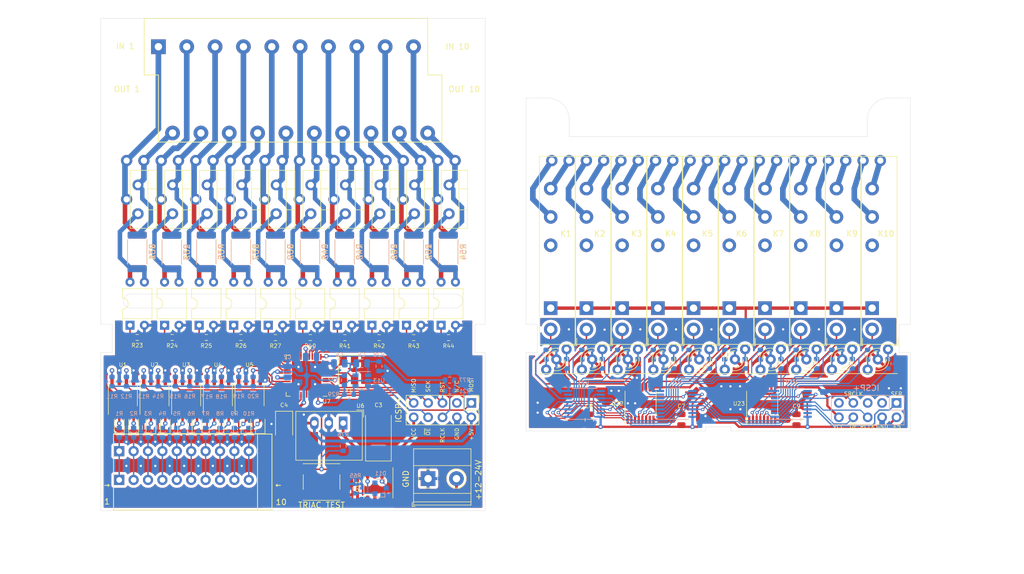
<source format=kicad_pcb>
(kicad_pcb (version 20211014) (generator pcbnew)
  (layers (0 "F.Cu" signal) (31 "B.Cu" signal) (34 "B.Paste" user) (35 "F.Paste" user) (36 "B.SilkS" user "B.Silkscreen") (37 "F.SilkS" user "F.Silkscreen") (38 "B.Mask" user) (39 "F.Mask" user) (44 "Edge.Cuts" user))
  (net 0 "")
  (net 1 "GND")
  (net 2 "+24V")
  (net 3 "+5V")
  (net 4 "RST")
  (net 5 "Net-(D1-Pad2)")
  (net 6 "MOSI")
  (net 7 "SCK")
  (net 8 "MISO")
  (net 9 "Net-(Q1-Pad3)")
  (net 10 "I1")
  (net 11 "O1")
  (net 12 "Net-(Q2-Pad3)")
  (net 13 "I2")
  (net 14 "O2")
  (net 15 "IN1")
  (net 16 "IN2")
  (net 17 "IN3")
  (net 18 "IN4")
  (net 19 "IN5")
  (net 20 "IN6")
  (net 21 "IN7")
  (net 22 "IN8")
  (net 23 "IN9")
  (net 24 "IN10")
  (net 27 "Net-(Q3-Pad3)")
  (net 28 "Net-(Q4-Pad3)")
  (net 29 "Net-(Q5-Pad3)")
  (net 30 "Net-(Q6-Pad3)")
  (net 31 "Net-(Q7-Pad3)")
  (net 32 "Net-(Q8-Pad3)")
  (net 33 "Net-(Q9-Pad3)")
  (net 34 "Net-(Q10-Pad3)")
  (net 35 "Net-(R36-Pad2)")
  (net 36 "Net-(C2-Pad1)")
  (net 37 "Net-(J1-Pad1)")
  (net 38 "Net-(J1-Pad2)")
  (net 39 "Net-(J1-Pad3)")
  (net 40 "Net-(J1-Pad4)")
  (net 41 "Net-(J1-Pad5)")
  (net 42 "Net-(J1-Pad6)")
  (net 43 "Net-(J1-Pad7)")
  (net 44 "Net-(J1-Pad8)")
  (net 45 "Net-(J1-Pad9)")
  (net 46 "Net-(J1-Pad10)")
  (net 47 "T8")
  (net 48 "T7")
  (net 49 "T6")
  (net 50 "T5")
  (net 51 "T4")
  (net 52 "T10")
  (net 53 "T9")
  (net 54 "I3")
  (net 55 "O3")
  (net 56 "I4")
  (net 57 "O4")
  (net 58 "I5")
  (net 59 "O5")
  (net 60 "I6")
  (net 61 "O6")
  (net 62 "I7")
  (net 63 "O7")
  (net 64 "I8")
  (net 65 "O8")
  (net 66 "I9")
  (net 67 "O9")
  (net 68 "I10")
  (net 69 "O10")
  (net 70 "Net-(R27-Pad1)")
  (net 71 "Net-(R32-Pad2)")
  (net 72 "Net-(R34-Pad2)")
  (net 73 "Net-(R38-Pad2)")
  (net 74 "Net-(C5-Pad1)")
  (net 75 "OE")
  (net 76 "RCLK")
  (net 77 "Net-(D2-Pad2)")
  (net 78 "R1")
  (net 79 "Net-(D3-Pad2)")
  (net 80 "Net-(D4-Pad2)")
  (net 81 "Net-(D5-Pad2)")
  (net 82 "Net-(D6-Pad2)")
  (net 83 "Net-(D7-Pad2)")
  (net 84 "Net-(D8-Pad2)")
  (net 85 "Net-(D9-Pad2)")
  (net 86 "Net-(D10-Pad2)")
  (net 87 "Net-(D11-Pad2)")
  (net 88 "R2")
  (net 89 "R3")
  (net 90 "R4")
  (net 91 "R5")
  (net 92 "R6")
  (net 93 "R7")
  (net 94 "R8")
  (net 95 "R9")
  (net 96 "R10")
  (net 97 "K1")
  (net 98 "K2")
  (net 99 "K3")
  (net 100 "K4")
  (net 101 "K5")
  (net 102 "K6")
  (net 103 "K7")
  (net 104 "K8")
  (net 105 "K9")
  (net 106 "K10")
  (net 107 "GND1")
  (net 108 "OE_H")
  (net 109 "SCK_H")
  (net 110 "RCLK_H")
  (net 111 "+5VD")
  (net 112 "MOSI_H")
  (net 113 "+VDC")
  (net 114 "OH10")
  (net 115 "IH10")
  (net 116 "OH9")
  (net 117 "IH9")
  (net 118 "OH8")
  (net 119 "IH8")
  (net 120 "OH7")
  (net 121 "IH7")
  (net 122 "OH6")
  (net 123 "IH6")
  (net 124 "OH5")
  (net 125 "IH5")
  (net 126 "OH4")
  (net 127 "IH4")
  (net 128 "OH3")
  (net 129 "IH3")
  (net 130 "OH2")
  (net 131 "IH2")
  (net 132 "OH1")
  (net 133 "IH1")
  (net 134 "Net-(D22-Pad1)")
  (net 135 "T1")
  (net 136 "Net-(R23-Pad1)")
  (net 137 "T2")
  (net 138 "Net-(R24-Pad1)")
  (net 139 "T3")
  (net 140 "Net-(R25-Pad1)")
  (net 141 "Net-(R26-Pad1)")
  (net 142 "Net-(R29-Pad2)")
  (net 143 "Net-(R30-Pad2)")
  (net 144 "Net-(R40-Pad1)")
  (net 145 "Net-(R41-Pad1)")
  (net 146 "Net-(R42-Pad1)")
  (net 147 "Net-(R43-Pad1)")
  (net 148 "Net-(R44-Pad1)")
  (net 149 "Net-(R45-Pad2)")
  (net 150 "Net-(R47-Pad2)")
  (net 151 "Net-(R49-Pad2)")
  (net 152 "Net-(R51-Pad2)")
  (net 153 "Net-(R53-Pad2)")
  (net 154 "Net-(J2-Pad2)")
  (net 167 "Net-(D12-Pad3)")
  (net 168 "Net-(U7-Pad7)")
  (net 174 "Net-(U7-Pad8)")
  (net 175 "Net-(D12-Pad1)")
  (net 176 "Net-(D13-Pad3)")
  (net 177 "Net-(D13-Pad1)")
  (net 178 "Net-(D14-Pad3)")
  (net 179 "Net-(D14-Pad1)")
  (net 180 "Net-(D15-Pad3)")
  (net 181 "Net-(D15-Pad1)")
  (net 182 "Net-(D16-Pad3)")
  (net 183 "Net-(D16-Pad1)")
  (net 184 "Net-(D17-Pad3)")
  (net 185 "Net-(D17-Pad1)")
  (net 186 "Net-(D18-Pad3)")
  (net 187 "Net-(D18-Pad1)")
  (net 188 "Net-(D19-Pad3)")
  (net 189 "Net-(D19-Pad1)")
  (net 190 "Net-(D20-Pad3)")
  (net 191 "Net-(D20-Pad1)")
  (net 192 "Net-(D22-Pad3)")
  (net 194 "L4")
  (net 195 "L5")
  (net 197 "L3")
  (net 198 "L2")
  (net 199 "L1")
  (net 207 "TEST")
  (net 209 "L6")
  (net 210 "L7")
  (net 211 "L10")
  (net 212 "L9")
  (net 213 "L8")
  (net 214 "S1")
  (net 215 "S2")
  (footprint "Resistor_SMD:R_2512_6332Metric" (layer "F.Cu") (at 26.416 61.214 -90)
    (fp_text reference "R30")
    (fp_text value "390")
  )
  (footprint "Resistor_SMD:R_2512_6332Metric" (layer "F.Cu") (at 38.608 61.214 -90)
    (fp_text reference "R34")
    (fp_text value "390")
  )
  (footprint "Resistor_SMD:R_2512_6332Metric" (layer "F.Cu") (at 44.704 61.214 -90)
    (fp_text reference "R36")
    (fp_text value "390")
  )
  (footprint "Resistor_SMD:R_2512_6332Metric" (layer "F.Cu") (at 50.8 61.214 -90)
    (fp_text reference "R38")
    (fp_text value "390")
  )
  (footprint "Resistor_SMD:R_2512_6332Metric" (layer "F.Cu") (at 56.896 61.214 -90)
    (fp_text reference "R45")
    (fp_text value "390")
  )
  (footprint "Resistor_SMD:R_2512_6332Metric" (layer "F.Cu") (at 62.992 61.214 -90)
    (fp_text reference "R47")
    (fp_text value "390")
  )
  (footprint "Resistor_SMD:R_2512_6332Metric" (layer "F.Cu") (at 69.088 61.214 -90)
    (fp_text reference "R49")
    (fp_text value "390")
  )
  (footprint "Resistor_SMD:R_2512_6332Metric" (layer "F.Cu") (at 75.184 61.214 -90)
    (fp_text reference "R51")
    (fp_text value "390")
  )
  (footprint "Resistor_SMD:R_2512_6332Metric" (layer "F.Cu") (at 81.28 61.214 -90)
    (fp_text reference "R53")
    (fp_text value "390")
  )
  (footprint "Resistor_SMD:R_2512_6332Metric" (layer "F.Cu") (at 32.512 61.2555 -90)
    (fp_text reference "R32")
    (fp_text value "390")
  )
  (footprint "Package_DIP:DIP-4_W7.62mm" (layer "F.Cu") (at 25.146 74.168 90)
    (fp_text reference "U8" hide)
    (fp_text value "VOT8024AG")
  )
  (footprint "Resistor_SMD:R_0603_1608Metric" (layer "F.Cu") (at 32.5755 76.327)
    (fp_text reference "R24")
    (fp_text value "330")
  )
  (footprint "Resistor_SMD:R_0603_1608Metric" (layer "F.Cu") (at 26.416 76.327)
    (fp_text reference "R23")
    (fp_text value "330")
  )
  (footprint "Resistor_SMD:R_0603_1608Metric" (layer "F.Cu") (at 69.088 76.3524)
    (fp_text reference "R42")
    (fp_text value "330")
  )
  (footprint "Resistor_SMD:R_0603_1608Metric" (layer "F.Cu") (at 63.0428 76.3524)
    (fp_text reference "R41")
    (fp_text value "330")
  )
  (footprint "Package_DIP:DIP-4_W7.62mm" (layer "F.Cu") (at 37.338 74.168 90)
    (fp_text reference "U10" hide)
    (fp_text value "VOT8024AG")
  )
  (footprint "Resistor_SMD:R_0603_1608Metric" (layer "F.Cu") (at 75.184 76.3524)
    (fp_text reference "R43")
    (fp_text value "330")
  )
  (footprint "Resistor_SMD:R_0603_1608Metric" (layer "F.Cu") (at 56.9468 76.3524)
    (fp_text reference "R40")
    (fp_text value "330")
  )
  (footprint "Resistor_SMD:R_0603_1608Metric" (layer "F.Cu") (at 81.3308 76.3524)
    (fp_text reference "R44")
    (fp_text value "330")
  )
  (footprint "Package_TO_SOT_THT:TO-220-3_Vertical" (layer "F.Cu") (at 26.543 49.403 -90)
    (fp_text reference "Q1" hide)
    (fp_text value "BTA16-800BW")
  )
  (footprint "Package_TO_SOT_THT:TO-220-3_Vertical" (layer "F.Cu") (at 32.639 49.403 -90)
    (fp_text reference "Q2" hide)
    (fp_text value "BTA16-800BW")
  )
  (footprint "Package_TO_SOT_THT:TO-220-3_Vertical" (layer "F.Cu") (at 50.927 49.403 -90)
    (fp_text reference "Q5" hide)
    (fp_text value "BTA16-800BW")
  )
  (footprint "Package_TO_SOT_THT:TO-220-3_Vertical" (layer "F.Cu") (at 63.119 49.403 -90)
    (fp_text reference "Q7" hide)
    (fp_text value "BTA16-800BW")
  )
  (footprint "Package_TO_SOT_THT:TO-220-3_Vertical" (layer "F.Cu") (at 75.311 49.403 -90)
    (fp_text reference "Q9" hide)
    (fp_text value "BTA16-800BW")
  )
  (footprint "Package_TO_SOT_THT:TO-220-3_Vertical" (layer "F.Cu") (at 69.215 49.403 -90)
    (fp_text reference "Q8" hide)
    (fp_text value "BTA16-800BW")
  )
  (footprint "Package_TO_SOT_THT:TO-220-3_Vertical" (layer "F.Cu") (at 81.407 49.403 -90)
    (fp_text reference "Q10" hide)
    (fp_text value "BTA16-800BW")
  )
  (footprint "Package_TO_SOT_THT:TO-220-3_Vertical" (layer "F.Cu") (at 57.023 49.403 -90)
    (fp_text reference "Q6" hide)
    (fp_text value "BTA16-800BW")
  )
  (footprint "Package_DIP:DIP-4_W7.62mm" (layer "F.Cu") (at 31.242 74.168 90)
    (fp_text reference "U9" hide)
    (fp_text value "VOT8024AG")
  )
  (footprint "Resistor_SMD:R_0603_1608Metric" (layer "F.Cu") (at 44.704 76.327)
    (fp_text reference "R26")
    (fp_text value "330")
  )
  (footprint "Resistor_SMD:R_0603_1608Metric" (layer "F.Cu") (at 50.8 76.3524)
    (fp_text reference "R27")
    (fp_text value "330")
  )
  (footprint "Package_TO_SOT_THT:TO-220-3_Vertical" (layer "F.Cu") (at 38.735 49.403 -90)
    (fp_text reference "Q3" hide)
    (fp_text value "BTA16-800BW")
  )
  (footprint "Package_TO_SOT_THT:TO-220-3_Vertical" (layer "F.Cu") (at 44.831 49.403 -90)
    (fp_text reference "Q4" hide)
    (fp_text value "BTA16-800BW")
  )
  (footprint "Resistor_SMD:R_0603_1608Metric" (layer "F.Cu") (at 38.608 76.327)
    (fp_text reference "R25")
    (fp_text value "330")
  )
  (footprint "Package_DIP:DIP-4_W7.62mm" (layer "F.Cu") (at 43.434 74.168 90)
    (fp_text reference "U11" hide)
    (fp_text value "VOT8024AG")
  )
  (footprint "Package_DIP:DIP-4_W7.62mm" (layer "F.Cu") (at 49.53 74.168 90)
    (fp_text reference "U12" hide)
    (fp_text value "VOT8024AG")
  )
  (footprint "Package_DIP:DIP-4_W7.62mm" (layer "F.Cu") (at 55.626 74.168 90)
    (fp_text reference "U14" hide)
    (fp_text value "VOT8024AG")
  )
  (footprint "Package_DIP:DIP-4_W7.62mm" (layer "F.Cu") (at 61.722 74.168 90)
    (fp_text reference "U15" hide)
    (fp_text value "VOT8024AG")
  )
  (footprint "Package_DIP:DIP-4_W7.62mm" (layer "F.Cu") (at 67.818 74.168 90)
    (fp_text reference "U16" hide)
    (fp_text value "VOT8024AG")
  )
  (footprint "Package_DIP:DIP-4_W7.62mm" (layer "F.Cu") (at 73.914 74.168 90)
    (fp_text reference "U17" hide)
    (fp_text value "VOT8024AG")
  )
  (footprint "Package_DIP:DIP-4_W7.62mm" (layer "F.Cu") (at 80.01 74.168 90)
    (fp_text reference "U18" hide)
    (fp_text value "VOT8024AG")
  )
  (footprint "DG141:Y20P" (layer "F.Cu") (at 24.543 45.1)
    (fp_text reference "J4" hide)
    (fp_text value "Relays")
  )
  (footprint "TerminalBlock_Phoenix:TerminalBlock_Phoenix_MKDS-1,5-2_1x02_P5.00mm_Horizontal" (layer "F.Cu") (at 77.724 101.25)
    (fp_text reference "J2" hide)
    (fp_text value "DC")
  )
  (footprint "DG141:DG500B-10P" (layer "F.Cu") (at 30.15 25)
    (fp_text reference "J3" hide)
    (fp_text value "Output")
  )
  (footprint "Crystal:Crystal_SMD_5032-4Pin_5.0x3.2mm" (layer "F.Cu") (at 63.754 82.1182 -90)
    (fp_text reference "Y1")
    (fp_text value "8Mhz")
  )
  (footprint "Connector_PinHeader_2.54mm:PinHeader_2x05_P2.54mm_Vertical" (layer "F.Cu") (at 85.344 87.884 -90)
    (fp_text reference "J5" hide)
    (fp_text value "ICSP+")
  )
  (footprint "MountingHole:MountingHole_3.2mm_M3" (layer "F.Cu") (at 84 37.85)
    (fp_text reference "H2" hide)
    (fp_text value "2")
  )
  (footprint "Converter_DCDC:Converter_DCDC_RECOM_R-78E-0.5_THT" (layer "F.Cu") (at 62.738 91.44 180)
    (fp_text reference "U6")
    (fp_text value "R-78E5.0-0.5")
  )
  (footprint "MountingHole:MountingHole_3.2mm_M3" (layer "F.Cu") (at 23.7 37.85)
    (fp_text reference "H1" hide)
    (fp_text value "1")
  )
  (footprint "MountingHole:MountingHole_3.2mm_M3" (layer "F.Cu") (at 159 37.85)
    (fp_text reference "H4" hide)
    (fp_text value "2")
  )
  (footprint "MountingHole:MountingHole_3.2mm_M3" (layer "F.Cu") (at 98.8 37.85)
    (fp_text reference "H3" hide)
    (fp_text value "1")
  )
  (footprint "DG141:Relay_SPDT_Finder_34.11" (layer "F.Cu") (at 105.65 71.15 90)
    (fp_text reference "K2")
    (fp_text value "FINDER-34.51")
  )
  (footprint "DG141:Relay_SPDT_Finder_34.11" (layer "F.Cu") (at 99.35 71.15 90)
    (fp_text reference "K1")
    (fp_text value "FINDER-34.51")
  )
  (footprint "DG141:Relay_SPDT_Finder_34.11" (layer "F.Cu") (at 111.95 71.15 90)
    (fp_text reference "K3")
    (fp_text value "FINDER-34.51")
  )
  (footprint "DG141:Relay_SPDT_Finder_34.11" (layer "F.Cu") (at 124.55 71.15 90)
    (fp_text reference "K5")
    (fp_text value "FINDER-34.51")
  )
  (footprint "DG141:Relay_SPDT_Finder_34.11" (layer "F.Cu") (at 130.85 71.15 90)
    (fp_text reference "K6")
    (fp_text value "FINDER-34.51")
  )
  (footprint "DG141:Relay_SPDT_Finder_34.11" (layer "F.Cu") (at 143.45 71.15 90)
    (fp_text reference "K8")
    (fp_text value "FINDER-34.51")
  )
  (footprint "DG141:Relay_SPDT_Finder_34.11" (layer "F.Cu") (at 156.05 71.15 90)
    (fp_text reference "K10")
    (fp_text value "FINDER-34.51")
  )
  (footprint "LED_THT:LED_D3.0mm-3" (layer "F.Cu") (at 121.046051 78.403949 -135)
    (fp_text reference "D14" hide)
    (fp_text value "L4")
  )
  (footprint "LED_THT:LED_D3.0mm-3" (layer "F.Cu") (at 146.246051 78.403949 -135)
    (fp_text reference "D18" hide)
    (fp_text value "L8")
  )
  (footprint "LED_THT:LED_D3.0mm-3" (layer "F.Cu") (at 127.346051 78.403949 -135)
    (fp_text reference "D15" hide)
    (fp_text value "L5")
  )
  (footprint "LED_THT:LED_D3.0mm-3" (layer "F.Cu") (at 133.646051 78.403949 -135)
    (fp_text reference "D16" hide)
    (fp_text value "L6")
  )
  (footprint "LED_THT:LED_D3.0mm-3" (layer "F.Cu") (at 114.746051 78.403949 -135)
    (fp_text reference "D13" hide)
    (fp_text value "L3")
  )
  (footprint "LED_THT:LED_D3.0mm-3" (layer "F.Cu") (at 158.846051 78.403949 -135)
    (fp_text reference "D20" hide)
    (fp_text value "L10")
  )
  (footprint "LED_THT:LED_D3.0mm-3" (layer "F.Cu") (at 152.546051 78.403949 -135)
    (fp_text reference "D19" hide)
    (fp_text value "L9")
  )
  (footprint "DG141:Relay_SPDT_Finder_34.11" (layer "F.Cu") (at 118.25 71.15 90)
    (fp_text reference "K4")
    (fp_text value "FINDER-34.51")
  )
  (footprint "DG141:Relay_SPDT_Finder_34.11" (layer "F.Cu") (at 137.15 71.15 90)
    (fp_text reference "K7")
    (fp_text value "FINDER-34.51")
  )
  (footprint "DG141:Relay_SPDT_Finder_34.11" (layer "F.Cu") (at 149.75 71.15 90)
    (fp_text reference "K9")
    (fp_text value "FINDER-34.51")
  )
  (footprint "LED_THT:LED_D3.0mm-3" (layer "F.Cu") (at 139.946051 78.403949 -135)
    (fp_text reference "D17" hide)
    (fp_text value "L7")
  )
  (footprint "DG141:Y20P" (layer "F.Cu") (at 99.54 45.1)
    (fp_text reference "J7" hide)
    (fp_text value "Relays")
  )
  (footprint "Package_SO:SOIC-8_3.9x4.9mm_P1.27mm" (layer "F.Cu") (at 68.961 102.743 -90)
    (fp_text reference "Q11")
    (fp_text value "IRF7241")
  )
  (footprint "DG141:DG141R-10P" (layer "F.Cu") (at 23.24 96.4)
    (fp_text reference "J1" hide)
    (fp_text value "Inputs")
  )
  (footprint "Package_SO:SO-8_3.9x4.9mm_P1.27mm" (layer "F.Cu") (at 23.875 86.467 90)
    (fp_text reference "U1")
    (fp_text value "TLP627-2")
  )
  (footprint "Package_SO:SO-8_3.9x4.9mm_P1.27mm" (layer "F.Cu") (at 29.463 86.467 90)
    (fp_text reference "U2")
    (fp_text value "TLP627-2")
  )
  (footprint "Package_SO:SO-8_3.9x4.9mm_P1.27mm" (layer "F.Cu") (at 35.051 86.467 90)
    (fp_text reference "U3")
    (fp_text value "TLP627-2")
  )
  (footprint "Package_SO:SO-8_3.9x4.9mm_P1.27mm" (layer "F.Cu") (at 46.227 86.467 90)
    (fp_text reference "U5")
    (fp_text value "TLP627-2")
  )
  (footprint "Package_SO:SO-8_3.9x4.9mm_P1.27mm" (layer "F.Cu") (at 40.639 86.467 90)
    (fp_text reference "U4")
    (fp_text value "TLP627-2")
  )
  (footprint "Diode_SMD:D_SOD-323" (layer "F.Cu") (at 23.25 91.7956 90)
    (fp_text reference "D1" hide)
    (fp_text value "1N4148WS")
  )
  (footprint "Diode_SMD:D_SOD-323" (layer "F.Cu") (at 25.781 91.7956 90)
    (fp_text reference "D2" hide)
    (fp_text value "1N4148WS")
  )
  (footprint "Diode_SMD:D_SOD-323" (layer "F.Cu") (at 28.829 91.7956 90)
    (fp_text reference "D3" hide)
    (fp_text value "1N4148WS")
  )
  (footprint "Diode_SMD:D_SOD-323" (layer "F.Cu") (at 31.369 91.7956 90)
    (fp_text reference "D4" hide)
    (fp_text value "1N4148WS")
  )
  (footprint "Diode_SMD:D_SOD-323" (layer "F.Cu") (at 34.417 91.7956 90)
    (fp_text reference "D5" hide)
    (fp_text value "1N4148WS")
  )
  (footprint "Diode_SMD:D_SOD-323" (layer "F.Cu") (at 36.957 91.7956 90)
    (fp_text reference "D6" hide)
    (fp_text value "1N4148WS")
  )
  (footprint "Diode_SMD:D_SOD-323" (layer "F.Cu") (at 40.005 91.7956 90)
    (fp_text reference "D7" hide)
    (fp_text value "1N4148WS")
  )
  (footprint "Diode_SMD:D_SOD-323" (layer "F.Cu") (at 42.545 91.7956 90)
    (fp_text reference "D8" hide)
    (fp_text value "1N4148WS")
  )
  (footprint "Diode_SMD:D_SOD-323" (layer "F.Cu") (at 45.593 91.7956 90)
    (fp_text reference "D9" hide)
    (fp_text value "1N4148WS")
  )
  (footprint "Diode_SMD:D_SOD-323" (layer "F.Cu") (at 48.1076 91.7956 90)
    (fp_text reference "D10" hide)
    (fp_text value "1N4148WS")
  )
  (footprint "Capacitor_SMD:C_0805_2012Metric" (layer "F.Cu") (at 122.4 90.85 90)
    (fp_text reference "C7")
    (fp_text value "100n")
  )
  (footprint "Package_SO:TSSOP-16_4.4x5mm_P0.65mm" (layer "F.Cu") (at 115.2 88 90)
    (fp_text reference "U22")
    (fp_text value "ULN2003A")
  )
  (footprint "Capacitor_SMD:C_0805_2012Metric" (layer "F.Cu") (at 142.7 90.85 90)
    (fp_text reference "C9")
    (fp_text value "100n")
  )
  (footprint "Capacitor_SMD:C_0805_2012Metric" (layer "F.Cu") (at 106.15 90.85 90)
    (fp_text reference "C8")
    (fp_text value "100n")
  )
  (footprint "Capacitor_Tantalum_SMD:CP_EIA-7343-40_Kemet-Y" (layer "F.Cu") (at 68.961 93.726 90)
    (fp_text reference "C3")
    (fp_text value "15u")
  )
  (footprint "LED_THT:LED_D3.0mm-3" (layer "F.Cu") (at 102.146051 78.403949 -135)
    (fp_text reference "D22" hide)
    (fp_text value "L1")
  )
  (footprint "LED_THT:LED_D3.0mm-3" (layer "F.Cu") (at 108.446051 78.403949 -135)
    (fp_text reference "D12" hide)
    (fp_text value "L2")
  )
  (footprint "Button_Switch_SMD:SW_Push_1P1T_NO_6x6mm_H9.5mm" (layer "F.Cu") (at 58.928 101.854)
    (fp_text reference "SW1" hide)
    (fp_text value "TRIAC TEST")
  )
  (footprint "Package_DFN_QFN:QFN-44-1EP_7x7mm_P0.5mm_EP5.2x5.2mm" (layer "F.Cu") (at 56.3 83.0936 180)
    (fp_text reference "U7")
    (fp_text value "ATmega644PA-M")
  )
  (footprint "Capacitor_Tantalum_SMD:CP_EIA-3528-21_Kemet-B" (layer "F.Cu") (at 52.324 91.821 -90)
    (fp_text reference "C4")
    (fp_text value "22u")
  )
  (footprint "Package_SO:TSSOP-16_4.4x5mm_P0.65mm" (layer "F.Cu") (at 136.65 88 90)
    (fp_text reference "U23")
    (fp_text value "ULN2003A")
  )
  (footprint "Resistor_SMD:R_0603_1608Metric" (layer "B.Cu") (at 81.534 85.7758)
    (fp_text reference "R21")
    (fp_text value "10k")
  )
  (footprint "Resistor_SMD:R_2512_6332Metric" (layer "B.Cu") (at 26.416 61.214 -90)
    (fp_text reference "R31")
    (fp_text value "330")
  )
  (footprint "Resistor_SMD:R_2512_6332Metric" (layer "B.Cu") (at 38.608 61.214 -90)
    (fp_text reference "R35")
    (fp_text value "330")
  )
  (footprint "Resistor_SMD:R_2512_6332Metric" (layer "B.Cu") (at 44.704 61.214 -90)
    (fp_text reference "R37")
    (fp_text value "330")
  )
  (footprint "Resistor_SMD:R_2512_6332Metric" (layer "B.Cu") (at 50.8 61.214 -90)
    (fp_text reference "R39")
    (fp_text value "330")
  )
  (footprint "Resistor_SMD:R_2512_6332Metric" (layer "B.Cu") (at 56.896 61.214 -90)
    (fp_text reference "R46")
    (fp_text value "330")
  )
  (footprint "Resistor_SMD:R_2512_6332Metric" (layer "B.Cu") (at 62.992 61.214 -90)
    (fp_text reference "R48")
    (fp_text value "330")
  )
  (footprint "Resistor_SMD:R_2512_6332Metric" (layer "B.Cu") (at 69.088 61.214 -90)
    (fp_text reference "R50")
    (fp_text value "330")
  )
  (footprint "Resistor_SMD:R_2512_6332Metric" (layer "B.Cu") (at 75.184 61.214 -90)
    (fp_text reference "R52")
    (fp_text value "330")
  )
  (footprint "Resistor_SMD:R_2512_6332Metric" (layer "B.Cu") (at 81.28 61.214 -90)
    (fp_text reference "R54")
    (fp_text value "330")
  )
  (footprint "Resistor_SMD:R_2512_6332Metric" (layer "B.Cu") (at 32.512 61.2555 -90)
    (fp_text reference "R33")
    (fp_text value "330")
  )
  (footprint "Capacitor_SMD:C_0805_2012Metric" (layer "B.Cu") (at 66.0146 80.899 180)
    (fp_text reference "C5")
    (fp_text value "10n")
  )
  (footprint "Capacitor_SMD:C_0805_2012Metric" (layer "B.Cu") (at 62.0776 80.899)
    (fp_text reference "C6")
    (fp_text value "100n")
  )
  (footprint "Resistor_SMD:R_0603_1608Metric" (layer "B.Cu") (at 62.9666 83.883 -90)
    (fp_text reference "R22")
    (fp_text value "10k")
  )
  (footprint "Resistor_SMD:R_0603_1608Metric" (layer "B.Cu") (at 69.0626 81.407 90)
    (fp_text reference "R28")
    (fp_text value "100k")
  )
  (footprint "Resistor_SMD:R_0603_1608Metric" (layer "B.Cu") (at 63.7916 86.36)
    (fp_text reference "R29")
    (fp_text value "360")
  )
  (footprint "Package_TO_SOT_SMD:SOT-23-5" (layer "B.Cu") (at 66.0146 83.947 180)
    (fp_text reference "U13")
    (fp_text value "74LVC1G125")
  )
  (footprint "Capacitor_SMD:C_0805_2012Metric" (layer "B.Cu") (at 57.084 79.756)
    (fp_text reference "C1")
    (fp_text value "100n")
  )
  (footprint "Diode_SMD:D_SOT-23_ANK" (layer "B.Cu") (at 69.342 102.93)
    (fp_text reference "D11")
    (fp_text value "BZX84C10")
  )
  (footprint "Resistor_SMD:R_0603_1608Metric" (layer "B.Cu") (at 64.897 102.997 90)
    (fp_text reference "R65")
    (fp_text value "100k")
  )
  (footprint "Resistor_SMD:R_0603_1608Metric" (layer "B.Cu") (at 102.15 80.975 -90)
    (fp_text reference "R55" hide)
    (fp_text value "3.3k")
  )
  (footprint "Resistor_SMD:R_0603_1608Metric" (layer "B.Cu") (at 108.45 80.975 -90)
    (fp_text reference "R56" hide)
    (fp_text value "3.3k")
  )
  (footprint "Resistor_SMD:R_0603_1608Metric" (layer "B.Cu") (at 114.75 80.975 -90)
    (fp_text reference "R57" hide)
    (fp_text value "3.3k")
  )
  (footprint "Resistor_SMD:R_0603_1608Metric" (layer "B.Cu") (at 139.95 80.975 -90)
    (fp_text reference "R61" hide)
    (fp_text value "3.3k")
  )
  (footprint "Connector_PinSocket_2.54mm:PinSocket_2x05_P2.54mm_Vertical" (layer "B.Cu") (at 160.344 87.884 90)
    (fp_text reference "J6" hide)
    (fp_text value "ICSP+")
  )
  (footprint "Resistor_SMD:R_0603_1608Metric" (layer "B.Cu") (at 146.25 80.975 -90)
    (fp_text reference "R62" hide)
    (fp_text value "3.3k")
  )
  (footprint "Resistor_SMD:R_0603_1608Metric" (layer "B.Cu") (at 121.05 80.975 -90)
    (fp_text reference "R58" hide)
    (fp_text value "3.3k")
  )
  (footprint "Resistor_SMD:R_0603_1608Metric" (layer "B.Cu") (at 133.65 80.975 -90)
    (fp_text reference "R60" hide)
    (fp_text value "3.3k")
  )
  (footprint "Resistor_SMD:R_0603_1608Metric" (layer "B.Cu") (at 152.55 80.975 -90)
    (fp_text reference "R63" hide)
    (fp_text value "3.3k")
  )
  (footprint "Resistor_SMD:R_0603_1608Metric" (layer "B.Cu") (at 127.35 80.975 -90)
    (fp_text reference "R59" hide)
    (fp_text value "3.3k")
  )
  (footprint "Resistor_SMD:R_0603_1608Metric" (layer "B.Cu") (at 158.85 80.975 -90)
    (fp_text reference "R64" hide)
    (fp_text value "3.3k")
  )
  (footprint "Resistor_SMD:R_0603_1608Metric" (layer "B.Cu") (at 21.97 84.117 90)
    (fp_text reference "R11")
    (fp_text value "10k")
  )
  (footprint "Resistor_SMD:R_0603_1608Metric" (layer "B.Cu") (at 30.098 84.117 90)
    (fp_text reference "R14")
    (fp_text value "10k")
  )
  (footprint "Resistor_SMD:R_0603_1608Metric" (layer "B.Cu") (at 44.322 84.118 90)
    (fp_text reference "R19")
    (fp_text value "10k")
  )
  (footprint "Resistor_SMD:R_0603_1608Metric" (layer "B.Cu") (at 38.734 84.117 90)
    (fp_text reference "R17")
    (fp_text value "10k")
  )
  (footprint "Resistor_SMD:R_0603_1608Metric" (layer "B.Cu") (at 28.32 93.135 -90)
    (fp_text reference "R3")
    (fp_text value "24k")
  )
  (footprint "Resistor_SMD:R_0603_1608Metric" (layer "B.Cu") (at 43.56 93.135 -90)
    (fp_text reference "R9")
    (fp_text value "24k")
  )
  (footprint "Resistor_SMD:R_0603_1608Metric" (layer "B.Cu") (at 24.51 84.117 90)
    (fp_text reference "R12")
    (fp_text value "10k")
  )
  (footprint "Resistor_SMD:R_0603_1608Metric" (layer "B.Cu") (at 33.146 84.117 90)
    (fp_text reference "R15")
    (fp_text value "10k")
  )
  (footprint "Resistor_SMD:R_0603_1608Metric" (layer "B.Cu") (at 33.4 93.135 -90)
    (fp_text reference "R5")
    (fp_text value "24k")
  )
  (footprint "Resistor_SMD:R_0603_1608Metric" (layer "B.Cu") (at 35.94 93.135 -90)
    (fp_text reference "R6")
    (fp_text value "24k")
  )
  (footprint "Resistor_SMD:R_0603_1608Metric" (layer "B.Cu") (at 41.02 93.135 -90)
    (fp_text reference "R8")
    (fp_text value "24k")
  )
  (footprint "Resistor_SMD:R_0603_1608Metric" (layer "B.Cu") (at 38.48 93.135 -90)
    (fp_text reference "R7")
    (fp_text value "24k")
  )
  (footprint "Resistor_SMD:R_0603_1608Metric" (layer "B.Cu") (at 25.78 93.133 -90)
    (fp_text reference "R2")
    (fp_text value "24k")
  )
  (footprint "Resistor_SMD:R_0603_1608Metric" (layer "B.Cu") (at 41.274 84.117 90)
    (fp_text reference "R18")
    (fp_text value "10k")
  )
  (footprint "Resistor_SMD:R_0603_1608Metric" (layer "B.Cu") (at 46.1 93.135 -90)
    (fp_text reference "R10")
    (fp_text value "24k")
  )
  (footprint "Resistor_SMD:R_0603_1608Metric" (layer "B.Cu") (at 35.686 84.117 90)
    (fp_text reference "R16")
    (fp_text value "10k")
  )
  (footprint "Resistor_SMD:R_0603_1608Metric" (layer "B.Cu") (at 27.558 84.118 90)
    (fp_text reference "R13")
    (fp_text value "10k")
  )
  (footprint "Resistor_SMD:R_0603_1608Metric" (layer "B.Cu") (at 30.86 93.135 -90)
    (fp_text reference "R4")
    (fp_text value "24k")
  )
  (footprint "Resistor_SMD:R_0603_1608Metric" (layer "B.Cu") (at 23.24 93.133 -90)
    (fp_text reference "R1")
    (fp_text value "24k")
  )
  (footprint "Resistor_SMD:R_0603_1608Metric" (layer "B.Cu") (at 46.862 84.117 90)
    (fp_text reference "R20")
    (fp_text value "10k")
  )
  (footprint "Capacitor_SMD:C_0805_2012Metric" (layer "B.Cu") (at 52.9336 82.3976 90)
    (fp_text reference "C2")
    (fp_text value "100n")
  )
  (footprint "Resistor_SMD:R_0603_1608Metric" (layer "B.Cu") (at 123.75 79.35 90)
    (fp_text reference "R70" hide)
    (fp_text value "4.7k")
  )
  (footprint "Package_SO:TSSOP-16_4.4x5mm_P0.65mm" (layer "B.Cu") (at 141.8 88.05)
    (fp_text reference "U19")
    (fp_text value "74HC595")
  )
  (footprint "Resistor_SMD:R_0603_1608Metric" (layer "B.Cu") (at 81.525 83.85 180)
    (fp_text reference "R77")
    (fp_text value "100k")
  )
  (footprint "Package_SO:TSSOP-16_4.4x5mm_P0.65mm" (layer "B.Cu") (at 105.3 88.05)
    (fp_text reference "U21")
    (fp_text value "74HC595")
  )
  (footprint "Resistor_SMD:R_0603_1608Metric" (layer "B.Cu") (at 130.05 79.35 90)
    (fp_text reference "R71" hide)
    (fp_text value "4.7k")
  )
  (footprint "Resistor_SMD:R_0603_1608Metric" (layer "B.Cu") (at 136.35 79.35 90)
    (fp_text reference "R72" hide)
    (fp_text value "4.7k")
  )
  (footprint "Resistor_SMD:R_0603_1608Metric" (layer "B.Cu") (at 117.45 79.35 90)
    (fp_text reference "R69" hide)
    (fp_text value "4.7k")
  )
  (footprint "Resistor_SMD:R_0603_1608Metric" (layer "B.Cu") (at 148.95 79.35 90)
    (fp_text reference "R74" hide)
    (fp_text value "4.7k")
  )
  (footprint "Resistor_SMD:R_0603_1608Metric" (layer "B.Cu") (at 98.55 79.35 90)
    (fp_text reference "R66" hide)
    (fp_text value "4.7k")
  )
  (footprint "Resistor_SMD:R_0603_1608Metric" (layer "B.Cu") (at 104.85 79.35 90)
    (fp_text reference "R67" hide)
    (fp_text value "4.7k")
  )
  (footprint "Resistor_SMD:R_0603_1608Metric" (layer "B.Cu") (at 155.25 79.35 90)
    (fp_text reference "R75" hide)
    (fp_text value "4.7k")
  )
  (footprint "Package_SO:TSSOP-16_4.4x5mm_P0.65mm" (layer "B.Cu") (at 121.5 88.05)
    (fp_text reference "U20")
    (fp_text value "74HC595")
  )
  (footprint "Resistor_SMD:R_0603_1608Metric" (layer "B.Cu") (at 111.15 79.35 90)
    (fp_text reference "R68" hide)
    (fp_text value "4.7k")
  )
  (footprint "Resistor_SMD:R_0603_1608Metric" (layer "B.Cu") (at 142.65 79.35 90)
    (fp_text reference "R73" hide)
    (fp_text value "4.7k")
  )
  (footprint "Resistor_SMD:R_0603_1608Metric" (layer "B.Cu") (at 62.738 95.504 -90)
    (fp_text reference "R76")
    (fp_text value "10k")
  )
  (gr_line (start 160.5 82.7) (end 97.3 82.7) (layer "F.SilkS") (width 0.12))
  (gr_line (start 77.1 93.5) (end 77.1 92.4) (layer "F.SilkS") (width 0.12))
  (gr_line (start 152.2 91.45) (end 153.3 91.45) (layer "F.SilkS") (width 0.12))
  (gr_line (start 20 74) (end 20 20) (layer "Edge.Cuts") (width 0.05))
  (gr_line (start 25.25 71.15) (end 82.55 71.15) (layer "Edge.Cuts") (width 0.05))
  (gr_line (start 159 34.05) (end 162.8 34.05) (layer "Edge.Cuts") (width 0.05))
  (gr_line (start 95 34.05) (end 98.8 34.05) (layer "Edge.Cuts") (width 0.05))
  (gr_line (start 155.2 40.85) (end 155.2 37.85) (layer "Edge.Cuts") (width 0.05))
  (gr_line (start 102.6 40.85) (end 102.6 37.85) (layer "Edge.Cuts") (width 0.05))
  (gr_line (start 155.2 40.85) (end 102.6 40.85) (layer "Edge.Cuts") (width 0.05))
  (gr_line (start 95 34.05) (end 95 74) (layer "Edge.Cuts") (width 0.05))
  (gr_line (start 162.8 74) (end 162.8 34.05) (layer "Edge.Cuts") (width 0.05))
  (gr_line (start 25.25 68.65) (end 82.55 68.65) (layer "Edge.Cuts") (width 0.05))
  (gr_line (start 20 79) (end 20 106.9) (layer "Edge.Cuts") (width 0.05))
  (gr_line (start 87.8 79) (end 87.8 106.9) (layer "Edge.Cuts") (width 0.05))
  (gr_line (start 95 79) (end 97 79) (layer "Edge.Cuts") (width 0.05))
  (gr_line (start 95 79) (end 95 92.85) (layer "Edge.Cuts") (width 0.05))
  (gr_line (start 97 79) (end 97 74) (layer "Edge.Cuts") (width 0.05))
  (gr_line (start 160.8 79) (end 162.8 79) (layer "Edge.Cuts") (width 0.05))
  (gr_line (start 160.8 74) (end 160.8 79) (layer "Edge.Cuts") (width 0.05))
  (gr_arc (start 155.2 37.85) (mid 156.312994 35.162994) (end 159 34.05) (layer "Edge.Cuts") (width 0.05))
  (gr_line (start 126.65 92.1) (end 131.15 92.1) (layer "Edge.Cuts") (width 0.05))
  (gr_line (start 95 92.85) (end 126.65 92.85) (layer "Edge.Cuts") (width 0.05))
  (gr_line (start 22 74) (end 20 74) (layer "Edge.Cuts") (width 0.05))
  (gr_line (start 131.15 92.85) (end 162.8 92.85) (layer "Edge.Cuts") (width 0.05))
  (gr_line (start 162.8 79) (end 162.8 92.85) (layer "Edge.Cuts") (width 0.05))
  (gr_line (start 95 74) (end 97 74) (layer "Edge.Cuts") (width 0.05))
  (gr_line (start 87.8 74) (end 86 74) (layer "Edge.Cuts") (width 0.05))
  (gr_arc (start 82.55 68.65) (mid 83.8 69.9) (end 82.55 71.15) (layer "Edge.Cuts") (width 0.05))
  (gr_arc (start 25.25 71.15) (mid 24 69.9) (end 25.25 68.65) (layer "Edge.Cuts") (width 0.05))
  (gr_line (start 87.8 106.9) (end 20 106.9) (layer "Edge.Cuts") (width 0.05))
  (gr_line (start 20 79) (end 22 79) (layer "Edge.Cuts") (width 0.05))
  (gr_line (start 126.65 92.85) (end 126.65 92.1) (layer "Edge.Cuts") (width 0.05))
  (gr_line (start 87.8 20) (end 87.8 74) (layer "Edge.Cuts") (width 0.05))
  (gr_line (start 20 20) (end 87.8 20) (layer "Edge.Cuts") (width 0.05))
  (gr_line (start 131.15 92.1) (end 131.15 92.85) (layer "Edge.Cuts") (width 0.05))
  (gr_line (start 86 79) (end 87.8 79) (layer "Edge.Cuts") (width 0.05))
  (gr_line (start 86 74) (end 86 79) (layer "Edge.Cuts") (width 0.05))
  (gr_line (start 160.8 74) (end 162.8 74) (layer "Edge.Cuts") (width 0.05))
  (gr_line (start 22 79) (end 22 74) (layer "Edge.Cuts") (width 0.05))
  (gr_arc (start 98.8 34.05) (mid 101.487006 35.162994) (end 102.6 37.85) (layer "Edge.Cuts") (width 0.05))
  (gr_text "OUT 1" (at 24.6 32.5) (layer "F.SilkS") (effects (font (size 1 1))))
  (gr_text "OUT 10" (at 84.1 32.5) (layer "F.SilkS") (effects (font (size 1 1))))
  (gr_text "→" (at 21.082 102.362) (layer "F.SilkS") (effects (font (size 1 1))))
  (gr_text "RCLK" (at 80.264 93.599 90) (layer "F.SilkS") (effects (font (size 0.7 0.7) (thickness 0.1))))
  (gr_text "VCC" (at 150.15 92.05) (layer "F.SilkS") (effects (font (size 0.7 0.7) (thickness 0.1))))
  (gr_text "MOSI" (at 85.344 84.709 90) (layer "F.SilkS") (effects (font (size 0.7 0.7) (thickness 0.1))))
  (gr_text "←" (at 51.308 102.362) (layer "F.SilkS") (effects (font (size 1 1))))
  (gr_text "GND" (at 73.8 101.3 90) (layer "F.SilkS") (effects (font (size 1 1))))
  (gr_text "+5V" (at 85.344 93.472 90) (layer "F.SilkS") (effects (font (size 0.7 0.7) (thickness 0.1))))
  (gr_text "IN 10" (at 82.9 25) (layer "F.SilkS") (effects (font (size 1 1))))
  (gr_text "RST" (at 80.264 85.09 90) (layer "F.SilkS") (effects (font (size 0.7 0.7) (thickness 0.1))))
  (gr_text "1" (at 21.1 105.3) (layer "F.SilkS") (effects (font (size 1 1))))
  (gr_text "RCLK" (at 155.25 92.05) (layer "F.SilkS") (effects (font (size 0.7 0.7) (thickness 0.1))))
  (gr_text "SER" (at 160.35 86.3) (layer "F.SilkS") (effects (font (size 0.7 0.7) (thickness 0.1))))
  (gr_text "OE" (at 77.724 92.964 90) (layer "F.SilkS") (effects (font (size 0.7 0.7) (thickness 0.1))))
  (gr_text "+12-24V" (at 86.6 101.5 90) (layer "F.SilkS") (effects (font (size 1 1))))
  (gr_text "+5" (at 160.35 92.05) (layer "F.SilkS") (effects (font (size 0.7 0.7) (thickness 0.1))))
  (gr_text "OE" (at 152.75 92.05) (layer "F.SilkS") (effects (font (size 0.7 0.7) (thickness 0.1))))
  (gr_text "SCK" (at 77.724 84.963 90) (layer "F.SilkS") (effects (font (size 0.7 0.7) (thickness 0.1))))
  (gr_text "VCC" (at 75.184 93.3 90) (layer "F.SilkS") (effects (font (size 0.7 0.7) (thickness 0.1))))
  (gr_text "10" (at 51.816 105.4) (layer "F.SilkS") (effects (font (size 1 1))))
  (gr_text "ICSP+" (at 72.517 89.027 90) (layer "F.SilkS") (effects (font (size 1 1))))
  (gr_text "MISO" (at 75.184 84.836 90) (layer "F.SilkS") (effects (font (size 0.7 0.7) (thickness 0.1))))
  (gr_text "IN 1" (at 24.3 24.9) (layer "F.SilkS") (effects (font (size 1 1))))
  (gr_text "N/C" (at 82.804 84.963 90) (layer "F.SilkS") (effects (font (size 0.7 0.7) (thickness 0.1))))
  (gr_text "GND" (at 82.804 93.345 90) (layer "F.SilkS") (effects (font (size 0.7 0.7) (thickness 0.1))))
  (gr_text "GND" (at 157.8 92.05) (layer "F.SilkS") (effects (font (size 0.7 0.7) (thickness 0.1))))
  (gr_text "SRCLK" (at 152.75 86.3) (layer "F.SilkS") (effects (font (size 0.7 0.7) (thickness 0.1))))
  (segment (start 48.132 83.892) (end 48.986 83.892) (width 0.25) (layer "F.Cu") (net 1))
  (segment (start 40.004 83.892) (end 40.004 82.149) (width 0.25) (layer "F.Cu") (net 1))
  (segment (start 36.956 83.892) (end 36.956 82.149) (width 0.25) (layer "F.Cu") (net 1))
  (segment (start 25.78 83.892) (end 25.78 82.149) (width 0.25) (layer "F.Cu") (net 1))
  (segment (start 23.24 83.892) (end 23.24 82.149) (width 0.25) (layer "F.Cu") (net 1))
  (segment (start 34.416 83.892) (end 34.416 82.149) (width 0.25) (layer "F.Cu") (net 1))
  (segment (start 45.592 83.892) (end 45.592 82.149) (width 0.25) (layer "F.Cu") (net 1))
  (segment (start 31.368 83.892) (end 31.368 82.149) (width 0.25) (layer "F.Cu") (net 1))
  (segment (start 28.828 83.892) (end 28.828 82.149) (width 0.25) (layer "F.Cu") (net 1))
  (segment (start 42.544 83.892) (end 42.544 82.149) (width 0.25) (layer "F.Cu") (net 1))
  (segment (start 56.3 86.4311) (end 56.3 83.0936) (width 0.25) (layer "F.Cu") (net 1))
  (segment (start 59.6375 83.0936) (end 56.3 83.0936) (width 0.25) (layer "F.Cu") (net 1))
  (segment (start 55.8 82.5936) (end 56.3 83.0936) (width 0.25) (layer "F.Cu") (net 1))
  (segment (start 82.804 90.424) (end 82.804 92.456) (width 1) (layer "F.Cu") (net 1))
  (segment (start 55.8 79.7561) (end 55.8 82.5936) (width 0.25) (layer "F.Cu") (net 1))
  (segment (start 59.6375 83.0936) (end 62.0794 83.0936) (width 0.25) (layer "F.Cu") (net 1))
  (segment (start 62.0794 83.0936) (end 62.754 83.7682) (width 0.25) (layer "F.Cu") (net 1))
  (segment (start 52.9625 83.0936) (end 56.3 83.0936) (width 0.25) (layer "F.Cu") (net 1))
  (via (at 45.592 82.149) (size 0.8) (drill 0.4) (layers "F.Cu" "B.Cu") (net 1))
  (via (at 36.956 82.149) (size 0.8) (drill 0.4) (layers "F.Cu" "B.Cu") (net 1))
  (via (at 42.544 82.149) (size 0.8) (drill 0.4) (layers "F.Cu" "B.Cu") (net 1))
  (via (at 28.828 82.149) (size 0.8) (drill 0.4) (layers "F.Cu" "B.Cu") (net 1))
  (via (at 31.368 82.149) (size 0.8) (drill 0.4) (layers "F.Cu" "B.Cu") (net 1))
  (via (at 40.004 82.149) (size 0.8) (drill 0.4) (layers "F.Cu" "B.Cu") (net 1))
  (via (at 25.78 82.149) (size 0.8) (drill 0.4) (layers "F.Cu" "B.Cu") (net 1))
  (via (at 34.416 82.149) (size 0.8) (drill 0.4) (layers "F.Cu" "B.Cu") (net 1))
  (via (at 23.24 82.149) (size 0.8) (drill 0.4) (layers "F.Cu" "B.Cu") (net 1))
  (via (at 39.75 99) (size 0.8) (drill 0.4) (layers "F.Cu" "B.Cu") (net 1))
  (via (at 44.85 94.75) (size 0.8) (drill 0.4) (layers "F.Cu" "B.Cu") (net 1))
  (via (at 42.3 94.75) (size 0.8) (drill 0.4) (layers "F.Cu" "B.Cu") (net 1))
  (via (at 27.05 94.75) (size 0.8) (drill 0.4) (layers "F.Cu" "B.Cu") (net 1))
  (via (at 54.864 84.582) (size 0.8) (drill 0.4) (layers "F.Cu" "B.Cu") (net 1))
  (via (at 37.2 94.75) (size 0.8) (drill 0.4) (layers "F.Cu" "B.Cu") (net 1))
  (via (at 32.15 99) (size 0.8) (drill 0.4) (layers "F.Cu" "B.Cu") (net 1))
  (via (at 32.15 94.75) (size 0.8) (drill 0.4) (layers "F.Cu" "B.Cu") (net 1))
  (via (at 24.5 99) (size 0.8) (drill 0.4) (layers "F.Cu" "B.Cu") (net 1))
  (via (at 37.2 99) (size 0.8) (drill 0.4) (layers "F.Cu" "B.Cu") (net 1))
  (via (at 44.85 99) (size 0.8) (drill 0.4) (layers "F.Cu" "B.Cu") (net 1))
  (via (at 34.7 99) (size 0.8) (drill 0.4) (layers "F.Cu" "B.Cu") (net 1))
  (via (at 50.1 91.6) (size 0.8) (drill 0.4) (layers "F.Cu" "B.Cu") (net 1))
  (via (at 34.7 94.75) (size 0.8) (drill 0.4) (layers "F.Cu" "B.Cu") (net 1))
  (via (at 57.785 84.582) (size 0.8) (drill 0.4) (layers "F.Cu" "B.Cu") (net 1))
  (via (at 27.05 99) (size 0.8) (drill 0.4) (layers "F.Cu" "B.Cu") (net 1))
  (via (at 29.6 99) (size 0.8) (drill 0.4) (layers "F.Cu" "B.Cu") (net 1))
  (via (at 24.5 94.75) (size 0.8) (drill 0.4) (layers "F.Cu" "B.Cu") (net 1))
  (via (at 70.5866 82.2198) (size 0.8) (drill 0.4) (layers "F.Cu" "B.Cu") (net 1))
  (via (at 54.864 81.534) (size 0.8) (drill 0.4) (layers "F.Cu" "B.Cu") (net 1))
  (via (at 48.986 83.892) (size 0.8) (drill 0.4) (layers "F.Cu" "B.Cu") (net 1))
  (via (at 39.75 94.75) (size 0.8) (drill 0.4) (layers "F.Cu" "B.Cu") (net 1))
  (via (at 42.3 99) (size 0.8) (drill 0.4) (layers "F.Cu" "B.Cu") (net 1))
  (via (at 29.6 94.75) (size 0.8) (drill 0.4) (layers "F.Cu" "B.Cu") (net 1))
  (via (at 55.8 89.95) (size 0.8) (drill 0.4) (layers "F.Cu" "B.Cu") (net 1))
  (via (at 57.785 81.534) (size 0.8) (drill 0.4) (layers "F.Cu" "B.Cu") (net 1))
  (segment (start 67.1146 84.897) (end 67.1146 86.1138) (width 0.25) (layer "B.Cu") (net 1))
  (segment (start 82.804 90.424) (end 82.804 92.456) (width 1) (layer "B.Cu") (net 1))
  (segment (start 24.51 89.042) (end 24.51 92.838) (width 0.25) (layer "F.Cu") (net 2))
  (segment (start 48.1076 92.8456) (end 48.1076 104.7496) (width 0.5) (layer "F.Cu") (net 2))
  (segment (start 46.862 92.8298) (end 46.8462 92.8456) (width 0.25) (layer "F.Cu") (net 2))
  (segment (start 69.596 100.268) (end 69.596 97.4735) (width 0.5) (layer "F.Cu") (net 2))
  (segment (start 69.2795 96.8385) (end 68.961 96.8385) (width 0.5) (layer "F.Cu") (net 2))
  (segment (start 62.738 93.599) (end 62.738 91.44) (width 0.5) (layer "F.Cu") (net 2))
  (segment (start 35.653 92.8456) (end 36.957 92.8456) (width 0.5) (layer "F.Cu") (net 2))
  (segment (start 65.9775 96.8385) (end 62.738 93.599) (width 0.5) (layer "F.Cu") (net 2))
  (segment (start 35.686 89.042) (end 35.686 92.8126) (width 0.25) (layer "F.Cu") (net 2))
  (segment (start 31.369 92.8456) (end 33.1556 92.8456) (width 0.5) (layer "F.Cu") (net 2))
  (segment (start 33.146 92.836) (end 33.1556 92.8456) (width 0.25) (layer "F.Cu") (net 2))
  (segment (start 41.2582 92.8456) (end 42.545 92.8456) (width 0.5) (layer "F.Cu") (net 2))
  (segment (start 33.1556 92.8456) (end 34.417 92.8456) (width 0.5) (layer "F.Cu") (net 2))
  (segment (start 44.322 92.836) (end 44.3316 92.8456) (width 0.25) (layer "F.Cu") (net 2))
  (segment (start 33.146 89.042) (end 33.146 92.836) (width 0.25) (layer "F.Cu") (net 2))
  (segment (start 65.278 105.41) (end 65.278 97.538) (width 0.5) (layer "F.Cu") (net 2))
  (segment (start 68.961 96.8385) (end 65.9775 96.8385) (width 0.5) (layer "F.Cu") (net 2))
  (segment (start 38.734 92.838) (end 38.7264 92.8456) (width 0.25) (layer "F.Cu") (net 2))
  (segment (start 30.1076 92.8456) (end 31.369 92.8456) (width 0.5) (layer "F.Cu") (net 2))
  (segment (start 23.25 92.8456) (end 22.894 92.8456) (width 0.5) (layer "F.Cu") (net 2))
  (segment (start 44.322 89.042) (end 44.322 92.836) (width 0.25) (layer "F.Cu") (net 2))
  (segment (start 27.5676 92.8456) (end 28.829 92.8456) (width 0.5) (layer "F.Cu") (net 2))
  (segment (start 27.558 92.836) (end 27.5676 92.8456) (width 0.25) (layer "F.Cu") (net 2))
  (segment (start 64.77 105.918) (end 65.278 105.41) (width 0.5) (layer "F.Cu") (net 2))
  (segment (start 24.5024 92.8456) (end 25.781 92.8456) (width 0.5) (layer "F.Cu") (net 2))
  (segment (start 69.596 97.4735) (end 68.961 96.8385) (width 0.5) (layer "F.Cu") (net 2))
  (segment (start 49.276 105.918) (end 64.77 105.918) (width 0.5) (layer "F.Cu") (net 2))
  (segment (start 42.545 92.8456) (end 44.3316 92.8456) (width 0.5) (layer "F.Cu") (net 2))
  (segment (start 69.596 101.727) (end 69.596 100.268) (width 0.25) (layer "F.Cu") (net 2))
  (segment (start 22.894 92.8456) (end 21.97 91.9216) (width 0.5) (layer "F.Cu") (net 2))
  (segment (start 27.558 89.042) (end 27.558 92.836) (width 0.25) (layer "F.Cu") (net 2))
  (segment (start 40.005 92.8456) (end 41.2582 92.8456) (width 0.5) (layer "F.Cu") (net 2))
  (segment (start 38.7264 92.8456) (end 40.005 92.8456) (width 0.5) (layer "F.Cu") (net 2))
  (segment (start 68.326 97.4735) (end 68.961 96.8385) (width 0.5) (layer "F.Cu") (net 2))
  (segment (start 41.274 92.8298) (end 41.2582 92.8456) (width 0.25) (layer "F.Cu") (net 2))
  (segment (start 35.686 92.8126) (end 35.653 92.8456) (width 0.25) (layer "F.Cu") (net 2))
  (segment (start 71.9445 96.8385) (end 75.184 93.599) (width 0.5) (layer "F.Cu") (net 2))
  (segment (start 48.1076 104.7496) (end 49.276 105.918) (width 0.5) (layer "F.Cu") (net 2))
  (segment (start 44.3316 92.8456) (end 45.593 92.8456) (width 0.5) (layer "F.Cu") (net 2))
  (segment (start 24.51 92.838) (end 24.5024 92.8456) (width 0.25) (layer "F.Cu") (net 2))
  (segment (start 30.098 89.042) (end 30.098 92.836) (width 0.25) (layer "F.Cu") (net 2))
  (segment (start 34.417 92.8456) (end 35.653 92.8456) (width 0.5) (layer "F.Cu") (net 2))
  (segment (start 68.326 100.268) (end 68.326 97.4735) (width 0.5) (layer "F.Cu") (net 2))
  (segment (start 70.866 100.268) (end 70.866 98.425) (width 0.5) (layer "F.Cu") (net 2))
  (segment (start 30.098 92.836) (end 30.1076 92.8456) (width 0.25) (layer "F.Cu") (net 2))
  (segment (start 75.184 93.599) (end 75.184 90.424) (width 0.5) (layer "F.Cu") (net 2))
  (segment (start 65.278 97.538) (end 65.9775 96.8385) (width 0.5) (layer "F.Cu") (net 2))
  (segment (start 46.862 89.042) (end 46.862 92.8298) (width 0.25) (layer "F.Cu") (net 2))
  (segment (start 38.734 89.042) (end 38.734 92.838) (width 0.25) (layer "F.Cu") (net 2))
  (segment (start 36.957 92.8456) (end 38.7264 92.8456) (width 0.5) (layer "F.Cu") (net 2))
  (segment (start 68.961 96.8385) (end 71.9445 96.8385) (width 0.5) (layer "F.Cu") (net 2))
  (segment (start 45.593 92.8456) (end 46.8462 92.8456) (width 0.5) (layer "F.Cu") (net 2))
  (segment (start 23.25 92.8456) (end 24.5024 92.8456) (width 0.5) (layer "F.Cu") (net 2))
  (segment (start 46.8462 92.8456) (end 48.1076 92.8456) (width 0.5) (layer "F.Cu") (net 2))
  (segment (start 21.97 91.9216) (end 21.97 89.042) (width 0.5) (layer "F.Cu") (net 2))
  (segment (start 25.781 92.8456) (end 27.5676 92.8456) (width 0.5) (layer "F.Cu") (net 2))
  (segment (start 70.866 98.425) (end 69.2795 96.8385) (width 0.5) (layer "F.Cu") (net 2))
  (segment (start 41.274 89.042) (end 41.274 92.8298) (width 0.25) (layer "F.Cu") (net 2))
  (segment (start 28.829 92.8456) (end 30.1076 92.8456) (width 0.5) (layer "F.Cu") (net 2))
  (via (at 69.596 101.727) (size 0.8) (drill 0.4) (layers "F.Cu" "B.Cu") (net 2))
  (segment (start 70.342 102.93) (end 70.342 102.473) (width 0.25) (layer "B.Cu") (net 2))
  (segment (start 70.342 102.473) (end 69.596 101.727) (width 0.25) (layer "B.Cu") (net 2))
  (segment (start 55.8 87.8294) (end 55.8038 87.8332) (width 0.25) (layer "F.Cu") (net 3))
  (segment (start 52.324 90.2625) (end 52.8665 90.2625) (width 0.5) (layer "F.Cu") (net 3))
  (segment (start 61.021148 83.5936) (end 61.294274 83.866726) (width 0.25) (layer "F.Cu") (net 3))
  (segment (start 54.356 89.281) (end 55.8038 87.8332) (width 0.5) (layer "F.Cu") (net 3))
  (segment (start 52.9625 82.5936) (end 51.379581 82.5936) (width 0.25) (layer "F.Cu") (net 3))
  (segment (start 53.975 91.44) (end 52.7975 90.2625) (width 0.5) (layer "F.Cu") (net 3))
  (segment (start 56.3 78.4742) (end 56.134 78.3082) (width 0.25) (layer "F.Cu") (net 3))
  (segment (start 51.379581 82.5936) (end 51.154608 82.368627) (width 0.25) (layer "F.Cu") (net 3))
  (segment (start 52.7975 90.2625) (end 52.324 90.2625) (width 0.5) (layer "F.Cu") (net 3))
  (segment (start 57.658 91.44) (end 53.975 91.44) (width 0.5) (layer "F.Cu") (net 3))
  (segment (start 56.3 79.7561) (end 56.3 78.4742) (width 0.25) (layer "F.Cu") (net 3))
  (segment (start 55.8 86.4311) (end 55.8 87.8294) (width 0.25) (layer "F.Cu") (net 3))
  (segment (start 59.6375 83.5936) (end 61.021148 83.5936) (width 0.25) (layer "F.Cu") (net 3))
  (segment (start 53.848 89.281) (end 54.356 89.281) (width 0.5) (layer "F.Cu") (net 3))
  (segment (start 52.8665 90.2625) (end 53.848 89.281) (width 0.5) (layer "F.Cu") (net 3))
  (via (at 56.134 78.3082) (size 0.8) (drill 0.4) (layers "F.Cu" "B.Cu") (net 3))
  (via (at 55.8038 87.8332) (size 0.8) (drill 0.4) (layers "F.Cu" "B.Cu") (net 3))
  (via (at 61.294274 83.866726) (size 0.8) (drill 0.4) (layers "F.Cu" "B.Cu") (net 3))
  (via (at 51.154608 82.368627) (size 0.8) (drill 0.4) (layers "F.Cu" "B.Cu") (net 3))
  (segment (start 30.098 84.942) (end 33.146 84.942) (width 0.25) (layer "B.Cu") (net 3))
  (segment (start 46.861 84.943) (end 46.862 84.942) (width 0.25) (layer "B.Cu") (net 3))
  (segment (start 33.146 84.942) (end 35.686 84.942) (width 0.25) (layer "B.Cu") (net 3))
  (segment (start 27.558 84.943) (end 30.097 84.943) (width 0.25) (layer "B.Cu") (net 3))
  (segment (start 44.321 84.942) (end 44.322 84.943) (width 0.25) (layer "B.Cu") (net 3))
  (segment (start 24.51 84.942) (end 27.557 84.942) (width 0.25) (layer "B.Cu") (net 3))
  (segment (start 21.97 84.942) (end 24.51 84.942) (width 0.25) (layer "B.Cu") (net 3))
  (segment (start 38.734 84.942) (end 41.274 84.942) (width 0.25) (layer "B.Cu") (net 3))
  (segment (start 35.686 84.942) (end 38.734 84.942) (width 0.25) (layer "B.Cu") (net 3))
  (segment (start 30.097 84.943) (end 30.098 84.942) (width 0.25) (layer "B.Cu") (net 3))
  (segment (start 27.557 84.942) (end 27.558 84.943) (width 0.25) (layer "B.Cu") (net 3))
  (segment (start 41.274 84.942) (end 44.321 84.942) (width 0.25) (layer "B.Cu") (net 3))
  (segment (start 44.322 84.943) (end 46.861 84.943) (width 0.25) (layer "B.Cu") (net 3))
  (segment (start 62.9666 83.058) (end 62.103 83.058) (width 0.25) (layer "B.Cu") (net 3))
  (segment (start 65.0646 80.899) (end 64.1096 80.899) (width 0.25) (layer "B.Cu") (net 3))
  (segment (start 50.588923 82.368627) (end 51.154608 82.368627) (width 0.25) (layer "B.Cu") (net 3))
  (segment (start 83.693 94.615) (end 62.865 94.615) (width 0.5) (layer "B.Cu") (net 3))
  (segment (start 85.344 92.964) (end 83.693 94.615) (width 0.5) (layer "B.Cu") (net 3))
  (segment (start 65.0646 82.847) (end 64.9146 82.997) (width 0.25) (layer "B.Cu") (net 3))
  (segment (start 56.3118 81.407) (end 56.3118 83.0834) (width 0.25) (layer "B.Cu") (net 3))
  (segment (start 82.359 83.859) (end 82.35 83.85) (width 0.25) (layer "B.Cu") (net 3))
  (segment (start 61.294274 83.866726) (end 58.593726 83.866726) (width 0.25) (layer "B.Cu") (net 3))
  (segment (start 83.6544 85.7758) (end 84.074 86.1954) (width 0.25) (layer "B.Cu") (net 3))
  (segment (start 59.055 94.615) (end 57.658 93.218) (width 0.5) (layer "B.Cu") (net 3))
  (segment (start 62.738 94.679) (end 62.801 94.679) (width 0.25) (layer "B.Cu") (net 3))
  (segment (start 62.865 94.615) (end 59.055 94.615) (width 0.5) (layer "B.Cu") (net 3))
  (segment (start 56.134 79.756) (end 56.134 81.2292) (width 0.25) (layer "B.Cu") (net 3))
  (segment (start 56.3118 84.9122) (end 56.3118 83.0834) (width 0.5) (layer "B.Cu") (net 3))
  (segment (start 49.5256 84.942) (end 50.1396 84.328) (width 0.25) (layer "B.Cu") (net 3))
  (segment (start 62.801 94.679) (end 62.865 94.615) (width 0.25) (layer "B.Cu") (net 3))
  (segment (start 56.134 78.3082) (end 56.134 79.756) (width 0.25) (layer "B.Cu") (net 3))
  (segment (start 57.8104 83.0834) (end 56.3118 83.0834) (width 0.25) (layer "B.Cu") (net 3))
  (segment (start 85.344 90.424) (end 85.344 92.964) (width 0.5) (layer "B.Cu") (net 3))
  (segment (start 58.593726 83.866726) (end 57.8104 83.0834) (width 0.25) (layer "B.Cu") (net 3))
  (segment (start 55.8038 87.8332) (end 55.8038 85.4202) (width 0.5) (layer "B.Cu") (net 3))
  (segment (start 84.074 89.154) (end 85.344 90.424) (width 0.25) (layer "B.Cu") (net 3))
  (segment (start 55.8038 85.4202) (end 56.3118 84.9122) (width 0.5) (layer "B.Cu") (net 3))
  (segment (start 54.7116 83.0834) (end 56.3118 83.0834) (width 0.25) (layer "B.Cu") (net 3))
  (segment (start 56.3 83.0936) (end 56.3 83.0936) (width 1) (layer "B.Cu") (net 3))
  (segment (start 51.154608 82.368627) (end 53.996827 82.368627) (width 0.25) (layer "B.Cu") (net 3))
  (segment (start 84.074 86.1954) (end 84.074 89.154) (width 0.25) (layer "B.Cu") (net 3))
  (segment (start 65.0646 80.899) (end 65.0646 82.847) (width 0.25) (layer "B.Cu") (net 3))
  (segment (start 62.9666 83.058) (end 63.9826 82.042) (width 0.25) (layer "B.Cu") (net 3))
  (segment (start 53.996827 82.368627) (end 54.7116 83.0834) (width 0.25) (layer "B.Cu") (net 3))
  (segment (start 46.862 84.942) (end 49.5256 84.942) (width 0.25) (layer "B.Cu") (net 3))
  (segment (start 64.1096 80.899) (end 63.9826 80.899) (width 0.25) (layer "B.Cu") (net 3))
  (segment (start 57.658 93.218) (end 57.658 91.44) (width 0.5) (layer "B.Cu") (net 3))
  (segment (start 83.6544 85.7758) (end 82.359 85.7758) (width 0.25) (layer "B.Cu") (net 3))
  (segment (start 63.9826 80.899) (end 63.0276 80.899) (width 0.25) (layer "B.Cu") (net 3))
  (segment (start 63.9826 82.042) (end 63.9826 80.899) (width 0.25) (layer "B.Cu") (net 3))
  (segment (start 50.1396 84.328) (end 50.1396 82.81795) (width 0.25) (layer "B.Cu") (net 3))
  (segment (start 62.103 83.058) (end 61.294274 83.866726) (width 0.25) (layer "B.Cu") (net 3))
  (segment (start 82.359 85.7758) (end 82.359 83.859) (width 0.25) (layer "B.Cu") (net 3))
  (segment (start 56.134 81.2292) (end 56.3118 81.407) (width 0.25) (layer "B.Cu") (net 3))
  (segment (start 50.1396 82.81795) (end 50.588923 82.368627) (width 0.25) (layer "B.Cu") (net 3))
  (segment (start 59.6375 84.0936) (end 60.495842 84.0936) (width 0.25) (layer "F.Cu") (net 4))
  (segment (start 64.5668 85.1662) (end 66.852801 85.166201) (width 0.25) (layer "F.Cu") (net 4))
  (segment (start 66.852801 85.166201) (end 69.219233 85.166203) (width 0.25) (layer "F.Cu") (net 4))
  (segment (start 60.495842 84.0936) (end 61.568442 85.1662) (width 0.25) (layer "F.Cu") (net 4))
  (segment (start 77.546203 85.166203) (end 80.264 87.884) (width 0.25) (layer "F.Cu") (net 4))
  (segment (start 69.219233 85.166203) (end 77.546203 85.166203) (width 0.25) (layer "F.Cu") (net 4))
  (segment (start 61.568442 85.1662) (end 64.5668 85.1662) (width 0.25) (layer "F.Cu") (net 4))
  (segment (start 80.264 86.2208) (end 80.709 85.7758) (width 0.25) (layer "B.Cu") (net 4))
  (segment (start 80.264 87.884) (end 80.264 86.2208) (width 0.25) (layer "B.Cu") (net 4))
  (segment (start 23.25 90.7456) (end 23.25 89.052) (width 0.25) (layer "F.Cu") (net 5))
  (segment (start 23.25 89.052) (end 23.24 89.042) (width 0.25) (layer "F.Cu") (net 5))
  (segment (start 23.25 90.7456) (end 23.25 91.4945) (width 0.25) (layer "F.Cu") (net 5))
  (segment (start 23.25 91.4945) (end 23.241 91.5035) (width 0.25) (layer "F.Cu") (net 5))
  (via (at 23.241 91.5035) (size 0.8) (drill 0.4) (layers "F.Cu" "B.Cu") (net 5))
  (segment (start 23.241 91.5035) (end 23.241 92.307) (width 0.25) (layer "B.Cu") (net 5))
  (segment (start 23.241 92.307) (end 23.24 92.308) (width 0.25) (layer "B.Cu") (net 5))
  (segment (start 59.6375 86.0535) (end 59.6375 85.5936) (width 0.25) (layer "F.Cu") (net 6))
  (segment (start 84.074 89.154) (end 74.422 89.154) (width 0.25) (layer "F.Cu") (net 6))
  (segment (start 85.344 87.884) (end 84.074 89.154) (width 0.25) (layer "F.Cu") (net 6))
  (segment (start 71.78423 86.51623) (end 60.10023 86.51623) (width 0.25) (layer "F.Cu") (net 6))
  (segment (start 74.422 89.154) (end 71.78423 86.51623) (width 0.25) (layer "F.Cu") (net 6))
  (segment (start 60.10023 86.51623) (end 59.6375 86.0535) (width 0.25) (layer "F.Cu") (net 6))
  (segment (start 60.359432 84.5936) (end 61.382042 85.61621) (width 0.25) (layer "F.Cu") (net 7))
  (segment (start 64.58501 85.61621) (end 69.032832 85.616212) (width 0.25) (layer "F.Cu") (net 7))
  (segment (start 61.382042 85.61621) (end 64.58501 85.61621) (width 0.25) (layer "F.Cu") (net 7))
  (segment (start 69.032832 85.616212) (end 75.456212 85.616212) (width 0.25) (layer "F.Cu") (net 7))
  (segment (start 59.6375 84.5936) (end 60.359432 84.5936) (width 0.25) (layer "F.Cu") (net 7))
  (segment (start 75.456212 85.616212) (end 77.724 87.884) (width 0.25) (layer "F.Cu") (net 7))
  (segment (start 59.6375 85.0936) (end 60.223022 85.0936) (width 0.25) (layer "F.Cu") (net 8))
  (segment (start 61.195642 86.06622) (end 68.594379 86.066221) (width 0.25) (layer "F.Cu") (net 8))
  (segment (start 60.223022 85.0936) (end 61.195642 86.06622) (width 0.25) (layer "F.Cu") (net 8))
  (segment (start 68.594379 86.066221) (end 73.366221 86.066221) (width 0.25) (layer "F.Cu") (net 8))
  (segment (start 73.366221 86.066221) (end 75.184 87.884) (width 0.25) (layer "F.Cu") (net 8))
  (segment (start 23.368 62.23) (end 23.368 57.658) (width 0.8) (layer "B.Cu") (net 9))
  (segment (start 24.765 63.627) (end 25.3145 64.1765) (width 0.8) (layer "B.Cu") (net 9))
  (segment (start 23.368 62.23) (end 24.765 63.627) (width 0.8) (layer "B.Cu") (net 9))
  (segment (start 26.543 54.483) (end 23.368 57.658) (width 0.8) (layer "B.Cu") (net 9))
  (segment (start 26.416 64.1765) (end 25.3145 64.1765) (width 0.8) (layer "B.Cu") (net 9))
  (segment (start 27.6005 64.1765) (end 27.686 64.262) (width 0.8) (layer "B.Cu") (net 9))
  (segment (start 26.416 64.1765) (end 27.6005 64.1765) (width 0.8) (layer "B.Cu") (net 9))
  (segment (start 27.686 64.262) (end 27.686 66.548) (width 0.8) (layer "B.Cu") (net 9))
  (segment (start 24.257 56.0925) (end 24.257 52.229) (width 0.8) (layer "F.Cu") (net 10))
  (segment (start 24.257 52.229) (end 24.543 51.943) (width 0.8) (layer "F.Cu") (net 10))
  (segment (start 26.416 58.2515) (end 24.257 56.0925) (width 0.8) (layer "F.Cu") (net 10))
  (segment (start 24.543 45.1) (end 24.257 45.386) (width 1) (layer "B.Cu") (net 10))
  (segment (start 24.257 51.657) (end 24.543 51.943) (width 1) (layer "B.Cu") (net 10))
  (segment (start 30.15 25) (end 30.15 39.493) (width 1) (layer "B.Cu") (net 10))
  (segment (start 30.15 39.493) (end 24.543 45.1) (width 1) (layer "B.Cu") (net 10))
  (segment (start 24.257 45.386) (end 24.257 51.657) (width 1) (layer "B.Cu") (net 10))
  (segment (start 26.416 58.2515) (end 28.829 55.8385) (width 0.8) (layer "B.Cu") (net 11))
  (segment (start 28.829 55.8385) (end 28.829 53.34) (width 0.8) (layer "B.Cu") (net 11))
  (segment (start 27.305 50.165) (end 26.543 49.403) (width 0.8) (layer "B.Cu") (net 11))
  (segment (start 28.829 53.34) (end 27.305 51.816) (width 0.8) (layer "B.Cu") (net 11))
  (segment (start 27.305 51.816) (end 27.305 50.165) (width 0.8) (layer "B.Cu") (net 11))
  (segment (start 27.593 45.1) (end 32.453 40.24) (width 1) (layer "B.Cu") (net 11))
  (segment (start 32.453 40.24) (end 32.65 40.24) (width 1) (layer "B.Cu") (net 11))
  (segment (start 27.593 45.1) (end 27.593 48.353) (width 1) (layer "B.Cu") (net 11))
  (segment (start 27.593 48.353) (end 26.543 49.403) (width 1) (layer "B.Cu") (net 11))
  (segment (start 33.782 64.262) (end 33.782 66.548) (width 0.8) (layer "B.Cu") (net 12))
  (segment (start 33.6965 64.1765) (end 33.782 64.262) (width 0.8) (layer "B.Cu") (net 12))
  (segment (start 32.512 64.1765) (end 33.6965 64.1765) (width 0.8) (layer "B.Cu") (net 12))
  (segment (start 30.861 63.627) (end 31.4105 64.1765) (width 0.8) (layer "B.Cu") (net 12))
  (segment (start 32.512 64.1765) (end 31.4105 64.1765) (width 0.8) (layer "B.Cu") (net 12))
  (segment (start 32.639 54.483) (end 29.464 57.658) (width 0.8) (layer "B.Cu") (net 12))
  (segment (start 29.464 62.23) (end 30.861 63.627) (width 0.8) (layer "B.Cu") (net 12))
  (segment (start 29.464 62.23) (end 29.464 57.658) (width 0.8) (layer "B.Cu") (net 12))
  (segment (start 32.512 58.2515) (end 30.353 56.0925) (width 0.8) (layer "F.Cu") (net 13))
  (segment (start 30.353 56.0925) (end 30.353 52.229) (width 0.8) (layer "F.Cu") (net 13))
  (segment (start 30.353 52.229) (end 30.639 51.943) (width 0.8) (layer "F.Cu") (net 13))
  (segment (start 30.353 45.386) (end 30.353 51.657) (width 1) (layer "B.Cu") (net 13))
  (segment (start 30.639 45.1) (end 30.353 45.386) (width 1) (layer "B.Cu") (net 13))
  (segment (start 30.353 51.657) (end 30.639 51.943) (width 1) (layer "B.Cu") (net 13))
  (segment (start 30.639 51.943) (end 30.639 51.848) (width 0.25) (layer "B.Cu") (net 13))
  (segment (start 35.15 41.304) (end 33.528 42.926) (width 1) (layer "B.Cu") (net 13))
  (segment (start 33.528 42.926) (end 32.817 42.926) (width 1) (layer "B.Cu") (net 13))
  (segment (start 32.817 42.926) (end 30.643 45.1) (width 1) (layer "B.Cu") (net 13))
  (segment (start 35.15 41.304) (end 35.15 25) (width 1) (layer "B.Cu") (net 13))
  (segment (start 33.689 48.353) (end 32.639 49.403) (width 1) (layer "B.Cu") (net 14))
  (segment (start 33.689 45.1) (end 33.689 48.353) (width 1) (layer "B.Cu") (net 14))
  (segment (start 34.925 55.8385) (end 34.925 53.34) (width 0.8) (layer "B.Cu") (net 14))
  (segment (start 37.65 41.143) (end 37.65 40.24) (width 1) (layer "B.Cu") (net 14))
  (segment (start 33.401 51.816) (end 33.401 50.165) (width 0.8) (layer "B.Cu") (net 14))
  (segment (start 32.512 58.2515) (end 34.925 55.8385) (width 0.8) (layer "B.Cu") (net 14))
  (segment (start 33.693 45.1) (end 37.65 41.143) (width 1) (layer "B.Cu") (net 14))
  (segment (start 33.401 50.165) (end 32.639 49.403) (width 0.8) (layer "B.Cu") (net 14))
  (segment (start 34.925 53.34) (end 33.401 51.816) (width 0.8) (layer "B.Cu") (net 14))
  (segment (start 21.97 83.892) (end 21.97 82.149) (width 0.25) (layer "F.Cu") (net 15))
  (segment (start 21.97 84.767) (end 24.8076 87.6046) (width 0.25) (layer "F.Cu") (net 15))
  (segment (start 21.97 83.892) (end 21.97 84.767) (width 0.25) (layer "F.Cu") (net 15))
  (segment (start 55.3 87.289442) (end 55.3 86.4311) (width 0.25) (layer "F.Cu") (net 15))
  (segment (start 52.959 88.4174) (end 54.172042 88.4174) (width 0.25) (layer "F.Cu") (net 15))
  (segment (start 52.1462 87.6046) (end 52.959 88.4174) (width 0.25) (layer "F.Cu") (net 15))
  (segment (start 24.8076 87.6046) (end 52.1462 87.6046) (width 0.25) (layer "F.Cu") (net 15))
  (segment (start 54.172042 88.4174) (end 55.3 87.289442) (width 0.25) (layer "F.Cu") (net 15))
  (via (at 21.97 82.149) (size 0.8) (drill 0.4) (layers "F.Cu" "B.Cu") (net 15))
  (segment (start 21.97 82.149) (end 21.97 83.292) (width 0.25) (layer "B.Cu") (net 15))
  (segment (start 24.51 82.149) (end 24.51 83.892) (width 0.25) (layer "F.Cu") (net 16))
  (segment (start 24.51 83.892) (end 24.51 84.767) (width 0.25) (layer "F.Cu") (net 16))
  (segment (start 52.3494 87.0966) (end 53.1622 87.9094) (width 0.25) (layer "F.Cu") (net 16))
  (segment (start 54.8 87.153032) (end 54.8 86.4311) (width 0.25) (layer "F.Cu") (net 16))
  (segment (start 53.1622 87.9094) (end 54.043632 87.9094) (width 0.25) (layer "F.Cu") (net 16))
  (segment (start 26.8396 87.0966) (end 52.3494 87.0966) (width 0.25) (layer "F.Cu") (net 16))
  (segment (start 54.043632 87.9094) (end 54.8 87.153032) (width 0.25) (layer "F.Cu") (net 16))
  (segment (start 24.51 84.767) (end 26.8396 87.0966) (width 0.25) (layer "F.Cu") (net 16))
  (via (at 24.51 82.149) (size 0.8) (drill 0.4) (layers "F.Cu" "B.Cu") (net 16))
  (segment (start 24.51 83.292) (end 24.51 82.149) (width 0.25) (layer "B.Cu") (net 16))
  (segment (start 27.558 82.149) (end 27.558 83.892) (width 0.25) (layer "F.Cu") (net 17))
  (segment (start 52.5526 86.5886) (end 29.3796 86.5886) (width 0.25) (layer "F.Cu") (net 17))
  (segment (start 53.3654 87.4014) (end 52.5526 86.5886) (width 0.25) (layer "F.Cu") (net 17))
  (segment (start 27.558 84.767) (end 27.558 83.892) (width 0.25) (layer "F.Cu") (net 17))
  (segment (start 29.3796 86.5886) (end 27.558 84.767) (width 0.25) (layer "F.Cu") (net 17))
  (segment (start 54.3 86.4311) (end 54.3 87.016622) (width 0.25) (layer "F.Cu") (net 17))
  (segment (start 53.915222 87.4014) (end 53.3654 87.4014) (width 0.25) (layer "F.Cu") (net 17))
  (segment (start 54.3 87.016622) (end 53.915222 87.4014) (width 0.25) (layer "F.Cu") (net 17))
  (via (at 27.558 82.149) (size 0.8) (drill 0.4) (layers "F.Cu" "B.Cu") (net 17))
  (segment (start 27.558 83.293) (end 27.558 82.149) (width 0.25) (layer "B.Cu") (net 17))
  (segment (start 30.098 83.892) (end 30.098 82.149) (width 0.25) (layer "F.Cu") (net 18))
  (segment (start 53.086 86.106) (end 31.437 86.106) (width 0.25) (layer "F.Cu") (net 18))
  (segment (start 30.098 83.892) (end 30.098 84.767) (width 0.25) (layer "F.Cu") (net 18))
  (segment (start 53.4111 86.4311) (end 53.086 86.106) (width 0.25) (layer "F.Cu") (net 18))
  (segment (start 30.098 84.767) (end 31.437 86.106) (width 0.25) (layer "F.Cu") (net 18))
  (segment (start 53.8 86.4311) (end 53.4111 86.4311) (width 0.25) (layer "F.Cu") (net 18))
  (via (at 30.098 82.149) (size 0.8) (drill 0.4) (layers "F.Cu" "B.Cu") (net 18))
  (segment (start 30.098 82.149) (end 30.098 83.292) (width 0.25) (layer "B.Cu") (net 18))
  (segment (start 33.146 82.149) (end 33.146 83.892) (width 0.25) (layer "F.Cu") (net 19))
  (segment (start 33.146 83.892) (end 33.146 84.767) (width 0.25) (layer "F.Cu") (net 19))
  (segment (start 33.9726 85.5936) (end 52.9625 85.5936) (width 0.25) (layer "F.Cu") (net 19))
  (segment (start 33.146 84.767) (end 33.9726 85.5936) (width 0.25) (layer "F.Cu") (net 19))
  (via (at 33.146 82.149) (size 0.8) (drill 0.4) (layers "F.Cu" "B.Cu") (net 19))
  (segment (start 33.146 83.292) (end 33.146 82.149) (width 0.25) (layer "B.Cu") (net 19))
  (segment (start 35.686 83.892) (end 35.686 82.149) (width 0.25) (layer "F.Cu") (net 20))
  (segment (start 36.0126 85.0936) (end 52.9625 85.0936) (width 0.25) (layer "F.Cu") (net 20))
  (segment (start 35.686 84.767) (end 36.0126 85.0936) (width 0.25) (layer "F.Cu") (net 20))
  (segment (start 35.686 83.892) (end 35.686 84.767) (width 0.25) (layer "F.Cu") (net 20))
  (via (at 35.686 82.149) (size 0.8) (drill 0.4) (layers "F.Cu" "B.Cu") (net 20))
  (segment (start 35.686 82.149) (end 35.686 83.292) (width 0.25) (layer "B.Cu") (net 20))
  (segment (start 38.734 82.149) (end 38.734 83.892) (width 0.25) (layer "F.Cu") (net 21))
  (segment (start 51.019372 80.523979) (end 40.359021 80.523979) (width 0.25) (layer "F.Cu") (net 21))
  (segment (start 40.359021 80.523979) (end 38.734 82.149) (width 0.25) (layer "F.Cu") (net 21))
  (segment (start 52.088993 81.5936) (end 51.019372 80.523979) (width 0.25) (layer "F.Cu") (net 21))
  (segment (start 52.9625 81.5936) (end 52.088993 81.5936) (width 0.25) (layer "F.Cu") (net 21))
  (via (at 38.734 82.149) (size 0.8) (drill 0.4) (layers "F.Cu" "B.Cu") (net 21))
  (segment (start 38.734 83.292) (end 38.734 82.149) (width 0.25) (layer "B.Cu") (net 21))
  (segment (start 41.274 82.149) (end 41.274 83.892) (width 0.25) (layer "F.Cu") (net 22))
  (segment (start 52.9625 82.0936) (end 51.952583 82.0936) (width 0.25) (layer "F.Cu") (net 22))
  (segment (start 51.952583 82.0936) (end 50.832972 80.973989) (width 0.25) (layer "F.Cu") (net 22))
  (segment (start 42.449011 80.973989) (end 41.274 82.149) (width 0.25) (layer "F.Cu") (net 22))
  (segment (start 50.832972 80.973989) (end 42.449011 80.973989) (width 0.25) (layer "F.Cu") (net 22))
  (via (at 41.274 82.149) (size 0.8) (drill 0.4) (layers "F.Cu" "B.Cu") (net 22))
  (segment (start 41.274 83.292) (end 41.274 82.149) (width 0.25) (layer "B.Cu") (net 22))
  (segment (start 44.322 83.892) (end 44.322 82.149) (width 0.25) (layer "F.Cu") (net 23))
  (segment (start 50.2158 83.312) (end 48.327799 81.423999) (width 0.25) (layer "F.Cu") (net 23))
  (segment (start 50.2158 83.849389) (end 50.2158 83.312) (width 0.25) (layer "F.Cu") (net 23))
  (segment (start 50.460011 84.0936) (end 50.2158 83.849389) (width 0.25) (layer "F.Cu") (net 23))
  (segment (start 52.9625 84.0936) (end 50.460011 84.0936) (width 0.25) (layer "F.Cu") (net 23))
  (segment (start 45.047001 81.423999) (end 44.322 82.149) (width 0.25) (layer "F.Cu") (net 23))
  (segment (start 48.327799 81.423999) (end 45.047001 81.423999) (width 0.25) (layer "F.Cu") (net 23))
  (via (at 44.322 82.149) (size 0.8) (drill 0.4) (layers "F.Cu" "B.Cu") (net 23))
  (segment (start 44.322 82.149) (end 44.322 83.293) (width 0.25) (layer "B.Cu") (net 23))
  (segment (start 46.862 82.149) (end 46.862 83.892) (width 0.25) (layer "F.Cu") (net 24))
  (segment (start 48.316002 82.149) (end 46.862 82.149) (width 0.25) (layer "F.Cu") (net 24))
  (segment (start 49.711001 84.051801) (end 49.711001 83.543999) (width 0.25) (layer "F.Cu") (net 24))
  (segment (start 50.2528 84.5936) (end 49.711001 84.051801) (width 0.25) (layer "F.Cu") (net 24))
  (segment (start 50.2528 84.5936) (end 52.9625 84.5936) (width 0.25) (layer "F.Cu") (net 24))
  (segment (start 49.711001 83.543999) (end 48.316002 82.149) (width 0.25) (layer "F.Cu") (net 24))
  (via (at 46.862 82.149) (size 0.8) (drill 0.4) (layers "F.Cu" "B.Cu") (net 24))
  (segment (start 46.862 83.292) (end 46.862 82.149) (width 0.25) (layer "B.Cu") (net 24))
  (segment (start 38.608 64.1765) (end 37.5065 64.1765) (width 0.8) (layer "B.Cu") (net 27))
  (segment (start 38.735 54.483) (end 35.56 57.658) (width 0.8) (layer "B.Cu") (net 27))
  (segment (start 35.56 62.23) (end 36.957 63.627) (width 0.8) (layer "B.Cu") (net 27))
  (segment (start 38.608 64.1765) (end 39.7925 64.1765) (width 0.8) (layer "B.Cu") (net 27))
  (segment (start 36.957 63.627) (end 37.5065 64.1765) (width 0.8) (layer "B.Cu") (net 27))
  (segment (start 35.56 62.23) (end 35.56 57.658) (width 0.8) (layer "B.Cu") (net 27))
  (segment (start 39.7925 64.1765) (end 39.878 64.262) (width 0.8) (layer "B.Cu") (net 27))
  (segment (start 39.878 64.262) (end 39.878 66.548) (width 0.8) (layer "B.Cu") (net 27))
  (segment (start 44.704 64.1765) (end 45.8885 64.1765) (width 0.8) (layer "B.Cu") (net 28))
  (segment (start 45.974 64.262) (end 45.974 66.548) (width 0.8) (layer "B.Cu") (net 28))
  (segment (start 41.656 62.23) (end 41.656 57.658) (width 0.8) (layer "B.Cu") (net 28))
  (segment (start 44.704 64.1765) (end 43.6025 64.1765) (width 0.8) (layer "B.Cu") (net 28))
  (segment (start 41.656 62.23) (end 43.053 63.627) (width 0.8) (layer "B.Cu") (net 28))
  (segment (start 43.053 63.627) (end 43.6025 64.1765) (width 0.8) (layer "B.Cu") (net 28))
  (segment (start 44.831 54.483) (end 41.656 57.658) (width 0.8) (layer "B.Cu") (net 28))
  (segment (start 45.8885 64.1765) (end 45.974 64.262) (width 0.8) (layer "B.Cu") (net 28))
  (segment (start 49.149 63.627) (end 49.6985 64.1765) (width 0.8) (layer "B.Cu") (net 29))
  (segment (start 50.8 64.1765) (end 49.6985 64.1765) (width 0.8) (layer "B.Cu") (net 29))
  (segment (start 47.752 62.23) (end 47.752 57.658) (width 0.8) (layer "B.Cu") (net 29))
  (segment (start 50.927 54.483) (end 47.752 57.658) (width 0.8) (layer "B.Cu") (net 29))
  (segment (start 52.07 64.262) (end 52.07 66.548) (width 0.8) (layer "B.Cu") (net 29))
  (segment (start 50.8 64.1765) (end 51.9845 64.1765) (width 0.8) (layer "B.Cu") (net 29))
  (segment (start 47.752 62.23) (end 49.149 63.627) (width 0.8) (layer "B.Cu") (net 29))
  (segment (start 51.9845 64.1765) (end 52.07 64.262) (width 0.8) (layer "B.Cu") (net 29))
  (segment (start 58.166 64.262) (end 58.166 66.548) (width 0.8) (layer "B.Cu") (net 30))
  (segment (start 56.896 64.1765) (end 58.0805 64.1765) (width 0.8) (layer "B.Cu") (net 30))
  (segment (start 53.848 62.23) (end 53.848 57.658) (width 0.8) (layer "B.Cu") (net 30))
  (segment (start 56.896 64.1765) (end 55.7945 64.1765) (width 0.8) (layer "B.Cu") (net 30))
  (segment (start 58.0805 64.1765) (end 58.166 64.262) (width 0.8) (layer "B.Cu") (net 30))
  (segment (start 55.245 63.627) (end 55.7945 64.1765) (width 0.8) (layer "B.Cu") (net 30))
  (segment (start 57.023 54.483) (end 53.848 57.658) (width 0.8) (layer "B.Cu") (net 30))
  (segment (start 53.848 62.23) (end 55.245 63.627) (width 0.8) (layer "B.Cu") (net 30))
  (segment (start 62.992 64.1765) (end 61.8905 64.1765) (width 0.8) (layer "B.Cu") (net 31))
  (segment (start 59.944 62.23) (end 61.341 63.627) (width 0.8) (layer "B.Cu") (net 31))
  (segment (start 61.341 63.627) (end 61.8905 64.1765) (width 0.8) (layer "B.Cu") (net 31))
  (segment (start 64.1765 64.1765) (end 64.262 64.262) (width 0.8) (layer "B.Cu") (net 31))
  (segment (start 64.262 64.262) (end 64.262 66.548) (width 0.8) (layer "B.Cu") (net 31))
  (segment (start 59.944 62.23) (end 59.944 57.658) (width 0.8) (layer "B.Cu") (net 31))
  (segment (start 63.119 54.483) (end 59.944 57.658) (width 0.8) (layer "B.Cu") (net 31))
  (segment (start 62.992 64.1765) (end 64.1765 64.1765) (width 0.8) (layer "B.Cu") (net 31))
  (segment (start 69.088 64.1765) (end 67.9865 64.1765) (width 0.8) (layer "B.Cu") (net 32))
  (segment (start 70.358 64.262) (end 70.358 66.548) (width 0.8) (layer "B.Cu") (net 32))
  (segment (start 69.088 64.1765) (end 70.2725 64.1765) (width 0.8) (layer "B.Cu") (net 32))
  (segment (start 66.04 62.23) (end 67.437 63.627) (width 0.8) (layer "B.Cu") (net 32))
  (segment (start 69.215 54.483) (end 66.04 57.658) (width 0.8) (layer "B.Cu") (net 32))
  (segment (start 67.437 63.627) (end 67.9865 64.1765) (width 0.8) (layer "B.Cu") (net 32))
  (segment (start 70.2725 64.1765) (end 70.358 64.262) (width 0.8) (layer "B.Cu") (net 32))
  (segment (start 66.04 62.23) (end 66.04 57.658) (width 0.8) (layer "B.Cu") (net 32))
  (segment (start 76.3685 64.1765) (end 76.454 64.262) (width 0.8) (layer "B.Cu") (net 33))
  (segment (start 76.454 64.262) (end 76.454 66.548) (width 0.8) (layer "B.Cu") (net 33))
  (segment (start 72.136 62.23) (end 73.533 63.627) (width 0.8) (layer "B.Cu") (net 33))
  (segment (start 75.311 54.483) (end 72.136 57.658) (width 0.8) (layer "B.Cu") (net 33))
  (segment (start 75.184 64.1765) (end 74.0825 64.1765) (width 0.8) (layer "B.Cu") (net 33))
  (segment (start 75.184 64.1765) (end 76.3685 64.1765) (width 0.8) (layer "B.Cu") (net 33))
  (segment (start 72.136 62.23) (end 72.136 57.658) (width 0.8) (layer "B.Cu") (net 33))
  (segment (start 73.533 63.627) (end 74.0825 64.1765) (width 0.8) (layer "B.Cu") (net 33))
  (segment (start 81.28 64.1765) (end 82.4645 64.1765) (width 0.8) (layer "B.Cu") (net 34))
  (segment (start 81.28 64.1765) (end 80.1785 64.1765) (width 0.8) (layer "B.Cu") (net 34))
  (segment (start 78.232 62.23) (end 78.232 57.658) (width 0.8) (layer "B.Cu") (net 34))
  (segment (start 79.629 63.627) (end 80.1785 64.1765) (width 0.8) (layer "B.Cu") (net 34))
  (segment (start 78.232 62.23) (end 79.629 63.627) (width 0.8) (layer "B.Cu") (net 34))
  (segment (start 81.407 54.483) (end 78.232 57.658) (width 0.8) (layer "B.Cu") (net 34))
  (segment (start 82.4645 64.1765) (end 82.55 64.262) (width 0.8) (layer "B.Cu") (net 34))
  (segment (start 82.55 64.262) (end 82.55 66.548) (width 0.8) (layer "B.Cu") (net 34))
  (segment (start 43.434 64.262) (end 43.434 66.548) (width 0.8) (layer "F.Cu") (net 35))
  (segment (start 43.5195 64.1765) (end 43.434 64.262) (width 0.8) (layer "F.Cu") (net 35))
  (segment (start 44.704 64.1765) (end 43.5195 64.1765) (width 0.8) (layer "F.Cu") (net 35))
  (segment (start 51.38721 83.5936) (end 51.16221 83.3686) (width 0.25) (layer "F.Cu") (net 36))
  (segment (start 52.9625 83.5936) (end 51.38721 83.5936) (width 0.25) (layer "F.Cu") (net 36))
  (via (at 51.16221 83.3686) (size 0.8) (drill 0.4) (layers "F.Cu" "B.Cu") (net 36))
  (segment (start 51.16221 83.3686) (end 52.9126 83.3686) (width 0.25) (layer "B.Cu") (net 36))
  (segment (start 52.9126 83.3686) (end 52.9336 83.3476) (width 0.25) (layer "B.Cu") (net 36))
  (segment (start 23.24 96.4) (end 23.24 93.958) (width 0.25) (layer "B.Cu") (net 37))
  (segment (start 23.24 101.48) (end 23.24 96.4) (width 0.25) (layer "B.Cu") (net 37))
  (segment (start 25.78 101.48) (end 25.78 96.4) (width 0.25) (layer "B.Cu") (net 38))
  (segment (start 25.78 96.4) (end 25.78 93.958) (width 0.25) (layer "B.Cu") (net 38))
  (segment (start 28.32 96.4) (end 28.32 101.48) (width 0.25) (layer "B.Cu") (net 39))
  (segment (start 28.32 93.96) (end 28.32 96.4) (width 0.25) (layer "B.Cu") (net 39))
  (segment (start 30.86 101.48) (end 30.86 96.4) (width 0.25) (layer "B.Cu") (net 40))
  (segment (start 30.86 96.4) (end 30.86 93.96) (width 0.25) (layer "B.Cu") (net 40))
  (segment (start 33.4 93.96) (end 33.4 96.4) (width 0.25) (layer "B.Cu") (net 41))
  (segment (start 33.4 96.4) (end 33.4 101.48) (width 0.25) (layer "B.Cu") (net 41))
  (segment (start 35.94 96.4) (end 35.94 93.96) (width 0.25) (layer "B.Cu") (net 42))
  (segment (start 35.94 101.48) (end 35.94 96.4) (width 0.25) (layer "B.Cu") (net 42))
  (segment (start 38.48 96.4) (end 38.48 101.48) (width 0.25) (layer "B.Cu") (net 43))
  (segment (start 38.48 93.96) (end 38.48 96.4) (width 0.25) (layer "B.Cu") (net 43))
  (segment (start 41.02 101.48) (end 41.02 96.4) (width 0.25) (layer "B.Cu") (net 44))
  (segment (start 41.02 96.4) (end 41.02 93.96) (width 0.25) (layer "B.Cu") (net 44))
  (segment (start 43.56 101.48) (end 43.56 96.4) (width 0.25) (layer "B.Cu") (net 45))
  (segment (start 43.56 96.4) (end 43.56 93.96) (width 0.25) (layer "B.Cu") (net 45))
  (segment (start 46.1 96.4) (end 46.1 93.96) (width 0.25) (layer "B.Cu") (net 46))
  (segment (start 46.1 101.48) (end 46.1 96.4) (width 0.25) (layer "B.Cu") (net 46))
  (segment (start 58.204188 77.99357) (end 68.27183 77.99357) (width 0.25) (layer "F.Cu") (net 47))
  (segment (start 68.27183 77.99357) (end 69.913 76.3524) (width 0.25) (layer "F.Cu") (net 47))
  (segment (start 57.3 78.897758) (end 58.204188 77.99357) (width 0.25) (layer "F.Cu") (net 47))
  (segment (start 57.3 79.7561) (end 57.3 78.897758) (width 0.25) (layer "F.Cu") (net 47))
  (segment (start 62.67664 77.54356) (end 63.8678 76.3524) (width 0.25) (layer "F.Cu") (net 48))
  (segment (start 56.8 79.7561) (end 56.8 78.761348) (width 0.25) (layer "F.Cu") (net 48))
  (segment (start 56.8 78.761348) (end 58.017788 77.54356) (width 0.25) (layer "F.Cu") (net 48))
  (segment (start 58.017788 77.54356) (end 62.67664 77.54356) (width 0.25) (layer "F.Cu") (net 48))
  (segment (start 57.378738 77.5462) (end 57.7718 77.153138) (width 0.25) (layer "F.Cu") (net 49))
  (segment (start 55.753 77.5462) (end 55.3 77.9992) (width 0.25) (layer "F.Cu") (net 49))
  (segment (start 55.3 77.9992) (end 55.3 79.7561) (width 0.25) (layer "F.Cu") (net 49))
  (segment (start 57.7718 77.153138) (end 57.7718 76.3524) (width 0.25) (layer "F.Cu") (net 49))
  (segment (start 57.378738 77.5462) (end 55.753 77.5462) (width 0.25) (layer "F.Cu") (net 49))
  (segment (start 54.8 79.7561) (end 54.8 79.034168) (width 0.25) (layer "F.Cu") (net 50))
  (segment (start 52.118232 76.3524) (end 51.625 76.3524) (width 0.25) (layer "F.Cu") (net 50))
  (segment (start 54.8 79.034168) (end 52.118232 76.3524) (width 0.25) (layer "F.Cu") (net 50))
  (segment (start 47.92379 78.72179) (end 45.529 76.327) (width 0.25) (layer "F.Cu") (net 51))
  (segment (start 54.3 79.170578) (end 53.851212 78.72179) (width 0.25) (layer "F.Cu") (net 51))
  (segment (start 54.3 79.7561) (end 54.3 79.170578) (width 0.25) (layer "F.Cu") (net 51))
  (segment (start 53.851212 78.72179) (end 47.92379 78.72179) (width 0.25) (layer "F.Cu") (net 51))
  (segment (start 79.61461 78.89359) (end 58.576988 78.89359) (width 0.25) (layer "F.Cu") (net 52))
  (segment (start 58.3 79.7561) (end 58.3 79.170578) (width 0.25) (layer "F.Cu") (net 52))
  (segment (start 58.3 79.170578) (end 58.576988 78.89359) (width 0.25) (layer "F.Cu") (net 52))
  (segment (start 82.1558 76.3524) (end 79.61461 78.89359) (width 0.25) (layer "F.Cu") (net 52))
  (segment (start 58.390588 78.44358) (end 73.91782 78.44358) (width 0.25) (layer "F.Cu") (net 53))
  (segment (start 57.8 79.7561) (end 57.8 79.034168) (width 0.25) (layer "F.Cu") (net 53))
  (segment (start 73.91782 78.44358) (end 76.009 76.3524) (width 0.25) (layer "F.Cu") (net 53))
  (segment (start 57.8 79.034168) (end 58.390588 78.44358) (width 0.25) (layer "F.Cu") (net 53))
  (segment (start 36.449 52.229) (end 36.735 51.943) (width 0.8) (layer "F.Cu") (net 54))
  (segment (start 38.608 58.2515) (end 36.449 56.0925) (width 0.8) (layer "F.Cu") (net 54))
  (segment (start 36.449 56.0925) (end 36.449 52.229) (width 0.8) (layer "F.Cu") (net 54))
  (segment (start 36.735 45.1) (end 36.449 45.386) (width 1) (layer "B.Cu") (net 54))
  (segment (start 40.15 41.693) (end 40.15 25) (width 1) (layer "B.Cu") (net 54))
  (segment (start 36.743 45.1) (end 40.15 41.693) (width 1) (layer "B.Cu") (net 54))
  (segment (start 36.449 45.386) (end 36.449 51.657) (width 1) (layer "B.Cu") (net 54))
  (segment (start 36.449 51.657) (end 36.735 51.943) (width 1) (layer "B.Cu") (net 54))
  (segment (start 39.497 50.165) (end 38.735 49.403) (width 0.8) (layer "B.Cu") (net 55))
  (segment (start 42.65 40.24) (end 42.65 42.243) (width 1) (layer "B.Cu") (net 55))
  (segment (start 39.497 51.816) (end 39.497 50.165) (width 0.8) (layer "B.Cu") (net 55))
  (segment (start 38.608 58.2515) (end 41.021 55.8385) (width 0.8) (layer "B.Cu") (net 55))
  (segment (start 41.021 55.8385) (end 41.021 53.34) (width 0.8) (layer "B.Cu") (net 55))
  (segment (start 41.021 53.34) (end 39.497 51.816) (width 0.8) (layer "B.Cu") (net 55))
  (segment (start 42.65 42.243) (end 39.793 45.1) (width 1) (layer "B.Cu") (net 55))
  (segment (start 39.785 45.1) (end 39.785 48.353) (width 1) (layer "B.Cu") (net 55))
  (segment (start 39.785 48.353) (end 38.735 49.403) (width 1) (layer "B.Cu") (net 55))
  (segment (start 42.545 56.0925) (end 42.545 52.229) (width 0.8) (layer "F.Cu") (net 56))
  (segment (start 42.545 52.229) (end 42.831 51.943) (width 0.8) (layer "F.Cu") (net 56))
  (segment (start 44.704 58.2515) (end 42.545 56.0925) (width 0.8) (layer "F.Cu") (net 56))
  (segment (start 42.831 45.1) (end 42.545 45.386) (width 1) (layer "B.Cu") (net 56))
  (segment (start 42.545 51.657) (end 42.831 51.943) (width 1) (layer "B.Cu") (net 56))
  (segment (start 45.15 42.793) (end 42.843 45.1) (width 1) (layer "B.Cu") (net 56))
  (segment (start 45.15 42.793) (end 45.15 25) (width 1) (layer "B.Cu") (net 56))
  (segment (start 42.545 45.386) (end 42.545 51.657) (width 1) (layer "B.Cu") (net 56))
  (segment (start 44.704 58.2515) (end 47.117 55.8385) (width 0.8) (layer "B.Cu") (net 57))
  (segment (start 47.65 40.24) (end 47.65 43.343) (width 1) (layer "B.Cu") (net 57))
  (segment (start 45.593 51.816) (end 45.593 50.165) (width 0.8) (layer "B.Cu") (net 57))
  (segment (start 47.65 43.343) (end 45.893 45.1) (width 1) (layer "B.Cu") (net 57))
  (segment (start 45.593 50.165) (end 44.831 49.403) (width 0.8) (layer "B.Cu") (net 57))
  (segment (start 45.881 45.1) (end 45.881 48.353) (width 1) (layer "B.Cu") (net 57))
  (segment (start 45.881 48.353) (end 44.831 49.403) (width 1) (layer "B.Cu") (net 57))
  (segment (start 47.117 55.8385) (end 47.117 53.34) (width 0.8) (layer "B.Cu") (net 57))
  (segment (start 47.117 53.34) (end 45.593 51.816) (width 0.8) (layer "B.Cu") (net 57))
  (segment (start 48.641 52.229) (end 48.927 51.943) (width 0.8) (layer "F.Cu") (net 58))
  (segment (start 48.641 56.0925) (end 48.641 52.229) (width 0.8) (layer "F.Cu") (net 58))
  (segment (start 50.8 58.2515) (end 48.641 56.0925) (width 0.8) (layer "F.Cu") (net 58))
  (segment (start 48.641 45.386) (end 48.641 51.657) (width 1) (layer "B.Cu") (net 58))
  (segment (start 48.927 45.1) (end 48.641 45.386) (width 1) (layer "B.Cu") (net 58))
  (segment (start 50.15 43.893) (end 50.15 25) (width 1) (layer "B.Cu") (net 58))
  (segment (start 50.15 43.893) (end 48.943 45.1) (width 1) (layer "B.Cu") (net 58))
  (segment (start 48.641 51.657) (end 48.927 51.943) (width 1) (layer "B.Cu") (net 58))
  (segment (start 52.65 44.443) (end 51.993 45.1) (width 1) (layer "B.Cu") (net 59))
  (segment (start 52.65 40.24) (end 52.65 44.443) (width 1) (layer "B.Cu") (net 59))
  (segment (start 50.8 58.2515) (end 53.213 55.8385) (width 0.8) (layer "B.Cu") (net 59))
  (segment (start 51.977 48.353) (end 50.927 49.403) (width 1) (layer "B.Cu") (net 59))
  (segment (start 51.689 51.816) (end 51.689 50.165) (width 0.8) (layer "B.Cu") (net 59))
  (segment (start 53.213 53.34) (end 51.689 51.816) (width 0.8) (layer "B.Cu") (net 59))
  (segment (start 51.977 45.1) (end 51.977 48.353) (width 1) (layer "B.Cu") (net 59))
  (segment (start 51.689 50.165) (end 50.927 49.403) (width 0.8) (layer "B.Cu") (net 59))
  (segment (start 53.213 55.8385) (end 53.213 53.34) (width 0.8) (layer "B.Cu") (net 59))
  (segment (start 54.737 52.229) (end 55.023 51.943) (width 0.8) (layer "F.Cu") (net 60))
  (segment (start 56.896 58.2515) (end 54.737 56.0925) (width 0.8) (layer "F.Cu") (net 60))
  (segment (start 54.737 56.0925) (end 54.737 52.229) (width 0.8) (layer "F.Cu") (net 60))
  (segment (start 54.737 45.386) (end 54.737 51.657) (width 1) (layer "B.Cu") (net 60))
  (segment (start 54.737 51.657) (end 55.023 51.943) (width 1) (layer "B.Cu") (net 60))
  (segment (start 55.15 44.993) (end 55.043 45.1) (width 1) (layer "B.Cu") (net 60))
  (segment (start 55.15 25) (end 55.15 44.993) (width 1) (layer "B.Cu") (net 60))
  (segment (start 55.023 45.1) (end 54.737 45.386) (width 1) (layer "B.Cu") (net 60))
  (segment (start 59.309 55.8385) (end 59.309 53.34) (width 0.8) (layer "B.Cu") (net 61))
  (segment (start 56.896 58.2515) (end 59.309 55.8385) (width 0.8) (layer "B.Cu") (net 61))
  (segment (start 57.785 51.816) (end 57.785 50.165) (width 0.8) (layer "B.Cu") (net 61))
  (segment (start 59.309 53.34) (end 57.785 51.816) (width 0.8) (layer "B.Cu") (net 61))
  (segment (start 57.65 40.24) (end 57.65 44.657) (width 1) (layer "B.Cu") (net 61))
  (segment (start 57.65 44.657) (end 58.093 45.1) (width 1) (layer "B.Cu") (net 61))
  (segment (start 58.073 45.1) (end 58.073 48.353) (width 1) (layer "B.Cu") (net 61))
  (segment (start 57.785 50.165) (end 57.023 49.403) (width 0.8) (layer "B.Cu") (net 61))
  (segment (start 58.073 48.353) (end 57.023 49.403) (width 1) (layer "B.Cu") (net 61))
  (segment (start 60.833 52.229) (end 61.119 51.943) (width 0.8) (layer "F.Cu") (net 62))
  (segment (start 62.992 58.2515) (end 60.833 56.0925) (width 0.8) (layer "F.Cu") (net 62))
  (segment (start 60.833 56.0925) (end 60.833 52.229) (width 0.8) (layer "F.Cu") (net 62))
  (segment (start 61.119 45.1) (end 60.833 45.386) (width 1) (layer "B.Cu") (net 62))
  (segment (start 60.833 45.386) (end 60.833 51.657) (width 1) (layer "B.Cu") (net 62))
  (segment (start 60.833 51.657) (end 61.119 51.943) (width 1) (layer "B.Cu") (net 62))
  (segment (start 60.15 44.107) (end 61.143 45.1) (width 1) (layer "B.Cu") (net 62))
  (segment (start 60.15 25) (end 60.15 44.107) (width 1) (layer "B.Cu") (net 62))
  (segment (start 62.65 40.24) (end 62.65 43.557) (width 1) (layer "B.Cu") (net 63))
  (segment (start 64.169 48.353) (end 63.119 49.403) (width 1) (layer "B.Cu") (net 63))
  (segment (start 65.405 55.8385) (end 65.405 53.34) (width 0.8) (layer "B.Cu") (net 63))
  (segment (start 62.992 58.2515) (end 65.405 55.8385) (width 0.8) (layer "B.Cu") (net 63))
  (segment (start 65.405 53.34) (end 63.881 51.816) (width 0.8) (layer "B.Cu") (net 63))
  (segment (start 62.65 43.557) (end 64.193 45.1) (width 1) (layer "B.Cu") (net 63))
  (segment (start 64.169 45.1) (end 64.169 48.353) (width 1) (layer "B.Cu") (net 63))
  (segment (start 63.881 51.816) (end 63.881 50.165) (width 0.8) (layer "B.Cu") (net 63))
  (segment (start 63.881 50.165) (end 63.119 49.403) (width 0.8) (layer "B.Cu") (net 63))
  (segment (start 66.929 52.229) (end 67.215 51.943) (width 0.8) (layer "F.Cu") (net 64))
  (segment (start 69.088 58.2515) (end 66.929 56.0925) (width 0.8) (layer "F.Cu") (net 64))
  (segment (start 66.929 56.0925) (end 66.929 52.229) (width 0.8) (layer "F.Cu") (net 64))
  (segment (start 65.15 43.007) (end 65.151 43.008) (width 1) (layer "B.Cu") (net 64))
  (segment (start 65.15 25) (end 65.15 43.007) (width 1) (layer "B.Cu") (net 64))
  (segment (start 66.929 45.386) (end 66.929 51.657) (width 1) (layer "B.Cu") (net 64))
  (segment (start 67.215 45.1) (end 66.929 45.386) (width 1) (layer "B.Cu") (net 64))
  (segment (start 67.243 45.1) (end 65.151 43.008) (width 1) (layer "B.Cu") (net 64))
  (segment (start 66.929 51.657) (end 67.215 51.943) (width 1) (layer "B.Cu") (net 64))
  (segment (start 70.265 48.353) (end 69.215 49.403) (width 1) (layer "B.Cu") (net 65))
  (segment (start 67.65 42.457) (end 70.293 45.1) (width 1) (layer "B.Cu") (net 65))
  (segment (start 69.977 50.165) (end 69.215 49.403) (width 0.8) (layer "B.Cu") (net 65))
  (segment (start 71.501 55.8385) (end 71.501 53.34) (width 0.8) (layer "B.Cu") (net 65))
  (segment (start 70.265 45.1) (end 70.265 48.353) (width 1) (layer "B.Cu") (net 65))
  (segment (start 71.501 53.34) (end 69.977 51.816) (width 0.8) (layer "B.Cu") (net 65))
  (segment (start 69.977 51.816) (end 69.977 50.165) (width 0.8) (layer "B.Cu") (net 65))
  (segment (start 67.65 40.24) (end 67.65 42.457) (width 1) (layer "B.Cu") (net 65))
  (segment (start 69.088 58.2515) (end 71.501 55.8385) (width 0.8) (layer "B.Cu") (net 65))
  (segment (start 75.184 58.2515) (end 73.025 56.0925) (width 0.8) (layer "F.Cu") (net 66))
  (segment (start 73.025 56.0925) (end 73.025 52.229) (width 0.8) (layer "F.Cu") (net 66))
  (segment (start 73.025 52.229) (end 73.311 51.943) (width 0.8) (layer "F.Cu") (net 66))
  (segment (start 70.15 25) (end 70.15 41.907) (width 1) (layer "B.Cu") (net 66))
  (segment (start 73.311 45.1) (end 73.025 45.386) (width 1) (layer "B.Cu") (net 66))
  (segment (start 70.15 41.907) (end 73.343 45.1) (width 1) (layer "B.Cu") (net 66))
  (segment (start 73.025 51.657) (end 73.311 51.943) (width 1) (layer "B.Cu") (net 66))
  (segment (start 73.025 45.386) (end 73.025 51.657) (width 1) (layer "B.Cu") (net 66))
  (segment (start 77.597 53.34) (end 76.073 51.816) (width 0.8) (layer "B.Cu") (net 67))
  (segment (start 76.393 45.1) (end 72.65 41.357) (width 1) (layer "B.Cu") (net 67))
  (segment (start 76.361 45.1) (end 76.361 48.353) (width 1) (layer "B.Cu") (net 67))
  (segment (start 76.073 50.165) (end 75.311 49.403) (width 0.8) (layer "B.Cu") (net 67))
  (segment (start 76.361 48.353) (end 75.311 49.403) (width 1) (layer "B.Cu") (net 67))
  (segment (start 77.597 55.8385) (end 77.597 53.34) (width 0.8) (layer "B.Cu") (net 67))
  (segment (start 75.184 58.2515) (end 77.597 55.8385) (width 0.8) (layer "B.Cu") (net 67))
  (segment (start 76.073 51.816) (end 76.073 50.165) (width 0.8) (layer "B.Cu") (net 67))
  (segment (start 72.65 41.357) (end 72.65 40.24) (width 1) (layer "B.Cu") (net 67))
  (segment (start 81.28 58.2515) (end 79.121 56.0925) (width 0.8) (layer "F.Cu") (net 68))
  (segment (start 79.121 56.0925) (end 79.121 52.229) (width 0.8) (layer "F.Cu") (net 68))
  (segment (start 79.121 52.229) (end 79.407 51.943) (width 0.8) (layer "F.Cu") (net 68))
  (segment (start 79.407 45.1) (end 79.121 45.386) (width 1) (layer "B.Cu") (net 68))
  (segment (start 79.121 45.386) (end 79.121 51.657) (width 1) (layer "B.Cu") (net 68))
  (segment (start 76.835 42.926) (end 77.269 42.926) (width 1) (layer "B.Cu") (net 68))
  (segment (start 79.443 45.1) (end 77.269 42.926) (width 1) (layer "B.Cu") (net 68))
  (segment (start 75.15 25) (end 75.15 41.241) (width 1) (layer "B.Cu") (net 68))
  (segment (start 79.121 51.657) (end 79.407 51.943) (width 1) (layer "B.Cu") (net 68))
  (segment (start 76.835 42.926) (end 75.15 41.241) (width 1) (layer "B.Cu") (net 68))
  (segment (start 82.493 45.1) (end 77.65 40.257) (width 1) (layer "B.Cu") (net 69))
  (segment (start 82.169 51.816) (end 82.169 50.165) (width 0.8) (layer "B.Cu") (net 69))
  (segment (start 82.169 50.165) (end 81.407 49.403) (width 0.8) (layer "B.Cu") (net 69))
  (segment (start 81.28 58.2515) (end 83.693 55.8385) (width 0.8) (layer "B.Cu") (net 69))
  (segment (start 83.693 55.8385) (end 83.693 53.34) (width 0.8) (layer "B.Cu") (net 69))
  (segment (start 82.457 45.1) (end 82.457 48.353) (width 1) (layer "B.Cu") (net 69))
  (segment (start 83.693 53.34) (end 82.169 51.816) (width 0.8) (layer "B.Cu") (net 69))
  (segment (start 82.457 48.353) (end 81.407 49.403) (width 1) (layer "B.Cu") (net 69))
  (segment (start 77.65 40.257) (end 77.65 40.24) (width 1) (layer "B.Cu") (net 69))
  (segment (start 49.53 74.168) (end 49.53 75.9074) (width 0.25) (layer "F.Cu") (net 70))
  (segment (start 49.53 75.9074) (end 49.975 76.3524) (width 0.25) (layer "F.Cu") (net 70))
  (segment (start 32.512 64.1765) (end 31.3275 64.1765) (width 0.8) (layer "F.Cu") (net 71))
  (segment (start 31.242 64.262) (end 31.242 66.548) (width 0.8) (layer "F.Cu") (net 71))
  (segment (start 31.3275 64.1765) (end 31.242 64.262) (width 0.8) (layer "F.Cu") (net 71))
  (segment (start 37.338 64.262) (end 37.338 66.548) (width 0.8) (layer "F.Cu") (net 72))
  (segment (start 37.4235 64.1765) (end 37.338 64.262) (width 0.8) (layer "F.Cu") (net 72))
  (segment (start 38.608 64.1765) (end 37.4235 64.1765) (width 0.8) (layer "F.Cu") (net 72))
  (segment (start 49.53 64.262) (end 49.53 66.548) (width 0.8) (layer "F.Cu") (net 73))
  (segment (start 50.8 64.1765) (end 49.6155 64.1765) (width 0.8) (layer "F.Cu") (net 73))
  (segment (start 49.6155 64.1765) (end 49.53 64.262) (width 0.8) (layer "F.Cu") (net 73))
  (segment (start 67.1146 82.997) (end 67.1146 81.049) (width 0.25) (layer "B.Cu") (net 74))
  (segment (start 67.2816 80.582) (end 66.9646 80.899) (width 0.25) (layer "B.Cu") (net 74))
  (segment (start 69.0626 80.582) (end 67.2816 80.582) (width 0.25) (layer "B.Cu") (net 74))
  (segment (start 67.1146 81.049) (end 66.9646 80.899) (width 0.25) (layer "B.Cu") (net 74))
  (segment (start 58.3 87.8148) (end 58.3184 87.8332) (width 0.25) (layer "F.Cu") (net 75))
  (segment (start 58.3 86.4311) (end 58.3 87.8148) (width 0.25) (layer "F.Cu") (net 75))
  (via (at 58.3184 87.8332) (size 0.8) (drill 0.4) (layers "F.Cu" "B.Cu") (net 75))
  (segment (start 77.724 90.424) (end 76.454 89.154) (width 0.25) (layer "B.Cu") (net 75))
  (segment (start 74.3966 89.154) (end 69.1896 83.947) (width 0.25) (layer "B.Cu") (net 75))
  (segment (start 62.9666 86.36) (end 61.4934 87.8332) (width 0.25) (layer "B.Cu") (net 75))
  (segment (start 62.9666 84.708) (end 63.7276 83.947) (width 0.25) (layer "B.Cu") (net 75))
  (segment (start 69.1896 83.947) (end 67.1146 83.947) (width 0.25) (layer "B.Cu") (net 75))
  (segment (start 62.9666 86.36) (end 62.9666 84.708) (width 0.25) (layer "B.Cu") (net 75))
  (segment (start 61.4934 87.8332) (end 58.3184 87.8332) (width 0.25) (layer "B.Cu") (net 75))
  (segment (start 63.7276 83.947) (end 67.1146 83.947) (width 0.25) (layer "B.Cu") (net 75))
  (segment (start 76.454 89.154) (end 74.3966 89.154) (width 0.25) (layer "B.Cu") (net 75))
  (segment (start 58.8 79.7561) (end 59.62869 79.7561) (width 0.25) (layer "F.Cu") (net 76))
  (segment (start 59.62869 79.7561) (end 59.7662 79.61859) (width 0.25) (layer "F.Cu") (net 76))
  (via (at 59.7662 79.61859) (size 0.8) (drill 0.4) (layers "F.Cu" "B.Cu") (net 76))
  (segment (start 81.534 85.284) (end 81.534 89.154) (width 0.25) (layer "B.Cu") (net 76))
  (segment (start 69.68719 79.61859) (end 73.914 83.8454) (width 0.25) (layer "B.Cu") (net 76))
  (segment (start 80.264 90.424) (end 81.534 89.154) (width 0.25) (layer "B.Cu") (net 76))
  (segment (start 73.914 83.8454) (end 80.6954 83.8454) (width 0.25) (layer "B.Cu") (net 76))
  (segment (start 59.7662 79.61859) (end 69.68719 79.61859) (width 0.25) (layer "B.Cu") (net 76))
  (segment (start 80.7 84.45) (end 81.534 85.284) (width 0.25) (layer "B.Cu") (net 76))
  (segment (start 80.7 83.85) (end 80.7 84.45) (width 0.25) (layer "B.Cu") (net 76))
  (segment (start 80.6954 83.8454) (end 80.7 83.85) (width 0.25) (layer "B.Cu") (net 76))
  (segment (start 25.781 90.7456) (end 25.781 91.5035) (width 0.25) (layer "F.Cu") (net 77))
  (segment (start 25.781 89.043) (end 25.78 89.042) (width 0.25) (layer "F.Cu") (net 77))
  (segment (start 25.781 90.7456) (end 25.781 89.043) (width 0.25) (layer "F.Cu") (net 77))
  (via (at 25.781 91.5035) (size 0.8) (drill 0.4) (layers "F.Cu" "B.Cu") (net 77))
  (segment (start 25.781 91.5035) (end 25.781 92.307) (width 0.25) (layer "B.Cu") (net 77))
  (segment (start 25.781 92.307) (end 25.78 92.308) (width 0.25) (layer "B.Cu") (net 77))
  (segment (start 101.85097 90.59903) (end 99.749031 90.599031) (width 0.2) (layer "F.Cu") (net 78))
  (segment (start 108.785474 90.5) (end 106.685474 88.4) (width 0.2) (layer "F.Cu") (net 78))
  (segment (start 112.1625 90.8625) (end 111.8 90.5) (width 0.2) (layer "F.Cu") (net 78))
  (segment (start 106.685474 88.4) (end 104.05 88.4) (width 0.2) (layer "F.Cu") (net 78))
  (segment (start 104.05 88.4) (end 101.85097 90.59903) (width 0.2) (layer "F.Cu") (net 78))
  (segment (start 112.925 90.8625) (end 112.1625 90.8625) (width 0.2) (layer "F.Cu") (net 78))
  (segment (start 111.8 90.5) (end 108.785474 90.5) (width 0.2) (layer "F.Cu") (net 78))
  (segment (start 99.749031 90.599031) (end 98.75 89.6) (width 0.2) (layer "F.Cu") (net 78))
  (via (at 98.75 89.6) (size 0.6) (drill 0.3) (layers "F.Cu" "B.Cu") (net 78))
  (segment (start 102.4375 87.725) (end 103.090006 87.725) (width 0.2) (layer "B.Cu") (net 78))
  (segment (start 103.090006 87.725) (end 103.5 87.315006) (width 0.2) (layer "B.Cu") (net 78))
  (segment (start 102.15 82.6) (end 102.15 81.8) (width 0.2) (layer "B.Cu") (net 78))
  (segment (start 103.5 83.95) (end 102.15 82.6) (width 0.2) (layer "B.Cu") (net 78))
  (segment (start 103.5 87.315006) (end 103.5 83.95) (width 0.2) (layer "B.Cu") (net 78))
  (segment (start 100.625 87.725) (end 98.75 89.6) (width 0.2) (layer "B.Cu") (net 78))
  (segment (start 102.4375 87.725) (end 100.625 87.725) (width 0.2) (layer "B.Cu") (net 78))
  (segment (start 28.829 90.7456) (end 28.829 91.5035) (width 0.25) (layer "F.Cu") (net 79))
  (segment (start 28.829 89.043) (end 28.828 89.042) (width 0.25) (layer "F.Cu") (net 79))
  (segment (start 28.829 90.7456) (end 28.829 89.043) (width 0.25) (layer "F.Cu") (net 79))
  (via (at 28.829 91.5035) (size 0.8) (drill 0.4) (layers "F.Cu" "B.Cu") (net 79))
  (segment (start 28.829 91.5035) (end 28.829 91.801) (width 0.25) (layer "B.Cu") (net 79))
  (segment (start 28.829 91.801) (end 28.32 92.31) (width 0.25) (layer "B.Cu") (net 79))
  (segment (start 31.369 89.043) (end 31.368 89.042) (width 0.25) (layer "F.Cu") (net 80))
  (segment (start 31.369 90.7456) (end 31.369 91.5035) (width 0.25) (layer "F.Cu") (net 80))
  (segment (start 31.369 90.7456) (end 31.369 89.043) (width 0.25) (layer "F.Cu") (net 80))
  (via (at 31.369 91.5035) (size 0.8) (drill 0.4) (layers "F.Cu" "B.Cu") (net 80))
  (segment (start 31.369 91.801) (end 30.86 92.31) (width 0.25) (layer "B.Cu") (net 80))
  (segment (start 31.369 91.5035) (end 31.369 91.801) (width 0.25) (layer "B.Cu") (net 80))
  (segment (start 34.417 89.043) (end 34.416 89.042) (width 0.25) (layer "F.Cu") (net 81))
  (segment (start 34.417 90.7456) (end 34.417 89.043) (width 0.25) (layer "F.Cu") (net 81))
  (segment (start 34.417 90.7456) (end 34.417 91.5035) (width 0.25) (layer "F.Cu") (net 81))
  (via (at 34.417 91.5035) (size 0.8) (drill 0.4) (layers "F.Cu" "B.Cu") (net 81))
  (segment (start 33.6105 92.31) (end 34.417 91.5035) (width 0.25) (layer "B.Cu") (net 81))
  (segment (start 33.4 92.31) (end 33.6105 92.31) (width 0.25) (layer "B.Cu") (net 81))
  (segment (start 36.957 90.7456) (end 36.957 89.043) (width 0.25) (layer "F.Cu") (net 82))
  (segment (start 36.957 89.043) (end 36.956 89.042) (width 0.25) (layer "F.Cu") (net 82))
  (segment (start 36.957 90.7456) (end 36.957 91.5035) (width 0.25) (layer "F.Cu") (net 82))
  (via (at 36.957 91.5035) (size 0.8) (drill 0.4) (layers "F.Cu" "B.Cu") (net 82))
  (segment (start 36.1505 92.31) (end 36.957 91.5035) (width 0.25) (layer "B.Cu") (net 82))
  (segment (start 35.94 92.31) (end 36.1505 92.31) (width 0.25) (layer "B.Cu") (net 82))
  (segment (start 40.005 90.7456) (end 40.005 91.5035) (width 0.25) (layer "F.Cu") (net 83))
  (segment (start 40.005 89.043) (end 40.004 89.042) (width 0.25) (layer "F.Cu") (net 83))
  (segment (start 40.005 90.7456) (end 40.005 89.043) (width 0.25) (layer "F.Cu") (net 83))
  (via (at 40.005 91.5035) (size 0.8) (drill 0.4) (layers "F.Cu" "B.Cu") (net 83))
  (segment (start 38.48 92.31) (end 39.1985 92.31) (width 0.25) (layer "B.Cu") (net 83))
  (segment (start 39.1985 92.31) (end 40.005 91.5035) (width 0.25) (layer "B.Cu") (net 83))
  (segment (start 42.545 90.7456) (end 42.545 89.043) (width 0.25) (layer "F.Cu") (net 84))
  (segment (start 42.545 89.043) (end 42.544 89.042) (width 0.25) (layer "F.Cu") (net 84))
  (segment (start 42.545 90.7456) (end 42.545 91.5035) (width 0.25) (layer "F.Cu") (net 84))
  (via (at 42.545 91.5035) (size 0.8) (drill 0.4) (layers "F.Cu" "B.Cu") (net 84))
  (segment (start 41.02 92.31) (end 41.7385 92.31) (width 0.25) (layer "B.Cu") (net 84))
  (segment (start 41.7385 92.31) (end 42.545 91.5035) (width 0.25) (layer "B.Cu") (net 84))
  (segment (start 45.593 90.7456) (end 45.593 91.107) (width 0.25) (layer "F.Cu") (net 85))
  (segment (start 45.593 90.7456) (end 45.593 89.043) (width 0.25) (layer "F.Cu") (net 85))
  (segment (start 45.593 89.043) (end 45.592 89.042) (width 0.25) (layer "F.Cu") (net 85))
  (segment (start 45.593 91.107) (end 45.1 91.6) (width 0.25) (layer "F.Cu") (net 85))
  (via (at 45.1 91.6) (size 0.8) (drill 0.4) (layers "F.Cu" "B.Cu") (net 85))
  (segment (start 43.56 92.31) (end 44.39 92.31) (width 0.25) (layer "B.Cu") (net 85))
  (segment (start 44.39 92.31) (end 45.1 91.6) (width 0.25) (layer "B.Cu") (net 85))
  (segment (start 48.1076 91.0924) (end 47.6 91.6) (width 0.25) (layer "F.Cu") (net 86))
  (segment (start 48.1076 90.7456) (end 48.1076 91.0924) (width 0.25) (layer "F.Cu") (net 86))
  (segment (start 48.1076 90.7456) (end 48.1076 89.0664) (width 0.25) (layer "F.Cu") (net 86))
  (segment (start 48.1076 89.0664) (end 48.132 89.042) (width 0.25) (layer "F.Cu") (net 86))
  (via (at 47.6 91.6) (size 0.8) (drill 0.4) (layers "F.Cu" "B.Cu") (net 86))
  (segment (start 46.1 92.31) (end 46.89 92.31) (width 0.25) (layer "B.Cu") (net 86))
  (segment (start 46.89 92.31) (end 47.6 91.6) (width 0.25) (layer "B.Cu") (net 86))
  (segment (start 67.056 100.268) (end 67.056 101.720998) (width 0.25) (layer "F.Cu") (net 87))
  (segment (start 67.056 101.720998) (end 67.049998 101.727) (width 0.25) (layer "F.Cu") (net 87))
  (via (at 67.049998 101.727) (size 0.8) (drill 0.4) (layers "F.Cu" "B.Cu") (net 87))
  (segment (start 67.049998 101.727) (end 67.049998 103.752998) (width 0.25) (layer "B.Cu") (net 87))
  (segment (start 68.284 103.822) (end 68.342 103.88) (width 0.25) (layer "B.Cu") (net 87))
  (segment (start 64.897 103.822) (end 68.284 103.822) (width 0.25) (layer "B.Cu") (net 87))
  (segment (start 112.19952 90.10048) (end 108.95096 90.10048) (width 0.2) (layer "F.Cu") (net 88))
  (segment (start 113.575 90.8625) (end 113.575 90.125) (width 0.2) (layer "F.Cu") (net 88))
  (segment (start 100.349511 90.199511) (end 99.75 89.6) (width 0.2) (layer "F.Cu") (net 88))
  (segment (start 108.95096 90.10048) (end 106.85096 88.00048) (width 0.2) (layer "F.Cu") (net 88))
  (segment (start 113.575 90.125) (end 113.2 89.75) (width 0.2) (layer "F.Cu") (net 88))
  (segment (start 101.150489 90.199511) (end 100.349511 90.199511) (width 0.2) (layer "F.Cu") (net 88))
  (segment (start 113.2 89.75) (end 112.55 89.75) (width 0.2) (layer "F.Cu") (net 88))
  (segment (start 103.34952 88.00048) (end 101.150489 90.199511) (width 0.2) (layer "F.Cu") (net 88))
  (segment (start 112.55 89.75) (end 112.19952 90.10048) (width 0.2) (layer "F.Cu") (net 88))
  (segment (start 106.85096 88.00048) (end 103.34952 88.00048) (width 0.2) (layer "F.Cu") (net 88))
  (via (at 99.75 89.6) (size 0.6) (drill 0.3) (layers "F.Cu" "B.Cu") (net 88))
  (segment (start 103.090006 89.025) (end 104.35 87.765006) (width 0.2) (layer "B.Cu") (net 88))
  (segment (start 104.35 84.25) (end 105.1 83.5) (width 0.2) (layer "B.Cu") (net 88))
  (segment (start 104.35 87.765006) (end 104.35 84.25) (width 0.2) (layer "B.Cu") (net 88))
  (segment (start 102.4375 89.025) (end 103.090006 89.025) (width 0.2) (layer "B.Cu") (net 88))
  (segment (start 105.1 83.5) (end 106.75 83.5) (width 0.2) (layer "B.Cu") (net 88))
  (segment (start 100.4 88.95) (end 99.75 89.6) (width 0.2) (layer "B.Cu") (net 88))
  (segment (start 106.75 83.5) (end 108.45 81.8) (width 0.2) (layer "B.Cu") (net 88))
  (segment (start 101.025 89.025) (end 100.95 88.95) (width 0.2) (layer "B.Cu") (net 88))
  (segment (start 102.4375 89.025) (end 101.025 89.025) (width 0.2) (layer "B.Cu") (net 88))
  (segment (start 100.95 88.95) (end 100.4 88.95) (width 0.2) (layer "B.Cu") (net 88))
  (segment (start 109.149511 89.649511) (end 107.10096 87.60096) (width 0.2) (layer "F.Cu") (net 89))
  (segment (start 113.40048 89.35048) (end 112.384514 89.35048) (width 0.2) (layer "F.Cu") (net 89))
  (segment (start 112.085483 89.649511) (end 109.149511 89.649511) (width 0.2) (layer "F.Cu") (net 89))
  (segment (start 107.10096 87.60096) (end 102.69904 87.60096) (width 0.2) (layer "F.Cu") (net 89))
  (segment (start 114.225 90.175) (end 113.40048 89.35048) (width 0.2) (layer "F.Cu") (net 89))
  (segment (start 102.69904 87.60096) (end 100.7 89.6) (width 0.2) (layer "F.Cu") (net 89))
  (segment (start 114.225 90.8625) (end 114.225 90.175) (width 0.2) (layer "F.Cu") (net 89))
  (segment (start 112.384514 89.35048) (end 112.085483 89.649511) (width 0.2) (layer "F.Cu") (net 89))
  (via (at 100.7 89.6) (size 0.6) (drill 0.3) (layers "F.Cu" "B.Cu") (net 89))
  (segment (start 103.125 90.325) (end 105.25 88.2) (width 0.2) (layer "B.Cu") (net 89))
  (segment (start 102.4375 90.325) (end 101.425 90.325) (width 0.2) (layer "B.Cu") (net 89))
  (segment (start 105.25 88.2) (end 105.25 84.95) (width 0.2) (layer "B.Cu") (net 89))
  (segment (start 112.25 84.3) (end 114.75 81.8) (width 0.2) (layer "B.Cu") (net 89))
  (segment (start 105.25 84.95) (end 105.9 84.3) (width 0.2) (layer "B.Cu") (net 89))
  (segment (start 105.9 84.3) (end 112.25 84.3) (width 0.2) (layer "B.Cu") (net 89))
  (segment (start 102.4375 90.325) (end 103.125 90.325) (width 0.2) (layer "B.Cu") (net 89))
  (segment (start 101.425 90.325) (end 100.7 89.6) (width 0.2) (layer "B.Cu") (net 89))
  (segment (start 115.05 89.55) (end 114.875 89.725) (width 0.2) (layer "F.Cu") (net 90))
  (segment (start 114.875 89.725) (end 114.875 90.8625) (width 0.2) (layer "F.Cu") (net 90))
  (via (at 115.05 89.55) (size 0.6) (drill 0.3) (layers "F.Cu" "B.Cu") (net 90))
  (segment (start 118.6375 87.075) (end 119.290006 87.075) (width 0.2) (layer "B.Cu") (net 90))
  (segment (start 118.6375 87.075) (end 117.525 87.075) (width 0.2) (layer "B.Cu") (net 90))
  (segment (start 119.290006 87.075) (end 119.75 86.615006) (width 0.2) (layer "B.Cu") (net 90))
  (segment (start 117.525 87.075) (end 115.05 89.55) (width 0.2) (layer "B.Cu") (net 90))
  (segment (start 119.75 83.1) (end 121.05 81.8) (width 0.2) (layer "B.Cu") (net 90))
  (segment (start 119.75 86.615006) (end 119.75 83.1) (width 0.2) (layer "B.Cu") (net 90))
  (segment (start 115.993594 89.543593) (end 115.525 90.012187) (width 0.2) (layer "F.Cu") (net 91))
  (segment (start 115.525 90.012187) (end 115.525 90.8625) (width 0.2) (layer "F.Cu") (net 91))
  (via (at 115.993594 89.543593) (size 0.6) (drill 0.3) (layers "F.Cu" "B.Cu") (net 91))
  (segment (start 120.59952 84.865486) (end 122.215006 83.25) (width 0.2) (layer "B.Cu") (net 91))
  (segment (start 118.6375 88.375) (end 119.290006 88.375) (width 0.2) (layer "B.Cu") (net 91))
  (segment (start 125.9 83.25) (end 127.35 81.8) (width 0.2) (layer "B.Cu") (net 91))
  (segment (start 120.59952 87.065486) (end 120.59952 84.865486) (width 0.2) (layer "B.Cu") (net 91))
  (segment (start 117.162187 88.375) (end 115.993594 89.543593) (width 0.2) (layer "B.Cu") (net 91))
  (segment (start 118.6375 88.375) (end 117.162187 88.375) (width 0.2) (layer "B.Cu") (net 91))
  (segment (start 122.215006 83.25) (end 125.9 83.25) (width 0.2) (layer "B.Cu") (net 91))
  (segment (start 119.290006 88.375) (end 120.59952 87.065486) (width 0.2) (layer "B.Cu") (net 91))
  (segment (start 116.835009 89.55) (end 116.175 90.210009) (width 0.2) (layer "F.Cu") (net 92))
  (segment (start 116.175 90.210009) (end 116.175 90.8625) (width 0.2) (layer "F.Cu") (net 92))
  (segment (start 116.9 89.55) (end 116.835009 89.55) (width 0.2) (layer "F.Cu") (net 92))
  (via (at 116.9 89.55) (size 0.6) (drill 0.3) (layers "F.Cu" "B.Cu") (net 92))
  (segment (start 121.39952 87.565486) (end 121.39952 85.2) (width 0.2) (layer "B.Cu") (net 92))
  (segment (start 117.025 89.675) (end 116.9 89.55) (width 0.2) (layer "B.Cu") (net 92))
  (segment (start 132.15 83.3) (end 133.65 81.8) (width 0.2) (layer "B.Cu") (net 92))
  (segment (start 119.290006 89.675) (end 121.39952 87.565486) (width 0.2) (layer "B.Cu") (net 92))
  (segment (start 122.55 84.04952) (end 127.715487 84.049519) (width 0.2) (layer "B.Cu") (net 92))
  (segment (start 128.465006 83.3) (end 132.15 83.3) (width 0.2) (layer "B.Cu") (net 92))
  (segment (start 118.6375 89.675) (end 119.290006 89.675) (width 0.2) (layer "B.Cu") (net 92))
  (segment (start 118.6375 89.675) (end 117.025 89.675) (width 0.2) (layer "B.Cu") (net 92))
  (segment (start 127.715487 84.049519) (end 128.465006 83.3) (width 0.2) (layer "B.Cu") (net 92))
  (segment (start 121.39952 85.2) (end 122.55 84.04952) (width 0.2) (layer "B.Cu") (net 92))
  (segment (start 135.025 90.8625) (end 135.025 89.725) (width 0.2) (layer "F.Cu") (net 93))
  (segment (start 135.025 89.725) (end 134.9 89.6) (width 0.2) (layer "F.Cu") (net 93))
  (via (at 134.9 89.6) (size 0.6) (drill 0.3) (layers "F.Cu" "B.Cu") (net 93))
  (segment (start 139.97452 81.82452) (end 139.95 81.8) (width 0.2) (layer "B.Cu") (net 93))
  (segment (start 139.97452 86.040486) (end 139.97452 81.82452) (width 0.2) (layer "B.Cu") (net 93))
  (segment (start 139.590006 86.425) (end 139.97452 86.040486) (width 0.2) (layer "B.Cu") (net 93))
  (segment (start 138.9375 86.425) (end 139.590006 86.425) (width 0.2) (layer "B.Cu") (net 93))
  (segment (start 138.9375 86.425) (end 138.075 86.425) (width 0.2) (layer "B.Cu") (net 93))
  (segment (start 138.075 86.425) (end 134.9 89.6) (width 0.2) (layer "B.Cu") (net 93))
  (segment (start 135.675 89.675) (end 135.75 89.6) (width 0.2) (layer "F.Cu") (net 94))
  (segment (start 135.675 90.8625) (end 135.675 89.675) (width 0.2) (layer "F.Cu") (net 94))
  (via (at 135.75 89.6) (size 0.6) (drill 0.3) (layers "F.Cu" "B.Cu") (net 94))
  (segment (start 137.625 87.725) (end 135.75 89.6) (width 0.2) (layer "B.Cu") (net 94))
  (segment (start 138.9375 87.725) (end 139.590006 87.725) (width 0.2) (layer "B.Cu") (net 94))
  (segment (start 142.5 83.25) (end 144.8 83.25) (width 0.2) (layer "B.Cu") (net 94))
  (segment (start 138.9375 87.725) (end 137.625 87.725) (width 0.2) (layer "B.Cu") (net 94))
  (segment (start 140.77356 84.97644) (end 142.5 83.25) (width 0.2) (layer "B.Cu") (net 94))
  (segment (start 139.590006 87.725) (end 140.77356 86.541446) (width 0.2) (layer "B.Cu") (net 94))
  (segment (start 140.77356 86.541446) (end 140.77356 84.97644) (width 0.2) (layer "B.Cu") (net 94))
  (segment (start 144.8 83.25) (end 146.25 81.8) (width 0.2) (layer "B.Cu") (net 94))
  (segment (start 136.325 89.875) (end 136.325 90.8625) (width 0.2) (layer "F.Cu") (net 95))
  (segment (start 136.6 89.6) (end 136.325 89.875) (width 0.2) (layer "F.Cu") (net 95))
  (via (at 136.6 89.6) (size 0.6) (drill 0.3) (layers "F.Cu" "B.Cu") (net 95))
  (segment (start 137.6 88.9) (end 137.3 88.9) (width 0.2) (layer "B.Cu") (net 95))
  (segment (start 141.572599 87.042407) (end 141.572599 85.334515) (width 0.2) (layer "B.Cu") (net 95))
  (segment (start 137.775 89.025) (end 137.725 89.025) (width 0.2) (layer "B.Cu") (net 95))
  (segment (start 138.9375 89.025) (end 137.775 89.025) (width 0.2) (layer "B.Cu") (net 95))
  (segment (start 137.725 89.025) (end 137.6 88.9) (width 0.2) (layer "B.Cu") (net 95))
  (segment (start 139.590006 89.025) (end 141.572599 87.042407) (width 0.2) (layer "B.Cu") (net 95))
  (segment (start 150.30096 84.04904) (end 152.55 81.8) (width 0.2) (layer "B.Cu") (net 95))
  (segment (start 141.572599 85.334515) (end 142.858074 84.04904) (width 0.2) (layer "B.Cu") (net 95))
  (segment (start 142.858074 84.04904) (end 150.30096 84.04904) (width 0.2) (layer "B.Cu") (net 95))
  (segment (start 137.3 88.9) (end 136.6 89.6) (width 0.2) (layer "B.Cu") (net 95))
  (segment (start 138.9375 89.025) (end 139.590006 89.025) (width 0.2) (layer "B.Cu") (net 95))
  (segment (start 137.45 89.6) (end 136.975 90.075) (width 0.2) (layer "F.Cu") (net 96))
  (segment (start 136.975 90.075) (end 136.975 90.8625) (width 0.2) (layer "F.Cu") (net 96))
  (via (at 137.45 89.6) (size 0.6) (drill 0.3) (layers "F.Cu" "B.Cu") (net 96))
  (segment (start 138.9375 90.325) (end 139.590006 90.325) (width 0.2) (layer "B.Cu") (net 96))
  (segment (start 142.37164 87.543366) (end 142.37164 85.665486) (width 0.2) (layer "B.Cu") (net 96))
  (segment (start 138.9375 90.325) (end 138.175 90.325) (width 0.2) (layer "B.Cu") (net 96))
  (segment (start 138.175 90.325) (end 137.45 89.6) (width 0.2) (layer "B.Cu") (net 96))
  (segment (start 139.590006 90.325) (end 142.37164 87.543366) (width 0.2) (layer "B.Cu") (net 96))
  (segment (start 142.37164 85.665486) (end 143.189046 84.84808) (width 0.2) (layer "B.Cu") (net 96))
  (segment (start 143.189046 84.84808) (end 155.801922 84.848078) (width 0.2) (layer "B.Cu") (net 96))
  (segment (start 155.801922 84.848078) (end 158.85 81.8) (width 0.2) (layer "B.Cu") (net 96))
  (segment (start 98.425 84.525) (end 112.3125 84.525) (width 0.25) (layer "F.Cu") (net 97))
  (segment (start 99.35 77.85) (end 96.7 80.5) (width 0.25) (layer "F.Cu") (net 97))
  (segment (start 112.3125 84.525) (end 112.925 85.1375) (width 0.25) (layer "F.Cu") (net 97))
  (segment (start 96.7 82.8) (end 98.425 84.525) (width 0.25) (layer "F.Cu") (net 97))
  (segment (start 99.35 74.9) (end 99.35 77.85) (width 0.25) (layer "F.Cu") (net 97))
  (segment (start 96.7 80.5) (end 96.7 82.8) (width 0.25) (layer "F.Cu") (net 97))
  (segment (start 102.6 80.55) (end 102.6 82.7) (width 0.25) (layer "F.Cu") (net 98))
  (segment (start 105.65 77.5) (end 102.6 80.55) (width 0.25) (layer "F.Cu") (net 98))
  (segment (start 102.6 82.7) (end 103.97548 84.07548) (width 0.25) (layer "F.Cu") (net 98))
  (segment (start 105.65 74.9) (end 105.65 77.5) (width 0.25) (layer "F.Cu") (net 98))
  (segment (start 113.575 84.449639) (end 113.575 85.1375) (width 0.25) (layer "F.Cu") (net 98))
  (segment (start 113.200841 84.07548) (end 113.575 84.449639) (width 0.25) (layer "F.Cu") (net 98))
  (segment (start 103.97548 84.07548) (end 113.200841 84.07548) (width 0.25) (layer "F.Cu") (net 98))
  (segment (start 108.85 82.6) (end 109.87596 83.62596) (width 0.25) (layer "F.Cu") (net 99))
  (segment (start 111.95 77.55) (end 108.85 80.65) (width 0.25) (layer "F.Cu") (net 99))
  (segment (start 114.225 84.449639) (end 114.225 85.1375) (width 0.25) (layer "F.Cu") (net 99))
  (segment (start 111.95 74.9) (end 111.95 77.55) (width 0.25) (layer "F.Cu") (net 99))
  (segment (start 109.87596 83.62596) (end 113.401321 83.62596) (width 0.25) (layer "F.Cu") (net 99))
  (segment (start 108.85 80.65) (end 108.85 82.6) (width 0.25) (layer "F.Cu") (net 99))
  (segment (start 113.401321 83.62596) (end 114.225 84.449639) (width 0.25) (layer "F.Cu") (net 99))
  (segment (start 115.9 83.424639) (end 115.9 79.9) (width 0.25) (layer "F.Cu") (net 100))
  (segment (start 114.875 85.1375) (end 114.875 84.449639) (width 0.25) (layer "F.Cu") (net 100))
  (segment (start 114.875 84.449639) (end 115.9 83.424639) (width 0.25) (layer "F.Cu") (net 100))
  (segment (start 118.25 77.55) (end 118.25 74.9) (width 0.25) (layer "F.Cu") (net 100))
  (segment (start 115.9 79.9) (end 118.25 77.55) (width 0.25) (layer "F.Cu") (net 100))
  (segment (start 116.348679 83.62596) (end 115.525 84.449639) (width 0.25) (layer "F.Cu") (net 101))
  (segment (start 118.47404 83.62596) (end 116.348679 83.62596) (width 0.25) (layer "F.Cu") (net 101))
  (segment (start 124.55 74.9) (end 124.55 77.55) (width 0.25) (layer "F.Cu") (net 101))
  (segment (start 124.55 77.55) (end 118.47404 83.62596) (width 0.25) (layer "F.Cu") (net 101))
  (segment (start 115.525 84.449639) (end 115.525 85.1375) (width 0.25) (layer "F.Cu") (net 101))
  (segment (start 123.72452 84.07548) (end 130.85 76.95) (width 0.25) (layer "F.Cu") (net 102))
  (segment (start 116.175 85.1375) (end 116.175 84.449639) (width 0.25) (layer "F.Cu") (net 102))
  (segment (start 116.175 84.449639) (end 116.549159 84.07548) (width 0.25) (layer "F.Cu") (net 102))
  (segment (start 130.85 76.95) (end 130.85 74.9) (width 0.25) (layer "F.Cu") (net 102))
  (segment (start 116.549159 84.07548) (end 123.72452 84.07548) (width 0.25) (layer "F.Cu") (net 102))
  (segment (start 134.2 80.5) (end 134.2 82.7) (width 0.25) (layer "F.Cu") (net 103))
  (segment (start 137.15 77.55) (end 134.2 80.5) (width 0.25) (layer "F.Cu") (net 103))
  (segment (start 135.025 83.525) (end 135.025 85.1375) (width 0.25) (layer "F.Cu") (net 103))
  (segment (start 134.2 82.7) (end 135.025 83.525) (width 0.25) (layer "F.Cu") (net 103))
  (segment (start 137.15 74.9) (end 137.15 77.55) (width 0.25) (layer "F.Cu") (net 103))
  (segment (start 137.79904 83.15096) (end 136.975599 83.15096) (width 0.25) (layer "F.Cu") (net 104))
  (segment (start 143.45 77.5) (end 137.79904 83.15096) (width 0.25) (layer "F.Cu") (net 104))
  (segment (start 136.974639 83.15) (end 135.675 84.449639) (width 0.25) (layer "F.Cu") (net 104))
  (segment (start 143.45 74.9) (end 143.45 77.5) (width 0.25) (layer "F.Cu") (net 104))
  (segment (start 135.675 84.449639) (end 135.675 85.1375) (width 0.25) (layer "F.Cu") (net 104))
  (segment (start 136.975599 83.15096) (end 136.974639 83.15) (width 0.25) (layer "F.Cu") (net 104))
  (segment (start 143.64952 83.60048) (end 137.174159 83.60048) (width 0.25) (layer "F.Cu") (net 105))
  (segment (start 136.325 84.449639) (end 137.174159 83.60048) (width 0.25) (layer "F.Cu") (net 105))
  (segment (start 149.75 77.5) (end 143.64952 83.60048) (width 0.25) (layer "F.Cu") (net 105))
  (segment (start 136.325 85.1375) (end 136.325 84.449639) (width 0.25) (layer "F.Cu") (net 105))
  (segment (start 149.75 74.9) (end 149.75 77.5) (width 0.25) (layer "F.Cu") (net 105))
  (segment (start 156.05 77.6) (end 149.6 84.05) (width 0.25) (layer "F.Cu") (net 106))
  (segment (start 136.975 84.449639) (end 136.975 85.1375) (width 0.25) (layer "F.Cu") (net 106))
  (segment (start 156.05 74.9) (end 156.05 77.6) (width 0.25) (layer "F.Cu") (net 106))
  (segment (start 149.6 84.05) (end 137.374639 84.05) (width 0.25) (layer "F.Cu") (net 106))
  (segment (start 137.374639 84.05) (end 136.975 84.449639) (width 0.25) (layer "F.Cu") (net 106))
  (via (at 108.85 74.95) (size 0.8) (drill 0.4) (layers "F.Cu" "B.Cu") (net 107))
  (via (at 111.35 85.75) (size 0.8) (drill 0.4) (layers "F.Cu" "B.Cu") (net 107))
  (via (at 132.8 89) (size 0.8) (drill 0.4) (layers "F.Cu" "B.Cu") (net 107))
  (via (at 146.65 74.9) (size 0.8) (drill 0.4) (layers "F.Cu" "B.Cu") (net 107))
  (via (at 131.05 89) (size 0.8) (drill 0.4) (layers "F.Cu" "B.Cu") (net 107))
  (via (at 127.7 74.9) (size 0.8) (drill 0.4) (layers "F.Cu" "B.Cu") (net 107))
  (via (at 97.05 89.6) (size 0.8) (drill 0.4) (layers "F.Cu" "B.Cu") (net 107))
  (via (at 114.55 83.45) (size 0.8) (drill 0.4) (layers "F.Cu" "B.Cu") (net 107))
  (via (at 140.35 74.9) (size 0.8) (drill 0.4) (layers "F.Cu" "B.Cu") (net 107))
  (via (at 161.1 85.3) (size 0.8) (drill 0.4) (layers "F.Cu" "B.Cu") (net 107))
  (via (at 114.25 87.95) (size 0.8) (drill 0.4) (layers "F.Cu" "B.Cu") (net 107))
  (via (at 132.75 84.95) (size 0.8) (drill 0.4) (layers "F.Cu" "B.Cu") (net 107))
  (via (at 152.95 74.9) (size 0.8) (drill 0.4) (layers "F.Cu" "B.Cu") (net 107))
  (via (at 110.05 85.75) (size 0.8) (drill 0.4) (layers "F.Cu" "B.Cu") (net 107))
  (via (at 112.95 87.95) (size 0.8) (drill 0.4) (layers "F.Cu" "B.Cu") (net 107))
  (via (at 159 85.3) (size 0.8) (drill 0.4) (layers "F.Cu" "B.Cu") (net 107))
  (via (at 121.45 74.9) (size 0.8) (drill 0.4) (layers "F.Cu" "B.Cu") (net 107))
  (via (at 97.05 87.85) (size 0.8) (drill 0.4) (layers "F.Cu" "B.Cu") (net 107))
  (via (at 102.55 74.9) (size 0.8) (drill 0.4) (layers "F.Cu" "B.Cu") (net 107))
  (via (at 131.05 84.95) (size 0.8) (drill 0.4) (layers "F.Cu" "B.Cu") (net 107))
  (via (at 126.65 90.2) (size 0.8) (drill 0.4) (layers "F.Cu" "B.Cu") (net 107))
  (via (at 129.45 84.95) (size 0.8) (drill 0.4) (layers "F.Cu" "B.Cu") (net 107))
  (via (at 115.15 74.9) (size 0.8) (drill 0.4) (layers "F.Cu" "B.Cu") (net 107))
  (segment (start 131.85 80.2) (end 131.85 77.95) (width 0.4) (layer "B.Cu") (net 107))
  (segment (start 138.15 80.2) (end 138.15 82.25) (width 0.4) (layer "B.Cu") (net 107))
  (segment (start 157.804 90.424) (end 157.804 91.8) (width 1) (layer "B.Cu") (net 107))
  (segment (start 100.35 80.2) (end 100.35 78.05) (width 0.4) (layer "B.Cu") (net 107))
  (segment (start 138.15 80.2) (end 138.15 78) (width 0.4) (layer "B.Cu") (net 107))
  (segment (start 150.75 80.2) (end 150.75 78.15) (width 0.4) (layer "B.Cu") (net 107))
  (segment (start 125.55 80.2) (end 125.55 77.65) (width 0.4) (layer "B.Cu") (net 107))
  (segment (start 119.25 80.2) (end 119.25 77.85) (width 0.4) (layer "B.Cu") (net 107))
  (segment (start 106.65 80.2) (end 106.65 82.05) (width 0.4) (layer "B.Cu") (net 107))
  (segment (start 138.9375 85.775) (end 137.175 85.775) (width 0.4) (layer "B.Cu") (net 107))
  (segment (start 144.45 80.2) (end 144.45 78.1) (width 0.4) (layer "B.Cu") (net 107))
  (segment (start 112.95 80.2) (end 112.95 82) (width 0.4) (layer "B.Cu") (net 107))
  (segment (start 157.05 80.2) (end 157.05 78.35) (width 0.4) (layer "B.Cu") (net 107))
  (segment (start 118.6375 85.775) (end 117.275 85.775) (width 0.4) (layer "B.Cu") (net 107))
  (segment (start 102.4375 85.775) (end 101.025 85.775) (width 0.4) (layer "B.Cu") (net 107))
  (segment (start 106.65 80.2) (end 106.65 78.2) (width 0.4) (layer "B.Cu") (net 107))
  (segment (start 112.95 80.2) (end 112.95 78.15) (width 0.4) (layer "B.Cu") (net 107))
  (segment (start 119.25 80.2) (end 119.25 81.85) (width 0.4) (layer "B.Cu") (net 107))
  (segment (start 100.35 80.2) (end 100.35 82.2) (width 0.4) (layer "B.Cu") (net 107))
  (segment (start 149.273873 91.573511) (end 146.075362 88.375) (width 0.2) (layer "B.Cu") (net 108))
  (segment (start 132.35 91.15) (end 132.34904 91.14904) (width 0.2) (layer "B.Cu") (net 108))
  (segment (start 113.6 91.85) (end 110.125 88.375) (width 0.2) (layer "B.Cu") (net 108))
  (segment (start 124.3625 88.375) (end 126.322838 88.375) (width 0.2) (layer "B.Cu") (net 108))
  (segment (start 139.930492 91.84952) (end 143.405012 88.375) (width 0.2) (layer "B.Cu") (net 108))
  (segment (start 124.3625 88.375) (end 123.709994 88.375) (width 0.2) (layer "B.Cu") (net 108))
  (segment (start 151.574489 91.573511) (end 149.273873 91.573511) (width 0.2) (layer "B.Cu") (net 108))
  (segment (start 152.724 90.424) (end 151.574489 91.573511) (width 0.2) (layer "B.Cu") (net 108))
  (segment (start 110.125 88.375) (end 108.1625 88.375) (width 0.2) (layer "B.Cu") (net 108))
  (segment (start 146.075362 88.375) (end 144.6625 88.375) (width 0.2) (layer "B.Cu") (net 108))
  (segment (start 133.04952 91.84952) (end 132.35 91.15) (width 0.2) (layer "B.Cu") (net 108))
  (segment (start 143.405012 88.375) (end 144.6625 88.375) (width 0.2) (layer "B.Cu") (net 108))
  (segment (start 120.234994 91.85) (end 113.6 91.85) (width 0.2) (layer "B.Cu") (net 108))
  (segment (start 123.709994 88.375) (end 120.234994 91.85) (width 0.2) (layer "B.Cu") (net 108))
  (segment (start 129.097838 91.15) (end 132.35 91.15) (width 0.2) (layer "B.Cu") (net 108))
  (segment (start 126.322838 88.375) (end 129.097838 91.15) (width 0.2) (layer "B.Cu") (net 108))
  (segment (start 139.930492 91.84952) (end 133.04952 91.84952) (width 0.2) (layer "B.Cu") (net 108))
  (segment (start 123.709994 87.075) (end 119.734034 91.05096) (width 0.2) (layer "B.Cu") (net 109))
  (segment (start 129.480012 90.35) (end 126.225 87.094988) (width 0.2) (layer "B.Cu") (net 109))
  (segment (start 114.00096 91.05096) (end 110.025 87.075) (width 0.2) (layer "B.Cu") (net 109))
  (segment (start 139.6 91.05) (end 143.575 87.075) (width 0.2) (layer "B.Cu") (net 109))
  (segment (start 126.225 87.094988) (end 126.225 87.075) (width 0.2) (layer "B.Cu") (net 109))
  (segment (start 139.6 91.05) (end 133.5 91.05) (width 0.2) (layer "B.Cu") (net 109))
  (segment (start 133.5 91.05) (end 132.8 90.35) (width 0.2) (layer "B.Cu") (net 109))
  (segment (start 148.225 87.075) (end 144.6625 87.075) (width 0.2) (layer "B.Cu") (net 109))
  (segment (start 151.574489 86.734489) (end 148.565511 86.734489) (width 0.2) (layer "B.Cu") (net 109))
  (segment (start 148.565511 86.734489) (end 148.225 87.075) (width 0.2) (layer "B.Cu") (net 109))
  (segment (start 124.3625 87.075) (end 126.225 87.075) (width 0.2) (layer "B.Cu") (net 109))
  (segment (start 124.3625 87.075) (end 123.709994 87.075) (width 0.2) (layer "B.Cu") (net 109))
  (segment (start 110.025 87.075) (end 108.1625 87.075) (width 0.2) (layer "B.Cu") (net 109))
  (segment (start 143.575 87.075) (end 144.6625 87.075) (width 0.2) (layer "B.Cu") (net 109))
  (segment (start 132.8 90.35) (end 129.480012 90.35) (width 0.2) (layer "B.Cu") (net 109))
  (segment (start 152.724 87.884) (end 151.574489 86.734489) (width 0.2) (layer "B.Cu") (net 109))
  (segment (start 119.734034 91.05096) (end 114.00096 91.05096) (width 0.2) (layer "B.Cu") (net 109))
  (segment (start 129.314525 90.749519) (end 126.290006 87.725) (width 0.2) (layer "B.Cu") (net 110))
  (segment (start 123.709994 87.725) (end 120.134994 91.3) (width 0.2) (layer "B.Cu") (net 110))
  (segment (start 147.415368 89.15) (end 145.990368 87.725) (width 0.2) (layer "B.Cu") (net 110))
  (segment (start 124.3625 87.725) (end 123.709994 87.725) (width 0.2) (layer "B.Cu") (net 110))
  (segment (start 116.49952 91.45048) (end 113.835473 91.450479) (width 0.2) (layer "B.Cu") (net 110))
  (segment (start 155.264 90.424) (end 153.99 89.15) (width 0.2) (layer "B.Cu") (net 110))
  (segment (start 119.984514 91.45048) (end 116.49952 91.45048) (width 0.2) (layer "B.Cu") (net 110))
  (segment (start 133.25 91.45) (end 132.54952 90.74952) (width 0.2) (layer "B.Cu") (net 110))
  (segment (start 139.765006 91.45) (end 133.25 91.45) (width 0.2) (layer "B.Cu") (net 110))
  (segment (start 144.6625 87.725) (end 143.490006 87.725) (width 0.2) (layer "B.Cu") (net 110))
  (segment (start 153.99 89.15) (end 147.415368 89.15) (width 0.2) (layer "B.Cu") (net 110))
  (segment (start 126.290006 87.725) (end 124.3625 87.725) (width 0.2) (layer "B.Cu") (net 110))
  (segment (start 113.835473 91.450479) (end 110.109994 87.725) (width 0.2) (layer "B.Cu") (net 110))
  (segment (start 132.54952 90.74952) (end 129.314525 90.749519) (width 0.2) (layer "B.Cu") (net 110))
  (segment (start 120.134994 91.3) (end 119.984514 91.45048) (width 0.2) (layer "B.Cu") (net 110))
  (segment (start 143.490006 87.725) (end 139.765006 91.45) (width 0.2) (layer "B.Cu") (net 110))
  (segment (start 145.990368 87.725) (end 144.6625 87.725) (width 0.2) (layer "B.Cu") (net 110))
  (segment (start 110.109994 87.725) (end 108.1625 87.725) (width 0.2) (layer "B.Cu") (net 110))
  (segment (start 125.25 92.1) (end 126 91.35) (width 0.4) (layer "F.Cu") (net 111))
  (segment (start 126 91.35) (end 131.8 91.35) (width 0.4) (layer "F.Cu") (net 111))
  (segment (start 109.6 92.1) (end 109.1 92.1) (width 0.4) (layer "F.Cu") (net 111))
  (segment (start 146.1 86.3755) (end 146.1 86.45) (width 0.25) (layer "F.Cu") (net 111))
  (segment (start 122.4 91.8) (end 122.4 92.1) (width 0.4) (layer "F.Cu") (net 111))
  (segment (start 124.35 92.1) (end 124.35 88.072482) (width 0.25) (layer "F.Cu") (net 111))
  (segment (start 122.85 92.1) (end 122.4 92.1) (width 0.4) (layer "F.Cu") (net 111))
  (segment (start 131.8 91.35) (end 132.55 92.1) (width 0.4) (layer "F.Cu") (net 111))
  (segment (start 106.15 91.8) (end 106.45 92.1) (width 0.4) (layer "F.Cu") (net 111))
  (segment (start 124.35 92.1) (end 125.25 92.1) (width 0.4) (layer "F.Cu") (net 111))
  (segment (start 123.65 92.1) (end 122.85 92.1) (width 0.4) (layer "F.Cu") (net 111))
  (segment (start 109.1 92.1) (end 108.15 92.1) (width 0.4) (layer "F.Cu") (net 111))
  (segment (start 109.6 92.1) (end 122.4 92.1) (width 0.4) (layer "F.Cu") (net 111))
  (segment (start 145.4 92.1) (end 144.6 92.1) (width 0.4) (layer "F.Cu") (net 111))
  (segment (start 124.35 88.072482) (end 126.046982 86.3755) (width 0.25) (layer "F.Cu") (net 111))
  (segment (start 146.1 86.45) (end 144.6 87.95) (width 0.25) (layer "F.Cu") (net 111))
  (segment (start 144.6 87.95) (end 144.6 92.1) (width 0.25) (layer "F.Cu") (net 111))
  (segment (start 132.55 92.1) (end 144.6 92.1) (width 0.4) (layer "F.Cu") (net 111))
  (segment (start 124.35 92.1) (end 123.65 92.1) (width 0.4) (layer "F.Cu") (net 111))
  (segment (start 145.4 92.1) (end 158.668 92.1) (width 0.4) (layer "F.Cu") (net 111))
  (segment (start 158.668 92.1) (end 160.344 90.424) (width 0.4) (layer "F.Cu") (net 111))
  (segment (start 108.15 92.1) (end 106.45 92.1) (width 0.4) (layer "F.Cu") (net 111))
  (via (at 124.35 92.1) (size 0.8) (drill 0.4) (layers "F.Cu" "B.Cu") (net 111))
  (via (at 146.1 86.3755) (size 0.6) (drill 0.3) (layers "F.Cu" "B.Cu") (net 111))
  (via (at 144.65 92.1) (size 0.8) (drill 0.4) (layers "F.Cu" "B.Cu") (net 111))
  (via (at 126.046982 86.3755) (size 0.6) (drill 0.3) (layers "F.Cu" "B.Cu") (net 111))
  (via (at 108.15 92.1) (size 0.8) (drill 0.4) (layers "F.Cu" "B.Cu") (net 111))
  (segment (start 144.6625 90.325) (end 144.6625 92.0375) (width 0.4) (layer "B.Cu") (net 111))
  (segment (start 144.6625 86.425) (end 146.0505 86.425) (width 0.25) (layer "B.Cu") (net 111))
  (segment (start 106.9 86.65) (end 106.9 90.1) (width 0.25) (layer "B.Cu") (net 111))
  (segment (start 107.125 86.425) (end 106.9 86.65) (width 0.25) (layer "B.Cu") (net 111))
  (segment (start 124.3625 92.0875) (end 124.35 92.1) (width 0.4) (layer "B.Cu") (net 111))
  (segment (start 125.997482 86.425) (end 126.046982 86.3755) (width 0.25) (layer "B.Cu") (net 111))
  (segment (start 146.0505 86.425) (end 146.1 86.3755) (width 0.25) (layer "B.Cu") (net 111))
  (segment (start 124.3625 90.325) (end 124.3625 92.0875) (width 0.4) (layer "B.Cu") (net 111))
  (segment (start 108.1625 86.425) (end 107.125 86.425) (width 0.25) (layer "B.Cu") (net 111))
  (segment (start 124.3625 86.425) (end 125.997482 86.425) (width 0.25) (layer "B.Cu") (net 111))
  (segment (start 108.1625 90.325) (end 108.1625 92.0875) (width 0.4) (layer "B.Cu") (net 111))
  (segment (start 144.6625 92.0375) (end 144.6 92.1) (width 0.4) (layer "B.Cu") (net 111))
  (segment (start 106.9 90.1) (end 107.125 90.325) (width 0.25) (layer "B.Cu") (net 111))
  (segment (start 107.125 90.325) (end 108.1625 90.325) (width 0.25) (layer "B.Cu") (net 111))
  (segment (start 108.1625 92.0875) (end 108.15 92.1) (width 0.4) (layer "B.Cu") (net 111))
  (segment (start 155.951969 91.998031) (end 156.5 91.45) (width 0.25) (layer "B.Cu") (net 112))
  (segment (start 156.5 89.95) (end 157.3 89.15) (width 0.25) (layer "B.Cu") (net 112))
  (segment (start 146.125 89.025) (end 144.6625 89.025) (width 0.25) (layer "B.Cu") (net 112))
  (segment (start 157.3 89.15) (end 159.078 89.15) (width 0.25) (layer "B.Cu") (net 112))
  (segment (start 155.951969 91.998031) (end 149.09803 91.99803) (width 0.25) (layer "B.Cu") (net 112))
  (segment (start 156.5 91.45) (end 156.5 89.95) (width 0.25) (layer "B.Cu") (net 112))
  (segment (start 149.09803 91.99803) (end 146.125 89.025) (width 0.25) (layer "B.Cu") (net 112))
  (segment (start 159.078 89.15) (end 160.344 87.884) (width 0.25) (layer "B.Cu") (net 112))
  (segment (start 118.25 71.15) (end 124.55 71.15) (width 0.6) (layer "F.Cu") (net 113))
  (segment (start 99.35 71.15) (end 105.65 71.15) (width 0.6) (layer "F.Cu") (net 113))
  (segment (start 149.75 71.15) (end 156.05 71.15) (width 0.6) (layer "F.Cu") (net 113))
  (segment (start 127.9 71.15) (end 130.85 71.15) (width 0.6) (layer "F.Cu") (net 113))
  (segment (start 124.55 71.15) (end 127.9 71.15) (width 0.6) (layer "F.Cu") (net 113))
  (segment (start 105.65 71.15) (end 111.95 71.15) (width 0.6) (layer "F.Cu") (net 113))
  (segment (start 143.45 71.15) (end 149.75 71.15) (width 0.6) (layer "F.Cu") (net 113))
  (segment (start 111.95 71.15) (end 118.25 71.15) (width 0.6) (layer "F.Cu") (net 113))
  (segment (start 117.475 85.1375) (end 123.8625 85.1375) (width 0.4) (layer "F.Cu") (net 113))
  (segment (start 138.925 86.025) (end 138.67548 86.27452) (width 0.4) (layer "F.Cu") (net 113))
  (segment (start 148.15 86.75) (end 148.15 88.39) (width 0.4) (layer "F.Cu") (net 113))
  (segment (start 138.67548 86.27452) (end 127.32452 86.27452) (width 0.4) (layer "F.Cu") (net 113))
  (segment (start 123.8625 85.1375) (end 125.025 83.975) (width 0.4) (layer "F.Cu") (net 113))
  (segment (start 133.75 71.15) (end 133.75 75.25) (width 0.4) (layer "F.Cu") (net 113))
  (segment (start 130.85 71.15) (end 133.75 71.15) (width 0.6) (layer "F.Cu") (net 113))
  (segment (start 143.45 71.15) (end 137.15 71.15) (width 0.6) (layer "F.Cu") (net 113))
  (segment (start 148.15 88.39) (end 150.184 90.424) (width 0.4) (layer "F.Cu") (net 113))
  (segment (start 146.5375 85.1375) (end 148.15 86.75) (width 0.4) (layer "F.Cu") (net 113))
  (segment (start 125.025 83.975) (end 126.3375 82.6625) (width 0.4) (layer "F.Cu") (net 113))
  (segment (start 133.75 71.15) (end 137.15 71.15) (width 0.6) (layer "F.Cu") (net 113))
  (segment (start 127.32452 86.27452) (end 125.025 83.975) (width 0.4) (layer "F.Cu") (net 113))
  (segment (start 138.925 85.1375) (end 146.5375 85.1375) (width 0.4) (layer "F.Cu") (net 113))
  (segment (start 138.925 85.1375) (end 138.925 86.025) (width 0.4) (layer "F.Cu") (net 113))
  (segment (start 133.75 75.25) (end 126.3375 82.6625) (width 0.4) (layer "F.Cu") (net 113))
  (segment (start 156.05 50.05) (end 157.49 45.1) (width 1) (layer "B.Cu") (net 114))
  (segment (start 154.44 45.1) (end 152.9 50.05) (width 1) (layer "B.Cu") (net 115))
  (segment (start 152.9 51.9) (end 152.9 50.05) (width 1) (layer "B.Cu") (net 115))
  (segment (start 156.05 55.05) (end 152.9 51.9) (width 1) (layer "B.Cu") (net 115))
  (segment (start 149.75 50.05) (end 151.39 45.1) (width 1) (layer "B.Cu") (net 116))
  (segment (start 146.6 51.9) (end 146.6 50.05) (width 1) (layer "B.Cu") (net 117))
  (segment (start 148.34 45.1) (end 146.6 50.05) (width 1) (layer "B.Cu") (net 117))
  (segment (start 149.75 55.05) (end 146.6 51.9) (width 1) (layer "B.Cu") (net 117))
  (segment (start 143.45 50.05) (end 145.29 45.1) (width 1) (layer "B.Cu") (net 118))
  (segment (start 140.3 51.9) (end 140.3 50.05) (width 1) (layer "B.Cu") (net 119))
  (segment (start 142.24 45.1) (end 140.3 50.05) (width 1) (layer "B.Cu") (net 119))
  (segment (start 143.45 55.05) (end 140.3 51.9) (width 1) (layer "B.Cu") (net 119))
  (segment (start 137.15 50.05) (end 139.19 45.1) (width 1) (layer "B.Cu") (net 120))
  (segment (start 136.14 45.1) (end 134 50.05) (width 1) (layer "B.Cu") (net 121))
  (segment (start 134 51.9) (end 134 50.05) (width 1) (layer "B.Cu") (net 121))
  (segment (start 134 51.9) (end 137.15 55.05) (width 1) (layer "B.Cu") (net 121))
  (segment (start 130.85 50.05) (end 133.09 45.1) (width 1) (layer "B.Cu") (net 122))
  (segment (start 127.7 51.9) (end 127.7 50.05) (width 1) (layer "B.Cu") (net 123))
  (segment (start 130.85 55.05) (end 127.7 51.9) (width 1) (layer "B.Cu") (net 123))
  (segment (start 130.04 45.1) (end 127.7 50.05) (width 1) (layer "B.Cu") (net 123))
  (segment (start 124.55 50.05) (end 126.99 45.1) (width 1) (layer "B.Cu") (net 124))
  (segment (start 121.4 51.9) (end 121.4 50.05) (width 1) (layer "B.Cu") (net 125))
  (segment (start 124.55 55.05) (end 121.4 51.9) (width 1) (layer "B.Cu") (net 125))
  (segment (start 123.94 45.1) (end 121.4 50.05) (width 1) (layer "B.Cu") (net 125))
  (segment (start 118.25 50.05) (end 120.89 45.1) (width 1) (layer "B.Cu") (net 126))
  (segment (start 118.25 55.05) (end 115.1 51.9) (width 1) (layer "B.Cu") (net 127))
  (segment (start 115.1 51.9) (end 115.1 50.05) (width 1) (layer "B.Cu") (net 127))
  (segment (start 117.84 45.1) (end 115.1 50.05) (width 1) (layer "B.Cu") (net 127))
  (segment (start 111.95 50.05) (end 114.79 45.1) (width 1) (layer "B.Cu") (net 128))
  (segment (start 111.95 55.05) (end 108.8 51.9) (width 1) (layer "B.Cu") (net 129))
  (segment (start 108.8 51.9) (end 108.8 50.05) (width 1) (layer "B.Cu") (net 129))
  (segment (start 111.74 45.1) (end 108.8 50.05) (width 1) (layer "B.Cu") (net 129))
  (segment (start 105.65 50.05) (end 108.69 45.1) (width 1) (layer "B.Cu") (net 130))
  (segment (start 105.65 55.05) (end 102.5 51.9) (width 1) (layer "B.Cu") (net 131))
  (segment (start 102.5 51.9) (end 102.5 50.05) (width 1) (layer "B.Cu") (net 131))
  (segment (start 105.64 45.1) (end 102.5 50.05) (width 1) (layer "B.Cu") (net 131))
  (segment (start 99.35 50.05) (end 102.59 45.1) (width 1) (layer "B.Cu") (net 132))
  (segment (start 99.35 55.05) (end 96.2 51.9) (width 1) (layer "B.Cu") (net 133))
  (segment (start 96.2 51.9) (end 96.2 50.05) (width 1) (layer "B.Cu") (net 133))
  (segment (start 99.54 45.1) (end 96.2 50.05) (width 1) (layer "B.Cu") (net 133))
  (segment (start 102.15 78.407898) (end 102.146051 78.403949) (width 0.25) (layer "B.Cu") (net 134))
  (segment (start 102.15 80.15) (end 102.15 78.407898) (width 0.25) (layer "B.Cu") (net 134))
  (segment (start 51.205772 80.073969) (end 30.987969 80.073969) (width 0.25) (layer "F.Cu") (net 135))
  (segment (start 52.9625 81.0936) (end 52.225403 81.0936) (width 0.25) (layer "F.Cu") (net 135))
  (segment (start 52.225403 81.0936) (end 51.205772 80.073969) (width 0.25) (layer "F.Cu") (net 135))
  (segment (start 30.987969 80.073969) (end 27.241 76.327) (width 0.25) (layer "F.Cu") (net 135))
  (segment (start 25.146 75.882) (end 25.591 76.327) (width 0.25) (layer "F.Cu") (net 136))
  (segment (start 25.146 74.168) (end 25.146 75.882) (width 0.25) (layer "F.Cu") (net 136))
  (segment (start 52.9625 80.5936) (end 52.361813 80.5936) (width 0.25) (layer "F.Cu") (net 137))
  (segment (start 52.361813 80.5936) (end 51.392172 79.623959) (width 0.25) (layer "F.Cu") (net 137))
  (segment (start 51.392172 79.623959) (end 36.697459 79.623959) (width 0.25) (layer "F.Cu") (net 137))
  (segment (start 36.697459 79.623959) (end 33.4005 76.327) (width 0.25) (layer "F.Cu") (net 137))
  (segment (start 31.242 75.8185) (end 31.7505 76.327) (width 0.25) (layer "F.Cu") (net 138))
  (segment (start 31.242 74.168) (end 31.242 75.8185) (width 0.25) (layer "F.Cu") (net 138))
  (segment (start 42.2778 79.1718) (end 39.433 76.327) (width 0.25) (layer "F.Cu") (net 139))
  (segment (start 53.8 79.7561) (end 52.1971 79.7561) (width 0.25) (layer "F.Cu") (net 139))
  (segment (start 52.1971 79.7561) (end 51.6128 79.1718) (width 0.25) (layer "F.Cu") (net 139))
  (segment (start 51.6128 79.1718) (end 42.2778 79.1718) (width 0.25) (layer "F.Cu") (net 139))
  (segment (start 37.338 75.882) (end 37.783 76.327) (width 0.25) (layer "F.Cu") (net 140))
  (segment (start 37.338 74.168) (end 37.338 75.882) (width 0.25) (layer "F.Cu") (net 140))
  (segment (start 43.434 74.168) (end 43.434 75.882) (width 0.25) (layer "F.Cu") (net 141))
  (segment (start 43.434 75.882) (end 43.879 76.327) (width 0.25) (layer "F.Cu") (net 141))
  (segment (start 64.6166 85.195) (end 64.9146 84.897) (width 0.25) (layer "B.Cu") (net 142))
  (segment (start 64.6166 86.36) (end 64.6166 85.195) (width 0.25) (layer "B.Cu") (net 142))
  (segment (start 25.146 64.262) (end 25.146 66.548) (width 0.8) (layer "F.Cu") (net 143))
  (segment (start 25.2315 64.1765) (end 25.146 64.262) (width 0.8) (layer "F.Cu") (net 143))
  (segment (start 26.416 64.1765) (end 25.2315 64.1765) (width 0.8) (layer "F.Cu") (net 143))
  (segment (start 55.626 75.8566) (end 56.1218 76.3524) (width 0.25) (layer "F.Cu") (net 144))
  (segment (start 55.626 74.168) (end 55.626 75.8566) (width 0.25) (layer "F.Cu") (net 144))
  (segment (start 61.722 75.8566) (end 62.2178 76.3524) (width 0.25) (layer "F.Cu") (net 145))
  (segment (start 61.722 74.168) (end 61.722 75.8566) (width 0.25) (layer "F.Cu") (net 145))
  (segment (start 67.818 75.9074) (end 68.263 76.3524) (width 0.25) (layer "F.Cu") (net 146))
  (segment (start 67.818 74.168) (end 67.818 75.9074) (width 0.25) (layer "F.Cu") (net 146))
  (segment (start 73.914 74.168) (end 73.914 75.9074) (width 0.25) (layer "F.Cu") (net 147))
  (segment (start 73.914 75.9074) (end 74.359 76.3524) (width 0.25) (layer "F.Cu") (net 147))
  (segment (start 80.01 75.8566) (end 80.5058 76.3524) (width 0.25) (layer "F.Cu") (net 148))
  (segment (start 80.01 74.168) (end 80.01 75.8566) (width 0.25) (layer "F.Cu") (net 148))
  (segment (start 56.896 64.1765) (end 55.7115 64.1765) (width 0.8) (layer "F.Cu") (net 149))
  (segment (start 55.626 64.262) (end 55.626 66.548) (width 0.8) (layer "F.Cu") (net 149))
  (segment (start 55.7115 64.1765) (end 55.626 64.262) (width 0.8) (layer "F.Cu") (net 149))
  (segment (start 62.992 64.1765) (end 61.8075 64.1765) (width 0.8) (layer "F.Cu") (net 150))
  (segment (start 61.722 64.262) (end 61.722 66.548) (width 0.8) (layer "F.Cu") (net 150))
  (segment (start 61.8075 64.1765) (end 61.722 64.262) (width 0.8) (layer "F.Cu") (net 150))
  (segment (start 67.818 64.262) (end 67.818 66.548) (width 0.8) (layer "F.Cu") (net 151))
  (segment (start 67.9035 64.1765) (end 67.818 64.262) (width 0.8) (layer "F.Cu") (net 151))
  (segment (start 69.088 64.1765) (end 67.9035 64.1765) (width 0.8) (layer "F.Cu") (net 151))
  (segment (start 73.914 64.262) (end 73.914 66.548) (width 0.8) (layer "F.Cu") (net 152))
  (segment (start 73.9995 64.1765) (end 73.914 64.262) (width 0.8) (layer "F.Cu") (net 152))
  (segment (start 75.184 64.1765) (end 73.9995 64.1765) (width 0.8) (layer "F.Cu") (net 152))
  (segment (start 80.0955 64.1765) (end 80.01 64.262) (width 0.8) (layer "F.Cu") (net 153))
  (segment (start 80.01 64.262) (end 80.01 66.548) (width 0.8) (layer "F.Cu") (net 153))
  (segment (start 81.28 64.1765) (end 80.0955 64.1765) (width 0.8) (layer "F.Cu") (net 153))
  (segment (start 70.866 105.218) (end 78.756 105.218) (width 0.5) (layer "F.Cu") (net 154))
  (segment (start 69.596 105.218) (end 70.866 105.218) (width 0.5) (layer "F.Cu") (net 154))
  (segment (start 68.326 105.218) (end 67.056 105.218) (width 0.5) (layer "F.Cu") (net 154))
  (segment (start 82.724 103.331) (end 82.724 101.25) (width 0.5) (layer "F.Cu") (net 154))
  (segment (start 78.756 105.218) (end 80.837 105.218) (width 0.5) (layer "F.Cu") (net 154))
  (segment (start 68.326 105.218) (end 69.596 105.218) (width 0.5) (layer "F.Cu") (net 154))
  (segment (start 80.837 105.218) (end 82.724 103.331) (width 0.5) (layer "F.Cu") (net 154))
  (segment (start 104.85 80.175) (end 104.85 81.992102) (width 0.25) (layer "B.Cu") (net 167))
  (segment (start 104.85 81.992102) (end 104.853949 81.996051) (width 0.25) (layer "B.Cu") (net 167))
  (segment (start 63.5794 82.5936) (end 64.754 83.7682) (width 0.25) (layer "F.Cu") (net 168))
  (segment (start 59.6375 82.5936) (end 63.5794 82.5936) (width 0.25) (layer "F.Cu") (net 168))
  (segment (start 59.6375 82.0936) (end 61.1286 82.0936) (width 0.25) (layer "F.Cu") (net 174))
  (segment (start 61.1286 82.0936) (end 62.754 80.4682) (width 0.25) (layer "F.Cu") (net 174))
  (segment (start 108.45 78.407898) (end 108.446051 78.403949) (width 0.25) (layer "B.Cu") (net 175))
  (segment (start 108.45 80.15) (end 108.45 78.407898) (width 0.25) (layer "B.Cu") (net 175))
  (segment (start 111.153949 81.996051) (end 111.153949 80.178949) (width 0.25) (layer "B.Cu") (net 176))
  (segment (start 111.153949 80.178949) (end 111.15 80.175) (width 0.25) (layer "B.Cu") (net 176))
  (segment (start 114.75 80.15) (end 114.75 78.407898) (width 0.25) (layer "B.Cu") (net 177))
  (segment (start 114.75 78.407898) (end 114.746051 78.403949) (width 0.25) (layer "B.Cu") (net 177))
  (segment (start 117.45 81.992102) (end 117.453949 81.996051) (width 0.25) (layer "B.Cu") (net 178))
  (segment (start 117.45 80.175) (end 117.45 81.992102) (width 0.25) (layer "B.Cu") (net 178))
  (segment (start 121.05 78.407898) (end 121.046051 78.403949) (width 0.25) (layer "B.Cu") (net 179))
  (segment (start 121.05 80.15) (end 121.05 78.407898) (width 0.25) (layer "B.Cu") (net 179))
  (segment (start 123.75 81.992102) (end 123.753949 81.996051) (width 0.25) (layer "B.Cu") (net 180))
  (segment (start 123.75 80.175) (end 123.75 81.992102) (width 0.25) (layer "B.Cu") (net 180))
  (segment (start 127.35 80.15) (end 127.35 78.407898) (width 0.25) (layer "B.Cu") (net 181))
  (segment (start 127.35 78.407898) (end 127.346051 78.403949) (width 0.25) (layer "B.Cu") (net 181))
  (segment (start 130.05 80.175) (end 130.05 81.992102) (width 0.25) (layer "B.Cu") (net 182))
  (segment (start 130.05 81.992102) (end 130.053949 81.996051) (width 0.25) (layer "B.Cu") (net 182))
  (segment (start 133.65 80.15) (end 133.65 78.407898) (width 0.25) (layer "B.Cu") (net 183))
  (segment (start 133.65 78.407898) (end 133.646051 78.403949) (width 0.25) (layer "B.Cu") (net 183))
  (segment (start 136.35 81.992102) (end 136.353949 81.996051) (width 0.25) (layer "B.Cu") (net 184))
  (segment (start 136.35 80.175) (end 136.35 81.992102) (width 0.25) (layer "B.Cu") (net 184))
  (segment (start 139.95 80.15) (end 139.95 78.407898) (width 0.25) (layer "B.Cu") (net 185))
  (segment (start 139.95 78.407898) (end 139.946051 78.403949) (width 0.25) (layer "B.Cu") (net 185))
  (segment (start 142.65 80.175) (end 142.65 81.992102) (width 0.25) (layer "B.Cu") (net 186))
  (segment (start 142.65 81.992102) (end 142.653949 81.996051) (width 0.25) (layer "B.Cu") (net 186))
  (segment (start 146.25 80.15) (end 146.25 78.407898) (width 0.25) (layer "B.Cu") (net 187))
  (segment (start 146.25 78.407898) (end 146.246051 78.403949) (width 0.25) (layer "B.Cu") (net 187))
  (segment (start 148.95 80.175) (end 148.95 81.992102) (width 0.25) (layer "B.Cu") (net 188))
  (segment (start 148.95 81.992102) (end 148.953949 81.996051) (width 0.25) (layer "B.Cu") (net 188))
  (segment (start 152.55 78.407898) (end 152.546051 78.403949) (width 0.25) (layer "B.Cu") (net 189))
  (segment (start 152.55 80.15) (end 152.55 78.407898) (width 0.25) (layer "B.Cu") (net 189))
  (segment (start 155.253949 81.996051) (end 155.253949 80.178949) (width 0.25) (layer "B.Cu") (net 190))
  (segment (start 155.253949 80.178949) (end 155.25 80.175) (width 0.25) (layer "B.Cu") (net 190))
  (segment (start 158.85 78.407898) (end 158.846051 78.403949) (width 0.25) (layer "B.Cu") (net 191))
  (segment (start 158.85 80.15) (end 158.85 78.407898) (width 0.25) (layer "B.Cu") (net 191))
  (segment (start 98.55 80.175) (end 98.55 81.992102) (width 0.25) (layer "B.Cu") (net 192))
  (segment (start 98.55 81.992102) (end 98.553949 81.996051) (width 0.25) (layer "B.Cu") (net 192))
  (segment (start 116.825 86.425) (end 115.9 85.5) (width 0.25) (layer "B.Cu") (net 194))
  (segment (start 115.9 85.5) (end 115.9 80.075) (width 0.25) (layer "B.Cu") (net 194))
  (segment (start 118.6375 86.425) (end 116.825 86.425) (width 0.25) (layer "B.Cu") (net 194))
  (segment (start 115.9 80.075) (end 117.45 78.525) (width 0.25) (layer "B.Cu") (net 194))
  (segment (start 120.2 84.7) (end 122.2 82.7) (width 0.2) (layer "B.Cu") (net 195))
  (segment (start 122.2 82.7) (end 122.2 80.075) (width 0.2) (layer "B.Cu") (net 195))
  (segment (start 119.290006 87.725) (end 120.2 86.815006) (width 0.2) (layer "B.Cu") (net 195))
  (segment (start 122.2 80.075) (end 123.75 78.525) (width 0.2) (layer "B.Cu") (net 195))
  (segment (start 118.6375 87.725) (end 119.290006 87.725) (width 0.2) (layer "B.Cu") (net 195))
  (segment (start 120.2 86.815006) (end 120.2 84.7) (width 0.2) (layer "B.Cu") (net 195))
  (segment (start 104.8 84.5) (end 105.40048 83.89952) (width 0.2) (layer "B.Cu") (net 197))
  (segment (start 109.6 82.7) (end 109.6 80.075) (width 0.2) (layer "B.Cu") (net 197))
  (segment (start 103.090006 89.675) (end 104.8 87.965006) (width 0.2) (layer "B.Cu") (net 197))
  (segment (start 108.400481 83.899519) (end 109.6 82.7) (width 0.2) (layer "B.Cu") (net 197))
  (segment (start 104.8 87.965006) (end 104.8 84.5) (width 0.2) (layer "B.Cu") (net 197))
  (segment (start 105.40048 83.89952) (end 108.400481 83.899519) (width 0.2) (layer "B.Cu") (net 197))
  (segment (start 109.6 80.075) (end 111.15 78.525) (width 0.2) (layer "B.Cu") (net 197))
  (segment (start 102.4375 89.675) (end 103.090006 89.675) (width 0.2) (layer "B.Cu") (net 197))
  (segment (start 103.89952 83.29952) (end 103.3 82.7) (width 0.2) (layer "B.Cu") (net 198))
  (segment (start 103.89952 87.565486) (end 103.89952 83.29952) (width 0.2) (layer "B.Cu") (net 198))
  (segment (start 103.3 80.075) (end 104.85 78.525) (width 0.2) (layer "B.Cu") (net 198))
  (segment (start 102.4375 88.375) (end 103.090006 88.375) (width 0.2) (layer "B.Cu") (net 198))
  (segment (start 103.3 82.7) (end 103.3 80.075) (width 0.2) (layer "B.Cu") (net 198))
  (segment (start 103.090006 88.375) (end 103.89952 87.565486) (width 0.2) (layer "B.Cu") (net 198))
  (segment (start 102.4375 87.075) (end 100.875 87.075) (width 0.25) (layer "B.Cu") (net 199))
  (segment (start 96.7 82.9) (end 96.7 80.375) (width 0.25) (layer "B.Cu") (net 199))
  (segment (start 100.875 87.075) (end 96.7 82.9) (width 0.25) (layer "B.Cu") (net 199))
  (segment (start 96.7 80.375) (end 98.55 78.525) (width 0.25) (layer "B.Cu") (net 199))
  (segment (start 58.892 99.604) (end 54.953 99.604) (width 0.25) (layer "F.Cu") (net 207))
  (segment (start 57.3 88.288) (end 58.928 89.916) (width 0.25) (layer "F.Cu") (net 207))
  (segment (start 57.3 86.4311) (end 57.3 88.288) (width 0.25) (layer "F.Cu") (net 207))
  (segment (start 58.928 89.916) (end 58.928 99.568) (width 0.25) (layer "F.Cu") (net 207))
  (segment (start 58.964 99.604) (end 62.903 99.604) (width 0.25) (layer "F.Cu") (net 207))
  (via (at 58.928 99.568) (size 0.8) (drill 0.4) (layers "F.Cu" "B.Cu") (net 207))
  (segment (start 58.928 97.536) (end 58.928 99.568) (width 0.25) (layer "B.Cu") (net 207))
  (segment (start 62.738 96.329) (end 60.135 96.329) (width 0.25) (layer "B.Cu") (net 207))
  (segment (start 60.135 96.329) (end 58.928 97.536) (width 0.25) (layer "B.Cu") (net 207))
  (segment (start 128.5 82.7) (end 128.5 80.075) (width 0.2) (layer "B.Cu") (net 209))
  (segment (start 128.5 80.075) (end 130.05 78.525) (width 0.2) (layer "B.Cu") (net 209))
  (segment (start 121 85.030012) (end 122.380012 83.65) (width 0.2) (layer "B.Cu") (net 209))
  (segment (start 118.6375 89.025) (end 119.325 89.025) (width 0.2) (layer "B.Cu") (net 209))
  (segment (start 122.380012 83.65) (end 127.55 83.65) (width 0.2) (layer "B.Cu") (net 209))
  (segment (start 119.325 89.025) (end 121 87.35) (width 0.2) (layer "B.Cu") (net 209))
  (segment (start 127.55 83.65) (end 128.5 82.7) (width 0.2) (layer "B.Cu") (net 209))
  (segment (start 121 87.35) (end 121 85.030012) (width 0.2) (layer "B.Cu") (net 209))
  (segment (start 127.95096 84.44904) (end 128.7 83.7) (width 0.2) (layer "B.Cu") (net 210))
  (segment (start 121.8 85.364526) (end 122.715486 84.44904) (width 0.2) (layer "B.Cu") (net 210))
  (segment (start 118.6375 90.325) (end 119.290006 90.325) (width 0.2) (layer "B.Cu") (net 210))
  (segment (start 121.8 87.815006) (end 121.8 85.364526) (width 0.2) (layer "B.Cu") (net 210))
  (segment (start 134.8 82.7) (end 134.8 80.075) (width 0.2) (layer "B.Cu") (net 210))
  (segment (start 119.290006 90.325) (end 121.8 87.815006) (width 0.2) (layer "B.Cu") (net 210))
  (segment (start 122.715486 84.44904) (end 127.95096 84.44904) (width 0.2) (layer "B.Cu") (net 210))
  (segment (start 134.8 80.075) (end 136.35 78.525) (width 0.2) (layer "B.Cu") (net 210))
  (segment (start 133.8 83.7) (end 134.8 82.7) (width 0.2) (layer "B.Cu") (net 210))
  (segment (start 128.7 83.7) (end 133.8 83.7) (width 0.2) (layer "B.Cu") (net 210))
  (segment (start 141.97212 87.292886) (end 141.97212 85.5) (width 0.2) (layer "B.Cu") (net 211))
  (segment (start 138.9375 89.675) (end 139.590006 89.675) (width 0.2) (layer "B.Cu") (net 211))
  (segment (start 141.97212 85.5) (end 143.02356 84.44856) (width 0.2) (layer "B.Cu") (net 211))
  (segment (start 151.951441 84.448559) (end 153.7 82.7) (width 0.2) (layer "B.Cu") (net 211))
  (segment (start 139.590006 89.675) (end 141.97212 87.292886) (width 0.2) (layer "B.Cu") (net 211))
  (segment (start 143.02356 84.44856) (end 151.951441 84.448559) (width 0.2) (layer "B.Cu") (net 211))
  (segment (start 153.7 80.075) (end 155.25 78.525) (width 0.2) (layer "B.Cu") (net 211))
  (segment (start 153.7 82.7) (end 153.7 80.075) (width 0.2) (layer "B.Cu") (net 211))
  (segment (start 141.17308 85.141926) (end 142.665486 83.64952) (width 0.2) (layer "B.Cu") (net 212))
  (segment (start 147.4 82.7) (end 147.4 80.075) (width 0.2) (layer "B.Cu") (net 212))
  (segment (start 147.4 80.075) (end 148.95 78.525) (width 0.2) (layer "B.Cu") (net 212))
  (segment (start 142.665486 83.64952) (end 146.450481 83.649519) (width 0.2) (layer "B.Cu") (net 212))
  (segment (start 146.450481 83.649519) (end 147.4 82.7) (width 0.2) (layer "B.Cu") (net 212))
  (segment (start 138.9375 88.375) (end 139.590006 88.375) (width 0.2) (layer "B.Cu") (net 212))
  (segment (start 139.590006 88.375) (end 141.17308 86.791926) (width 0.2) (layer "B.Cu") (net 212))
  (segment (start 141.17308 86.791926) (end 141.17308 85.141926) (width 0.2) (layer "B.Cu") (net 212))
  (segment (start 139.590006 87.075) (end 140.37404 86.290966) (width 0.2) (layer "B.Cu") (net 213))
  (segment (start 140.37404 86.290966) (end 140.37404 83.4) (width 0.2) (layer "B.Cu") (net 213))
  (segment (start 138.9375 87.075) (end 139.590006 87.075) (width 0.2) (layer "B.Cu") (net 213))
  (segment (start 141.1 82.67404) (end 141.1 80.075) (width 0.2) (layer "B.Cu") (net 213))
  (segment (start 140.37404 83.4) (end 141.1 82.67404) (width 0.2) (layer "B.Cu") (net 213))
  (segment (start 141.1 80.075) (end 142.65 78.525) (width 0.2) (layer "B.Cu") (net 213))
  (segment (start 128.4 86.8) (end 142.9 86.8) (width 0.2) (layer "F.Cu") (net 214))
  (segment (start 126.15 89.05) (end 128.4 86.8) (width 0.2) (layer "F.Cu") (net 214))
  (segment (start 142.9 86.8) (end 143 86.7) (width 0.2) (layer "F.Cu") (net 214))
  (via (at 126.15 89.05) (size 0.6) (drill 0.3) (layers "F.Cu" "B.Cu") (net 214))
  (via (at 143 86.7) (size 0.6) (drill 0.3) (layers "F.Cu" "B.Cu") (net 214))
  (segment (start 143.925 85.775) (end 143 86.7) (width 0.2) (layer "B.Cu") (net 214))
  (segment (start 126.125 89.025) (end 126.15 89.05) (width 0.2) (layer "B.Cu") (net 214))
  (segment (start 124.3625 89.025) (end 126.125 89.025) (width 0.2) (layer "B.Cu") (net 214))
  (segment (start 144.6625 85.775) (end 143.925 85.775) (width 0.2) (layer "B.Cu") (net 214))
  (segment (start 112.05 86.8) (end 122.7245 86.8) (width 0.2) (layer "F.Cu") (net 215))
  (segment (start 122.7245 86.8) (end 122.7 86.8) (width 0.2) (layer "F.Cu") (net 215))
  (segment (start 109.8 89.05) (end 112.05 86.8) (width 0.2) (layer "F.Cu") (net 215))
  (via (at 122.7 86.8) (size 0.6) (drill 0.3) (layers "F.Cu" "B.Cu") (net 215))
  (via (at 109.8 89.05) (size 0.6) (drill 0.3) (layers "F.Cu" "B.Cu") (net 215))
  (segment (start 109.775 89.025) (end 109.8 89.05) (width 0.2) (layer "B.Cu") (net 215))
  (segment (start 123.709994 85.775) (end 124.3625 85.775) (width 0.2) (layer "B.Cu") (net 215))
  (segment (start 108.1625 89.025) (end 109.775 89.025) (width 0.2) (layer "B.Cu") (net 215))
  (segment (start 122.7 86.784994) (end 123.709994 85.775) (width 0.2) (layer "B.Cu") (net 215))
  (segment (start 122.7 86.8) (end 122.7 86.784994) (width 0.2) (layer "B.Cu") (net 215))
  (zone (net 107) (net_name "GND1") (layer "F.Cu") (connect_pads (clearance 0.508)) (min_thickness 0.254) (fill yes (thermal_gap 0.508) (thermal_bridge_width 0.508))
    (polygon (pts (xy 160.3 79.5) (xy 162.3 79.5) (xy 162.3 92.3) (xy 131.7 92.3) (xy 131.7 91.55) (xy 126.1 91.55) (xy 126.1 92.3) (xy 95.5 92.3) (xy 95.5 79.5) (xy 97.5 79.5) (xy 97.5 72.9) (xy 160.3 72.9)))
  )
  (zone (net 1) (net_name "GND") (layer "F.Cu") (connect_pads (clearance 0.508)) (min_thickness 0.254) (fill yes (thermal_gap 0.508) (thermal_bridge_width 0.508))
    (polygon (pts (xy 85.5 79.5) (xy 87.3 79.5) (xy 87.3 106.4) (xy 20.5 106.4) (xy 20.5 79.5) (xy 22.5 79.5) (xy 22.5 73.35) (xy 85.5 73.35)))
  )
  (zone (net 107) (net_name "GND1") (layer "B.Cu") (connect_pads (clearance 0.508)) (min_thickness 0.254) (fill yes (thermal_gap 0.508) (thermal_bridge_width 0.508))
    (polygon (pts (xy 160.3 79.5) (xy 162.3 79.5) (xy 162.3 92.3) (xy 131.7 92.3) (xy 131.7 91.55) (xy 126.1 91.55) (xy 126.1 92.3) (xy 95.5 92.3) (xy 95.5 79.5) (xy 97.5 79.5) (xy 97.5 72.9) (xy 160.3 72.9)))
  )
  (zone (net 1) (net_name "GND") (layer "B.Cu") (connect_pads (clearance 0.508)) (min_thickness 0.254) (fill yes (thermal_gap 0.508) (thermal_bridge_width 0.508))
    (polygon (pts (xy 85.5 79.5) (xy 87.3 79.5) (xy 87.3 106.4) (xy 20.5 106.4) (xy 20.5 79.5) (xy 22.5 79.5) (xy 22.5 73.35) (xy 85.5 73.35)))
  )
)
</source>
